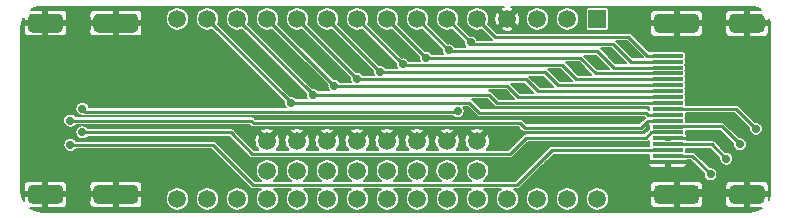
<source format=gbr>
G04 #@! TF.GenerationSoftware,KiCad,Pcbnew,(5.1.10-1-10_14)*
G04 #@! TF.CreationDate,2021-11-28T23:58:15-05:00*
G04 #@! TF.ProjectId,SNAC Sniffer LONG,534e4143-2053-46e6-9966-666572204c4f,1*
G04 #@! TF.SameCoordinates,Original*
G04 #@! TF.FileFunction,Copper,L1,Top*
G04 #@! TF.FilePolarity,Positive*
%FSLAX46Y46*%
G04 Gerber Fmt 4.6, Leading zero omitted, Abs format (unit mm)*
G04 Created by KiCad (PCBNEW (5.1.10-1-10_14)) date 2021-11-28 23:58:15*
%MOMM*%
%LPD*%
G01*
G04 APERTURE LIST*
G04 #@! TA.AperFunction,ComponentPad*
%ADD10C,1.500000*%
G04 #@! TD*
G04 #@! TA.AperFunction,SMDPad,CuDef*
%ADD11R,2.600000X0.300000*%
G04 #@! TD*
G04 #@! TA.AperFunction,ComponentPad*
%ADD12R,1.508000X1.508000*%
G04 #@! TD*
G04 #@! TA.AperFunction,ComponentPad*
%ADD13C,1.508000*%
G04 #@! TD*
G04 #@! TA.AperFunction,ViaPad*
%ADD14C,0.700000*%
G04 #@! TD*
G04 #@! TA.AperFunction,Conductor*
%ADD15C,0.250000*%
G04 #@! TD*
G04 #@! TA.AperFunction,Conductor*
%ADD16C,0.160000*%
G04 #@! TD*
G04 #@! TA.AperFunction,Conductor*
%ADD17C,0.152400*%
G04 #@! TD*
G04 APERTURE END LIST*
D10*
X122800000Y-112010000D03*
X122800000Y-114550000D03*
X125340000Y-112010000D03*
X125340000Y-114550000D03*
X127880000Y-112010000D03*
X127880000Y-114550000D03*
X130420000Y-112010000D03*
X130420000Y-114550000D03*
X132960000Y-112010000D03*
X132960000Y-114550000D03*
G04 #@! TA.AperFunction,ComponentPad*
G36*
G01*
X105120000Y-102840000D02*
X102920000Y-102840000D01*
G75*
G02*
X102520000Y-102440000I0J400000D01*
G01*
X102520000Y-101640000D01*
G75*
G02*
X102920000Y-101240000I400000J0D01*
G01*
X105120000Y-101240000D01*
G75*
G02*
X105520000Y-101640000I0J-400000D01*
G01*
X105520000Y-102440000D01*
G75*
G02*
X105120000Y-102840000I-400000J0D01*
G01*
G37*
G04 #@! TD.AperFunction*
G04 #@! TA.AperFunction,ComponentPad*
G36*
G01*
X105120000Y-117340000D02*
X102920000Y-117340000D01*
G75*
G02*
X102520000Y-116940000I0J400000D01*
G01*
X102520000Y-116140000D01*
G75*
G02*
X102920000Y-115740000I400000J0D01*
G01*
X105120000Y-115740000D01*
G75*
G02*
X105520000Y-116140000I0J-400000D01*
G01*
X105520000Y-116940000D01*
G75*
G02*
X105120000Y-117340000I-400000J0D01*
G01*
G37*
G04 #@! TD.AperFunction*
G04 #@! TA.AperFunction,ComponentPad*
G36*
G01*
X111480000Y-117340000D02*
X108480000Y-117340000D01*
G75*
G02*
X108080000Y-116940000I0J400000D01*
G01*
X108080000Y-116140000D01*
G75*
G02*
X108480000Y-115740000I400000J0D01*
G01*
X111480000Y-115740000D01*
G75*
G02*
X111880000Y-116140000I0J-400000D01*
G01*
X111880000Y-116940000D01*
G75*
G02*
X111480000Y-117340000I-400000J0D01*
G01*
G37*
G04 #@! TD.AperFunction*
G04 #@! TA.AperFunction,ComponentPad*
G36*
G01*
X111480000Y-102840000D02*
X108480000Y-102840000D01*
G75*
G02*
X108080000Y-102440000I0J400000D01*
G01*
X108080000Y-101640000D01*
G75*
G02*
X108480000Y-101240000I400000J0D01*
G01*
X111480000Y-101240000D01*
G75*
G02*
X111880000Y-101640000I0J-400000D01*
G01*
X111880000Y-102440000D01*
G75*
G02*
X111480000Y-102840000I-400000J0D01*
G01*
G37*
G04 #@! TD.AperFunction*
G04 #@! TA.AperFunction,ComponentPad*
G36*
G01*
X164510000Y-102850000D02*
X162310000Y-102850000D01*
G75*
G02*
X161910000Y-102450000I0J400000D01*
G01*
X161910000Y-101650000D01*
G75*
G02*
X162310000Y-101250000I400000J0D01*
G01*
X164510000Y-101250000D01*
G75*
G02*
X164910000Y-101650000I0J-400000D01*
G01*
X164910000Y-102450000D01*
G75*
G02*
X164510000Y-102850000I-400000J0D01*
G01*
G37*
G04 #@! TD.AperFunction*
G04 #@! TA.AperFunction,ComponentPad*
G36*
G01*
X164510000Y-117350000D02*
X162310000Y-117350000D01*
G75*
G02*
X161910000Y-116950000I0J400000D01*
G01*
X161910000Y-116150000D01*
G75*
G02*
X162310000Y-115750000I400000J0D01*
G01*
X164510000Y-115750000D01*
G75*
G02*
X164910000Y-116150000I0J-400000D01*
G01*
X164910000Y-116950000D01*
G75*
G02*
X164510000Y-117350000I-400000J0D01*
G01*
G37*
G04 #@! TD.AperFunction*
G04 #@! TA.AperFunction,ComponentPad*
G36*
G01*
X158950000Y-117350000D02*
X155950000Y-117350000D01*
G75*
G02*
X155550000Y-116950000I0J400000D01*
G01*
X155550000Y-116150000D01*
G75*
G02*
X155950000Y-115750000I400000J0D01*
G01*
X158950000Y-115750000D01*
G75*
G02*
X159350000Y-116150000I0J-400000D01*
G01*
X159350000Y-116950000D01*
G75*
G02*
X158950000Y-117350000I-400000J0D01*
G01*
G37*
G04 #@! TD.AperFunction*
G04 #@! TA.AperFunction,ComponentPad*
G36*
G01*
X158950000Y-102850000D02*
X155950000Y-102850000D01*
G75*
G02*
X155550000Y-102450000I0J400000D01*
G01*
X155550000Y-101650000D01*
G75*
G02*
X155950000Y-101250000I400000J0D01*
G01*
X158950000Y-101250000D01*
G75*
G02*
X159350000Y-101650000I0J-400000D01*
G01*
X159350000Y-102450000D01*
G75*
G02*
X158950000Y-102850000I-400000J0D01*
G01*
G37*
G04 #@! TD.AperFunction*
D11*
X156690000Y-113800000D03*
X156690000Y-113300000D03*
X156690000Y-112800000D03*
X156690000Y-112300000D03*
X156690000Y-111800000D03*
X156690000Y-111300000D03*
X156690000Y-110800000D03*
X156690000Y-110300000D03*
X156690000Y-109800000D03*
X156690000Y-109300000D03*
X156690000Y-108800000D03*
X156690000Y-108300000D03*
X156690000Y-107800000D03*
X156690000Y-107300000D03*
X156690000Y-106800000D03*
X156690000Y-106300000D03*
X156690000Y-105800000D03*
X156690000Y-105300000D03*
X156690000Y-104800000D03*
D12*
X150740000Y-101690000D03*
D13*
X148200000Y-101690000D03*
X145660000Y-101690000D03*
X143120000Y-101690000D03*
X140580000Y-101690000D03*
X138040000Y-101690000D03*
X135500000Y-101690000D03*
X132960000Y-101690000D03*
X130420000Y-101690000D03*
X127880000Y-101690000D03*
X125340000Y-101690000D03*
X122800000Y-101690000D03*
X120260000Y-101690000D03*
X117720000Y-101690000D03*
X115180000Y-101690000D03*
X115180000Y-116930000D03*
X117720000Y-116930000D03*
X120260000Y-116930000D03*
X122800000Y-116930000D03*
X125340000Y-116930000D03*
X127880000Y-116930000D03*
X130420000Y-116930000D03*
X132960000Y-116930000D03*
X135500000Y-116930000D03*
X138040000Y-116930000D03*
X140580000Y-116930000D03*
X143120000Y-116930000D03*
X145660000Y-116930000D03*
X148200000Y-116930000D03*
X150740000Y-116930000D03*
D10*
X135500000Y-112010000D03*
X135500000Y-114550000D03*
X138030000Y-112010000D03*
X138030000Y-114550000D03*
X140580000Y-112010000D03*
X140580000Y-114550000D03*
D14*
X144810000Y-113350000D03*
X144390000Y-107540000D03*
X146010000Y-107020000D03*
X147600000Y-106460000D03*
X149150000Y-105890000D03*
X150680000Y-105360000D03*
X152110000Y-104840000D03*
X153470000Y-104270000D03*
X141210000Y-108870000D03*
X142710000Y-108080000D03*
X160710000Y-103810000D03*
X142290000Y-111760000D03*
X140030000Y-103680000D03*
X138165000Y-104355000D03*
X136230000Y-104960000D03*
X134270000Y-105540000D03*
X132345000Y-106155000D03*
X130385000Y-106735000D03*
X128489998Y-107379998D03*
X126640000Y-108110000D03*
X107150000Y-109290000D03*
X164180000Y-111000000D03*
X138910000Y-109490000D03*
X124790000Y-108780000D03*
X106110000Y-110290000D03*
X162820007Y-112310007D03*
X107150000Y-111290000D03*
X161660002Y-113520000D03*
X106120000Y-112350000D03*
X160329999Y-114850001D03*
D15*
X160870000Y-116170000D02*
X162160000Y-116170000D01*
X159070000Y-116170000D02*
X159055065Y-116184934D01*
X160870000Y-116170000D02*
X159070000Y-116170000D01*
X159055065Y-116184934D02*
X159060086Y-116199916D01*
X142100000Y-103210000D02*
X140580000Y-101690000D01*
X153380000Y-103210000D02*
X142100000Y-103210000D01*
X154970000Y-104800000D02*
X153380000Y-103210000D01*
X156690000Y-104800000D02*
X154970000Y-104800000D01*
X140030000Y-103680000D02*
X138040000Y-101690000D01*
X152090000Y-103820000D02*
X140170000Y-103820000D01*
X140170000Y-103820000D02*
X140030000Y-103680000D01*
X153570000Y-105300000D02*
X152090000Y-103820000D01*
X156690000Y-105300000D02*
X153570000Y-105300000D01*
X138165000Y-104355000D02*
X135500000Y-101690000D01*
X138230000Y-104420000D02*
X138165000Y-104355000D01*
X150750000Y-104420000D02*
X138230000Y-104420000D01*
X152130000Y-105800000D02*
X150750000Y-104420000D01*
X156690000Y-105800000D02*
X152130000Y-105800000D01*
X136230000Y-104960000D02*
X132960000Y-101690000D01*
X136280000Y-105010000D02*
X136230000Y-104960000D01*
X149310000Y-105010000D02*
X136280000Y-105010000D01*
X150600000Y-106300000D02*
X149310000Y-105010000D01*
X156690000Y-106300000D02*
X150600000Y-106300000D01*
X134270000Y-105540000D02*
X130420000Y-101690000D01*
X147770000Y-105600000D02*
X134330000Y-105600000D01*
X148970000Y-106800000D02*
X147770000Y-105600000D01*
X134330000Y-105600000D02*
X134270000Y-105540000D01*
X156690000Y-106800000D02*
X148970000Y-106800000D01*
X132345000Y-106155000D02*
X127880000Y-101690000D01*
X132390000Y-106200000D02*
X132345000Y-106155000D01*
X146310000Y-106200000D02*
X132390000Y-106200000D01*
X147410000Y-107300000D02*
X146310000Y-106200000D01*
X156690000Y-107300000D02*
X147410000Y-107300000D01*
X130385000Y-106735000D02*
X125340000Y-101690000D01*
X130450000Y-106800000D02*
X130385000Y-106735000D01*
X144710000Y-106800000D02*
X130450000Y-106800000D01*
X145710000Y-107800000D02*
X144710000Y-106800000D01*
X156690000Y-107800000D02*
X145710000Y-107800000D01*
X122800000Y-101690000D02*
X128489998Y-107379998D01*
X143129998Y-107379998D02*
X128489998Y-107379998D01*
X156690000Y-108300000D02*
X144050000Y-108300000D01*
X144050000Y-108300000D02*
X143129998Y-107379998D01*
X120260000Y-101690000D02*
X126640000Y-108070000D01*
X156690000Y-108800000D02*
X142270000Y-108800000D01*
X126640000Y-108070000D02*
X126640000Y-108110000D01*
X141580000Y-108110000D02*
X126640000Y-108110000D01*
X142270000Y-108800000D02*
X141580000Y-108110000D01*
X156690000Y-109300000D02*
X162480000Y-109300000D01*
X162480000Y-109300000D02*
X164180000Y-111000000D01*
X138860000Y-109540000D02*
X138910000Y-109490000D01*
X107400000Y-109540000D02*
X138860000Y-109540000D01*
X107150000Y-109290000D02*
X107400000Y-109540000D01*
X117720000Y-101690000D02*
X124790000Y-108760000D01*
X124790000Y-108760000D02*
X124790000Y-108780000D01*
X140750000Y-109610000D02*
X139920000Y-108780000D01*
X139920000Y-108780000D02*
X124790000Y-108780000D01*
X154880000Y-109610000D02*
X140750000Y-109610000D01*
X155070000Y-109800000D02*
X154880000Y-109610000D01*
X156690000Y-109800000D02*
X155070000Y-109800000D01*
X155030000Y-110300000D02*
X156690000Y-110300000D01*
X154430000Y-110900000D02*
X155030000Y-110300000D01*
X144590000Y-110900000D02*
X154430000Y-110900000D01*
X144180000Y-110490000D02*
X144590000Y-110900000D01*
X121650000Y-110490000D02*
X144180000Y-110490000D01*
X121450000Y-110290000D02*
X121650000Y-110490000D01*
X106110000Y-110290000D02*
X121450000Y-110290000D01*
X161300000Y-110790000D02*
X162820007Y-112310007D01*
X156700000Y-110790000D02*
X161300000Y-110790000D01*
X144700000Y-111750000D02*
X154834842Y-111750000D01*
X155284842Y-111300000D02*
X156690000Y-111300000D01*
X107150000Y-111290000D02*
X119690000Y-111290000D01*
X119690000Y-111290000D02*
X121510000Y-113110000D01*
X154834842Y-111750000D02*
X155284842Y-111300000D01*
X121510000Y-113110000D02*
X143340000Y-113110000D01*
X143340000Y-113110000D02*
X144700000Y-111750000D01*
X160440002Y-112300000D02*
X161660002Y-113520000D01*
X156690000Y-112300000D02*
X160440002Y-112300000D01*
X121600000Y-115750000D02*
X118200000Y-112350000D01*
X143940000Y-115750000D02*
X121600000Y-115750000D01*
X118200000Y-112350000D02*
X106120000Y-112350000D01*
X146890000Y-112800000D02*
X143940000Y-115750000D01*
X156690000Y-112800000D02*
X146890000Y-112800000D01*
X158769998Y-113290000D02*
X160329999Y-114850001D01*
X156700000Y-113290000D02*
X158769998Y-113290000D01*
D16*
X142783786Y-100653944D02*
X142625136Y-100719658D01*
X142538555Y-100868138D01*
X143120000Y-101449584D01*
X143701445Y-100868138D01*
X143614864Y-100719658D01*
X143416051Y-100641760D01*
X143405663Y-100639901D01*
X163665717Y-100639901D01*
X164011790Y-100673834D01*
X164331039Y-100770220D01*
X164610452Y-100918786D01*
X163662500Y-100920000D01*
X163580000Y-101002500D01*
X163580000Y-101880000D01*
X165157500Y-101880000D01*
X165240000Y-101797500D01*
X165240399Y-101660667D01*
X165255097Y-101687850D01*
X165353710Y-102006419D01*
X165390000Y-102351698D01*
X165390001Y-116285806D01*
X165356067Y-116631889D01*
X165259681Y-116951138D01*
X165240539Y-116987138D01*
X165240000Y-116802500D01*
X165157500Y-116720000D01*
X163580000Y-116720000D01*
X163580000Y-117597500D01*
X163662500Y-117680000D01*
X164678048Y-117681300D01*
X164635397Y-117716584D01*
X164342052Y-117875196D01*
X164023483Y-117973808D01*
X163678194Y-118010100D01*
X103714185Y-118010000D01*
X103368111Y-117976067D01*
X103048862Y-117879681D01*
X102754416Y-117723121D01*
X102690973Y-117671378D01*
X103767500Y-117670000D01*
X103850000Y-117587500D01*
X103850000Y-116710000D01*
X104190000Y-116710000D01*
X104190000Y-117587500D01*
X104272500Y-117670000D01*
X105520000Y-117671597D01*
X105584691Y-117665225D01*
X105646897Y-117646356D01*
X105704225Y-117615713D01*
X105754474Y-117574474D01*
X105795713Y-117524225D01*
X105826356Y-117466897D01*
X105845225Y-117404691D01*
X105851597Y-117340000D01*
X107748403Y-117340000D01*
X107754775Y-117404691D01*
X107773644Y-117466897D01*
X107804287Y-117524225D01*
X107845526Y-117574474D01*
X107895775Y-117615713D01*
X107953103Y-117646356D01*
X108015309Y-117665225D01*
X108080000Y-117671597D01*
X109727500Y-117670000D01*
X109810000Y-117587500D01*
X109810000Y-116710000D01*
X110150000Y-116710000D01*
X110150000Y-117587500D01*
X110232500Y-117670000D01*
X111880000Y-117671597D01*
X111944691Y-117665225D01*
X112006897Y-117646356D01*
X112064225Y-117615713D01*
X112114474Y-117574474D01*
X112155713Y-117524225D01*
X112186356Y-117466897D01*
X112205225Y-117404691D01*
X112211597Y-117340000D01*
X112210116Y-116832100D01*
X114186000Y-116832100D01*
X114186000Y-117027900D01*
X114224198Y-117219939D01*
X114299128Y-117400836D01*
X114407909Y-117563638D01*
X114546362Y-117702091D01*
X114709164Y-117810872D01*
X114890061Y-117885802D01*
X115082100Y-117924000D01*
X115277900Y-117924000D01*
X115469939Y-117885802D01*
X115650836Y-117810872D01*
X115813638Y-117702091D01*
X115952091Y-117563638D01*
X116060872Y-117400836D01*
X116135802Y-117219939D01*
X116174000Y-117027900D01*
X116174000Y-116832100D01*
X116726000Y-116832100D01*
X116726000Y-117027900D01*
X116764198Y-117219939D01*
X116839128Y-117400836D01*
X116947909Y-117563638D01*
X117086362Y-117702091D01*
X117249164Y-117810872D01*
X117430061Y-117885802D01*
X117622100Y-117924000D01*
X117817900Y-117924000D01*
X118009939Y-117885802D01*
X118190836Y-117810872D01*
X118353638Y-117702091D01*
X118492091Y-117563638D01*
X118600872Y-117400836D01*
X118675802Y-117219939D01*
X118714000Y-117027900D01*
X118714000Y-116832100D01*
X119266000Y-116832100D01*
X119266000Y-117027900D01*
X119304198Y-117219939D01*
X119379128Y-117400836D01*
X119487909Y-117563638D01*
X119626362Y-117702091D01*
X119789164Y-117810872D01*
X119970061Y-117885802D01*
X120162100Y-117924000D01*
X120357900Y-117924000D01*
X120549939Y-117885802D01*
X120730836Y-117810872D01*
X120893638Y-117702091D01*
X121032091Y-117563638D01*
X121140872Y-117400836D01*
X121215802Y-117219939D01*
X121254000Y-117027900D01*
X121254000Y-116832100D01*
X121215802Y-116640061D01*
X121140872Y-116459164D01*
X121032091Y-116296362D01*
X120893638Y-116157909D01*
X120730836Y-116049128D01*
X120549939Y-115974198D01*
X120357900Y-115936000D01*
X120162100Y-115936000D01*
X119970061Y-115974198D01*
X119789164Y-116049128D01*
X119626362Y-116157909D01*
X119487909Y-116296362D01*
X119379128Y-116459164D01*
X119304198Y-116640061D01*
X119266000Y-116832100D01*
X118714000Y-116832100D01*
X118675802Y-116640061D01*
X118600872Y-116459164D01*
X118492091Y-116296362D01*
X118353638Y-116157909D01*
X118190836Y-116049128D01*
X118009939Y-115974198D01*
X117817900Y-115936000D01*
X117622100Y-115936000D01*
X117430061Y-115974198D01*
X117249164Y-116049128D01*
X117086362Y-116157909D01*
X116947909Y-116296362D01*
X116839128Y-116459164D01*
X116764198Y-116640061D01*
X116726000Y-116832100D01*
X116174000Y-116832100D01*
X116135802Y-116640061D01*
X116060872Y-116459164D01*
X115952091Y-116296362D01*
X115813638Y-116157909D01*
X115650836Y-116049128D01*
X115469939Y-115974198D01*
X115277900Y-115936000D01*
X115082100Y-115936000D01*
X114890061Y-115974198D01*
X114709164Y-116049128D01*
X114546362Y-116157909D01*
X114407909Y-116296362D01*
X114299128Y-116459164D01*
X114224198Y-116640061D01*
X114186000Y-116832100D01*
X112210116Y-116832100D01*
X112210000Y-116792500D01*
X112127500Y-116710000D01*
X110150000Y-116710000D01*
X109810000Y-116710000D01*
X107832500Y-116710000D01*
X107750000Y-116792500D01*
X107748403Y-117340000D01*
X105851597Y-117340000D01*
X105850000Y-116792500D01*
X105767500Y-116710000D01*
X104190000Y-116710000D01*
X103850000Y-116710000D01*
X102272500Y-116710000D01*
X102190000Y-116792500D01*
X102189158Y-117081071D01*
X102124804Y-116962052D01*
X102026192Y-116643483D01*
X101989900Y-116298195D01*
X101989904Y-115740000D01*
X102188403Y-115740000D01*
X102190000Y-116287500D01*
X102272500Y-116370000D01*
X103850000Y-116370000D01*
X103850000Y-115492500D01*
X104190000Y-115492500D01*
X104190000Y-116370000D01*
X105767500Y-116370000D01*
X105850000Y-116287500D01*
X105851597Y-115740000D01*
X107748403Y-115740000D01*
X107750000Y-116287500D01*
X107832500Y-116370000D01*
X109810000Y-116370000D01*
X109810000Y-115492500D01*
X110150000Y-115492500D01*
X110150000Y-116370000D01*
X112127500Y-116370000D01*
X112210000Y-116287500D01*
X112211597Y-115740000D01*
X112205225Y-115675309D01*
X112186356Y-115613103D01*
X112155713Y-115555775D01*
X112114474Y-115505526D01*
X112064225Y-115464287D01*
X112006897Y-115433644D01*
X111944691Y-115414775D01*
X111880000Y-115408403D01*
X110232500Y-115410000D01*
X110150000Y-115492500D01*
X109810000Y-115492500D01*
X109727500Y-115410000D01*
X108080000Y-115408403D01*
X108015309Y-115414775D01*
X107953103Y-115433644D01*
X107895775Y-115464287D01*
X107845526Y-115505526D01*
X107804287Y-115555775D01*
X107773644Y-115613103D01*
X107754775Y-115675309D01*
X107748403Y-115740000D01*
X105851597Y-115740000D01*
X105845225Y-115675309D01*
X105826356Y-115613103D01*
X105795713Y-115555775D01*
X105754474Y-115505526D01*
X105704225Y-115464287D01*
X105646897Y-115433644D01*
X105584691Y-115414775D01*
X105520000Y-115408403D01*
X104272500Y-115410000D01*
X104190000Y-115492500D01*
X103850000Y-115492500D01*
X103767500Y-115410000D01*
X102520000Y-115408403D01*
X102455309Y-115414775D01*
X102393103Y-115433644D01*
X102335775Y-115464287D01*
X102285526Y-115505526D01*
X102244287Y-115555775D01*
X102213644Y-115613103D01*
X102194775Y-115675309D01*
X102188403Y-115740000D01*
X101989904Y-115740000D01*
X101989943Y-110231890D01*
X105520000Y-110231890D01*
X105520000Y-110348110D01*
X105542673Y-110462097D01*
X105587149Y-110569470D01*
X105651717Y-110666103D01*
X105733897Y-110748283D01*
X105830530Y-110812851D01*
X105937903Y-110857327D01*
X106051890Y-110880000D01*
X106168110Y-110880000D01*
X106282097Y-110857327D01*
X106389470Y-110812851D01*
X106486103Y-110748283D01*
X106568283Y-110666103D01*
X106575702Y-110655000D01*
X121298813Y-110655000D01*
X121379221Y-110735408D01*
X121390657Y-110749343D01*
X121446236Y-110794955D01*
X121509645Y-110828848D01*
X121578448Y-110849719D01*
X121632069Y-110855000D01*
X121632071Y-110855000D01*
X121650000Y-110856766D01*
X121667929Y-110855000D01*
X144028813Y-110855000D01*
X144319225Y-111145413D01*
X144330657Y-111159343D01*
X144386236Y-111204955D01*
X144415751Y-111220731D01*
X144449644Y-111238848D01*
X144470515Y-111245179D01*
X144518448Y-111259719D01*
X144572069Y-111265000D01*
X144572071Y-111265000D01*
X144590000Y-111266766D01*
X144607929Y-111265000D01*
X154412071Y-111265000D01*
X154430000Y-111266766D01*
X154447929Y-111265000D01*
X154447931Y-111265000D01*
X154501552Y-111259719D01*
X154570355Y-111238848D01*
X154633764Y-111204955D01*
X154689343Y-111159343D01*
X154700779Y-111145408D01*
X155148839Y-110697349D01*
X155148839Y-110950000D01*
X155149779Y-110959547D01*
X155144487Y-110961152D01*
X155081078Y-110995045D01*
X155025499Y-111040657D01*
X155014067Y-111054587D01*
X154683655Y-111385000D01*
X144717928Y-111385000D01*
X144699999Y-111383234D01*
X144682070Y-111385000D01*
X144682069Y-111385000D01*
X144628448Y-111390281D01*
X144559645Y-111411152D01*
X144559643Y-111411153D01*
X144496234Y-111445046D01*
X144490198Y-111450000D01*
X144440657Y-111490657D01*
X144429226Y-111504586D01*
X143188813Y-112745000D01*
X141379194Y-112745000D01*
X141467307Y-112656887D01*
X141398980Y-112588561D01*
X141547051Y-112502472D01*
X141624546Y-112304347D01*
X141661900Y-112094910D01*
X141657676Y-111882210D01*
X141612038Y-111674421D01*
X141547051Y-111517528D01*
X141398978Y-111431438D01*
X140820416Y-112010000D01*
X140834559Y-112024143D01*
X140594143Y-112264559D01*
X140580000Y-112250416D01*
X140565858Y-112264559D01*
X140325442Y-112024143D01*
X140339584Y-112010000D01*
X139761022Y-111431438D01*
X139612949Y-111517528D01*
X139535454Y-111715653D01*
X139498100Y-111925090D01*
X139502324Y-112137790D01*
X139547962Y-112345579D01*
X139612949Y-112502472D01*
X139761020Y-112588561D01*
X139692693Y-112656887D01*
X139780806Y-112745000D01*
X138829194Y-112745000D01*
X138917307Y-112656887D01*
X138848980Y-112588561D01*
X138997051Y-112502472D01*
X139074546Y-112304347D01*
X139111900Y-112094910D01*
X139107676Y-111882210D01*
X139062038Y-111674421D01*
X138997051Y-111517528D01*
X138848978Y-111431438D01*
X138270416Y-112010000D01*
X138284559Y-112024143D01*
X138044143Y-112264559D01*
X138030000Y-112250416D01*
X138015858Y-112264559D01*
X137775442Y-112024143D01*
X137789584Y-112010000D01*
X137211022Y-111431438D01*
X137062949Y-111517528D01*
X136985454Y-111715653D01*
X136948100Y-111925090D01*
X136952324Y-112137790D01*
X136997962Y-112345579D01*
X137062949Y-112502472D01*
X137211020Y-112588561D01*
X137142693Y-112656887D01*
X137230806Y-112745000D01*
X136299194Y-112745000D01*
X136387307Y-112656887D01*
X136318980Y-112588561D01*
X136467051Y-112502472D01*
X136544546Y-112304347D01*
X136581900Y-112094910D01*
X136577676Y-111882210D01*
X136532038Y-111674421D01*
X136467051Y-111517528D01*
X136318978Y-111431438D01*
X135740416Y-112010000D01*
X135754559Y-112024143D01*
X135514143Y-112264559D01*
X135500000Y-112250416D01*
X135485858Y-112264559D01*
X135245442Y-112024143D01*
X135259584Y-112010000D01*
X134681022Y-111431438D01*
X134532949Y-111517528D01*
X134455454Y-111715653D01*
X134418100Y-111925090D01*
X134422324Y-112137790D01*
X134467962Y-112345579D01*
X134532949Y-112502472D01*
X134681020Y-112588561D01*
X134612693Y-112656887D01*
X134700806Y-112745000D01*
X133759194Y-112745000D01*
X133847307Y-112656887D01*
X133778980Y-112588561D01*
X133927051Y-112502472D01*
X134004546Y-112304347D01*
X134041900Y-112094910D01*
X134037676Y-111882210D01*
X133992038Y-111674421D01*
X133927051Y-111517528D01*
X133778978Y-111431438D01*
X133200416Y-112010000D01*
X133214559Y-112024143D01*
X132974143Y-112264559D01*
X132960000Y-112250416D01*
X132945858Y-112264559D01*
X132705442Y-112024143D01*
X132719584Y-112010000D01*
X132141022Y-111431438D01*
X131992949Y-111517528D01*
X131915454Y-111715653D01*
X131878100Y-111925090D01*
X131882324Y-112137790D01*
X131927962Y-112345579D01*
X131992949Y-112502472D01*
X132141020Y-112588561D01*
X132072693Y-112656887D01*
X132160806Y-112745000D01*
X131219194Y-112745000D01*
X131307307Y-112656887D01*
X131238980Y-112588561D01*
X131387051Y-112502472D01*
X131464546Y-112304347D01*
X131501900Y-112094910D01*
X131497676Y-111882210D01*
X131452038Y-111674421D01*
X131387051Y-111517528D01*
X131238978Y-111431438D01*
X130660416Y-112010000D01*
X130674559Y-112024143D01*
X130434143Y-112264559D01*
X130420000Y-112250416D01*
X130405858Y-112264559D01*
X130165442Y-112024143D01*
X130179584Y-112010000D01*
X129601022Y-111431438D01*
X129452949Y-111517528D01*
X129375454Y-111715653D01*
X129338100Y-111925090D01*
X129342324Y-112137790D01*
X129387962Y-112345579D01*
X129452949Y-112502472D01*
X129601020Y-112588561D01*
X129532693Y-112656887D01*
X129620806Y-112745000D01*
X128679194Y-112745000D01*
X128767307Y-112656887D01*
X128698980Y-112588561D01*
X128847051Y-112502472D01*
X128924546Y-112304347D01*
X128961900Y-112094910D01*
X128957676Y-111882210D01*
X128912038Y-111674421D01*
X128847051Y-111517528D01*
X128698978Y-111431438D01*
X128120416Y-112010000D01*
X128134559Y-112024143D01*
X127894143Y-112264559D01*
X127880000Y-112250416D01*
X127865858Y-112264559D01*
X127625442Y-112024143D01*
X127639584Y-112010000D01*
X127061022Y-111431438D01*
X126912949Y-111517528D01*
X126835454Y-111715653D01*
X126798100Y-111925090D01*
X126802324Y-112137790D01*
X126847962Y-112345579D01*
X126912949Y-112502472D01*
X127061020Y-112588561D01*
X126992693Y-112656887D01*
X127080806Y-112745000D01*
X126139194Y-112745000D01*
X126227307Y-112656887D01*
X126158980Y-112588561D01*
X126307051Y-112502472D01*
X126384546Y-112304347D01*
X126421900Y-112094910D01*
X126417676Y-111882210D01*
X126372038Y-111674421D01*
X126307051Y-111517528D01*
X126158978Y-111431438D01*
X125580416Y-112010000D01*
X125594559Y-112024143D01*
X125354143Y-112264559D01*
X125340000Y-112250416D01*
X125325858Y-112264559D01*
X125085442Y-112024143D01*
X125099584Y-112010000D01*
X124521022Y-111431438D01*
X124372949Y-111517528D01*
X124295454Y-111715653D01*
X124258100Y-111925090D01*
X124262324Y-112137790D01*
X124307962Y-112345579D01*
X124372949Y-112502472D01*
X124521020Y-112588561D01*
X124452693Y-112656887D01*
X124540806Y-112745000D01*
X123599194Y-112745000D01*
X123687307Y-112656887D01*
X123618980Y-112588561D01*
X123767051Y-112502472D01*
X123844546Y-112304347D01*
X123881900Y-112094910D01*
X123877676Y-111882210D01*
X123832038Y-111674421D01*
X123767051Y-111517528D01*
X123618978Y-111431438D01*
X123040416Y-112010000D01*
X123054559Y-112024143D01*
X122814143Y-112264559D01*
X122800000Y-112250416D01*
X122785858Y-112264559D01*
X122545442Y-112024143D01*
X122559584Y-112010000D01*
X121981022Y-111431438D01*
X121832949Y-111517528D01*
X121755454Y-111715653D01*
X121718100Y-111925090D01*
X121722324Y-112137790D01*
X121767962Y-112345579D01*
X121832949Y-112502472D01*
X121981020Y-112588561D01*
X121912693Y-112656887D01*
X122000806Y-112745000D01*
X121661188Y-112745000D01*
X120107210Y-111191022D01*
X122221438Y-111191022D01*
X122800000Y-111769584D01*
X123378562Y-111191022D01*
X124761438Y-111191022D01*
X125340000Y-111769584D01*
X125918562Y-111191022D01*
X127301438Y-111191022D01*
X127880000Y-111769584D01*
X128458562Y-111191022D01*
X129841438Y-111191022D01*
X130420000Y-111769584D01*
X130998562Y-111191022D01*
X132381438Y-111191022D01*
X132960000Y-111769584D01*
X133538562Y-111191022D01*
X134921438Y-111191022D01*
X135500000Y-111769584D01*
X136078562Y-111191022D01*
X137451438Y-111191022D01*
X138030000Y-111769584D01*
X138608562Y-111191022D01*
X140001438Y-111191022D01*
X140580000Y-111769584D01*
X141158562Y-111191022D01*
X141072472Y-111042949D01*
X140874347Y-110965454D01*
X140664910Y-110928100D01*
X140452210Y-110932324D01*
X140244421Y-110977962D01*
X140087528Y-111042949D01*
X140001438Y-111191022D01*
X138608562Y-111191022D01*
X138522472Y-111042949D01*
X138324347Y-110965454D01*
X138114910Y-110928100D01*
X137902210Y-110932324D01*
X137694421Y-110977962D01*
X137537528Y-111042949D01*
X137451438Y-111191022D01*
X136078562Y-111191022D01*
X135992472Y-111042949D01*
X135794347Y-110965454D01*
X135584910Y-110928100D01*
X135372210Y-110932324D01*
X135164421Y-110977962D01*
X135007528Y-111042949D01*
X134921438Y-111191022D01*
X133538562Y-111191022D01*
X133452472Y-111042949D01*
X133254347Y-110965454D01*
X133044910Y-110928100D01*
X132832210Y-110932324D01*
X132624421Y-110977962D01*
X132467528Y-111042949D01*
X132381438Y-111191022D01*
X130998562Y-111191022D01*
X130912472Y-111042949D01*
X130714347Y-110965454D01*
X130504910Y-110928100D01*
X130292210Y-110932324D01*
X130084421Y-110977962D01*
X129927528Y-111042949D01*
X129841438Y-111191022D01*
X128458562Y-111191022D01*
X128372472Y-111042949D01*
X128174347Y-110965454D01*
X127964910Y-110928100D01*
X127752210Y-110932324D01*
X127544421Y-110977962D01*
X127387528Y-111042949D01*
X127301438Y-111191022D01*
X125918562Y-111191022D01*
X125832472Y-111042949D01*
X125634347Y-110965454D01*
X125424910Y-110928100D01*
X125212210Y-110932324D01*
X125004421Y-110977962D01*
X124847528Y-111042949D01*
X124761438Y-111191022D01*
X123378562Y-111191022D01*
X123292472Y-111042949D01*
X123094347Y-110965454D01*
X122884910Y-110928100D01*
X122672210Y-110932324D01*
X122464421Y-110977962D01*
X122307528Y-111042949D01*
X122221438Y-111191022D01*
X120107210Y-111191022D01*
X119960779Y-111044592D01*
X119949343Y-111030657D01*
X119893764Y-110985045D01*
X119830355Y-110951152D01*
X119761552Y-110930281D01*
X119707931Y-110925000D01*
X119707929Y-110925000D01*
X119690000Y-110923234D01*
X119672071Y-110925000D01*
X107615702Y-110925000D01*
X107608283Y-110913897D01*
X107526103Y-110831717D01*
X107429470Y-110767149D01*
X107322097Y-110722673D01*
X107208110Y-110700000D01*
X107091890Y-110700000D01*
X106977903Y-110722673D01*
X106870530Y-110767149D01*
X106773897Y-110831717D01*
X106691717Y-110913897D01*
X106627149Y-111010530D01*
X106582673Y-111117903D01*
X106560000Y-111231890D01*
X106560000Y-111348110D01*
X106582673Y-111462097D01*
X106627149Y-111569470D01*
X106691717Y-111666103D01*
X106773897Y-111748283D01*
X106870530Y-111812851D01*
X106977903Y-111857327D01*
X107091890Y-111880000D01*
X107208110Y-111880000D01*
X107322097Y-111857327D01*
X107429470Y-111812851D01*
X107526103Y-111748283D01*
X107608283Y-111666103D01*
X107615702Y-111655000D01*
X119538813Y-111655000D01*
X121239225Y-113355413D01*
X121250657Y-113369343D01*
X121306236Y-113414955D01*
X121369645Y-113448848D01*
X121438448Y-113469719D01*
X121492069Y-113475000D01*
X121492071Y-113475000D01*
X121510000Y-113476766D01*
X121527929Y-113475000D01*
X143322071Y-113475000D01*
X143340000Y-113476766D01*
X143357929Y-113475000D01*
X143357931Y-113475000D01*
X143411552Y-113469719D01*
X143480355Y-113448848D01*
X143543764Y-113414955D01*
X143599343Y-113369343D01*
X143610779Y-113355408D01*
X144851188Y-112115000D01*
X154816913Y-112115000D01*
X154834842Y-112116766D01*
X154852771Y-112115000D01*
X154852773Y-112115000D01*
X154906394Y-112109719D01*
X154975197Y-112088848D01*
X155038606Y-112054955D01*
X155069326Y-112029744D01*
X155083753Y-112077158D01*
X155114444Y-112134461D01*
X155148839Y-112176297D01*
X155148839Y-112435000D01*
X146907928Y-112435000D01*
X146889999Y-112433234D01*
X146872070Y-112435000D01*
X146872069Y-112435000D01*
X146818448Y-112440281D01*
X146749645Y-112461152D01*
X146686236Y-112495045D01*
X146630657Y-112540657D01*
X146619225Y-112554587D01*
X143788813Y-115385000D01*
X141112286Y-115385000D01*
X141211088Y-115318983D01*
X141348983Y-115181088D01*
X141457326Y-115018941D01*
X141531955Y-114838772D01*
X141570000Y-114647506D01*
X141570000Y-114452494D01*
X141531955Y-114261228D01*
X141457326Y-114081059D01*
X141348983Y-113918912D01*
X141211088Y-113781017D01*
X141048941Y-113672674D01*
X140868772Y-113598045D01*
X140677506Y-113560000D01*
X140482494Y-113560000D01*
X140291228Y-113598045D01*
X140111059Y-113672674D01*
X139948912Y-113781017D01*
X139811017Y-113918912D01*
X139702674Y-114081059D01*
X139628045Y-114261228D01*
X139590000Y-114452494D01*
X139590000Y-114647506D01*
X139628045Y-114838772D01*
X139702674Y-115018941D01*
X139811017Y-115181088D01*
X139948912Y-115318983D01*
X140047714Y-115385000D01*
X138562286Y-115385000D01*
X138661088Y-115318983D01*
X138798983Y-115181088D01*
X138907326Y-115018941D01*
X138981955Y-114838772D01*
X139020000Y-114647506D01*
X139020000Y-114452494D01*
X138981955Y-114261228D01*
X138907326Y-114081059D01*
X138798983Y-113918912D01*
X138661088Y-113781017D01*
X138498941Y-113672674D01*
X138318772Y-113598045D01*
X138127506Y-113560000D01*
X137932494Y-113560000D01*
X137741228Y-113598045D01*
X137561059Y-113672674D01*
X137398912Y-113781017D01*
X137261017Y-113918912D01*
X137152674Y-114081059D01*
X137078045Y-114261228D01*
X137040000Y-114452494D01*
X137040000Y-114647506D01*
X137078045Y-114838772D01*
X137152674Y-115018941D01*
X137261017Y-115181088D01*
X137398912Y-115318983D01*
X137497714Y-115385000D01*
X136032286Y-115385000D01*
X136131088Y-115318983D01*
X136268983Y-115181088D01*
X136377326Y-115018941D01*
X136451955Y-114838772D01*
X136490000Y-114647506D01*
X136490000Y-114452494D01*
X136451955Y-114261228D01*
X136377326Y-114081059D01*
X136268983Y-113918912D01*
X136131088Y-113781017D01*
X135968941Y-113672674D01*
X135788772Y-113598045D01*
X135597506Y-113560000D01*
X135402494Y-113560000D01*
X135211228Y-113598045D01*
X135031059Y-113672674D01*
X134868912Y-113781017D01*
X134731017Y-113918912D01*
X134622674Y-114081059D01*
X134548045Y-114261228D01*
X134510000Y-114452494D01*
X134510000Y-114647506D01*
X134548045Y-114838772D01*
X134622674Y-115018941D01*
X134731017Y-115181088D01*
X134868912Y-115318983D01*
X134967714Y-115385000D01*
X133492286Y-115385000D01*
X133591088Y-115318983D01*
X133728983Y-115181088D01*
X133837326Y-115018941D01*
X133911955Y-114838772D01*
X133950000Y-114647506D01*
X133950000Y-114452494D01*
X133911955Y-114261228D01*
X133837326Y-114081059D01*
X133728983Y-113918912D01*
X133591088Y-113781017D01*
X133428941Y-113672674D01*
X133248772Y-113598045D01*
X133057506Y-113560000D01*
X132862494Y-113560000D01*
X132671228Y-113598045D01*
X132491059Y-113672674D01*
X132328912Y-113781017D01*
X132191017Y-113918912D01*
X132082674Y-114081059D01*
X132008045Y-114261228D01*
X131970000Y-114452494D01*
X131970000Y-114647506D01*
X132008045Y-114838772D01*
X132082674Y-115018941D01*
X132191017Y-115181088D01*
X132328912Y-115318983D01*
X132427714Y-115385000D01*
X130952286Y-115385000D01*
X131051088Y-115318983D01*
X131188983Y-115181088D01*
X131297326Y-115018941D01*
X131371955Y-114838772D01*
X131410000Y-114647506D01*
X131410000Y-114452494D01*
X131371955Y-114261228D01*
X131297326Y-114081059D01*
X131188983Y-113918912D01*
X131051088Y-113781017D01*
X130888941Y-113672674D01*
X130708772Y-113598045D01*
X130517506Y-113560000D01*
X130322494Y-113560000D01*
X130131228Y-113598045D01*
X129951059Y-113672674D01*
X129788912Y-113781017D01*
X129651017Y-113918912D01*
X129542674Y-114081059D01*
X129468045Y-114261228D01*
X129430000Y-114452494D01*
X129430000Y-114647506D01*
X129468045Y-114838772D01*
X129542674Y-115018941D01*
X129651017Y-115181088D01*
X129788912Y-115318983D01*
X129887714Y-115385000D01*
X128412286Y-115385000D01*
X128511088Y-115318983D01*
X128648983Y-115181088D01*
X128757326Y-115018941D01*
X128831955Y-114838772D01*
X128870000Y-114647506D01*
X128870000Y-114452494D01*
X128831955Y-114261228D01*
X128757326Y-114081059D01*
X128648983Y-113918912D01*
X128511088Y-113781017D01*
X128348941Y-113672674D01*
X128168772Y-113598045D01*
X127977506Y-113560000D01*
X127782494Y-113560000D01*
X127591228Y-113598045D01*
X127411059Y-113672674D01*
X127248912Y-113781017D01*
X127111017Y-113918912D01*
X127002674Y-114081059D01*
X126928045Y-114261228D01*
X126890000Y-114452494D01*
X126890000Y-114647506D01*
X126928045Y-114838772D01*
X127002674Y-115018941D01*
X127111017Y-115181088D01*
X127248912Y-115318983D01*
X127347714Y-115385000D01*
X125872286Y-115385000D01*
X125971088Y-115318983D01*
X126108983Y-115181088D01*
X126217326Y-115018941D01*
X126291955Y-114838772D01*
X126330000Y-114647506D01*
X126330000Y-114452494D01*
X126291955Y-114261228D01*
X126217326Y-114081059D01*
X126108983Y-113918912D01*
X125971088Y-113781017D01*
X125808941Y-113672674D01*
X125628772Y-113598045D01*
X125437506Y-113560000D01*
X125242494Y-113560000D01*
X125051228Y-113598045D01*
X124871059Y-113672674D01*
X124708912Y-113781017D01*
X124571017Y-113918912D01*
X124462674Y-114081059D01*
X124388045Y-114261228D01*
X124350000Y-114452494D01*
X124350000Y-114647506D01*
X124388045Y-114838772D01*
X124462674Y-115018941D01*
X124571017Y-115181088D01*
X124708912Y-115318983D01*
X124807714Y-115385000D01*
X123332286Y-115385000D01*
X123431088Y-115318983D01*
X123568983Y-115181088D01*
X123677326Y-115018941D01*
X123751955Y-114838772D01*
X123790000Y-114647506D01*
X123790000Y-114452494D01*
X123751955Y-114261228D01*
X123677326Y-114081059D01*
X123568983Y-113918912D01*
X123431088Y-113781017D01*
X123268941Y-113672674D01*
X123088772Y-113598045D01*
X122897506Y-113560000D01*
X122702494Y-113560000D01*
X122511228Y-113598045D01*
X122331059Y-113672674D01*
X122168912Y-113781017D01*
X122031017Y-113918912D01*
X121922674Y-114081059D01*
X121848045Y-114261228D01*
X121810000Y-114452494D01*
X121810000Y-114647506D01*
X121848045Y-114838772D01*
X121922674Y-115018941D01*
X122031017Y-115181088D01*
X122168912Y-115318983D01*
X122267714Y-115385000D01*
X121751188Y-115385000D01*
X118470779Y-112104592D01*
X118459343Y-112090657D01*
X118403764Y-112045045D01*
X118340355Y-112011152D01*
X118271552Y-111990281D01*
X118217931Y-111985000D01*
X118217929Y-111985000D01*
X118200000Y-111983234D01*
X118182071Y-111985000D01*
X106585702Y-111985000D01*
X106578283Y-111973897D01*
X106496103Y-111891717D01*
X106399470Y-111827149D01*
X106292097Y-111782673D01*
X106178110Y-111760000D01*
X106061890Y-111760000D01*
X105947903Y-111782673D01*
X105840530Y-111827149D01*
X105743897Y-111891717D01*
X105661717Y-111973897D01*
X105597149Y-112070530D01*
X105552673Y-112177903D01*
X105530000Y-112291890D01*
X105530000Y-112408110D01*
X105552673Y-112522097D01*
X105597149Y-112629470D01*
X105661717Y-112726103D01*
X105743897Y-112808283D01*
X105840530Y-112872851D01*
X105947903Y-112917327D01*
X106061890Y-112940000D01*
X106178110Y-112940000D01*
X106292097Y-112917327D01*
X106399470Y-112872851D01*
X106496103Y-112808283D01*
X106578283Y-112726103D01*
X106585702Y-112715000D01*
X118048813Y-112715000D01*
X121329225Y-115995413D01*
X121340657Y-116009343D01*
X121396236Y-116054955D01*
X121459645Y-116088848D01*
X121528448Y-116109719D01*
X121582069Y-116115000D01*
X121582070Y-116115000D01*
X121599999Y-116116766D01*
X121617928Y-116115000D01*
X122230580Y-116115000D01*
X122166362Y-116157909D01*
X122027909Y-116296362D01*
X121919128Y-116459164D01*
X121844198Y-116640061D01*
X121806000Y-116832100D01*
X121806000Y-117027900D01*
X121844198Y-117219939D01*
X121919128Y-117400836D01*
X122027909Y-117563638D01*
X122166362Y-117702091D01*
X122329164Y-117810872D01*
X122510061Y-117885802D01*
X122702100Y-117924000D01*
X122897900Y-117924000D01*
X123089939Y-117885802D01*
X123270836Y-117810872D01*
X123433638Y-117702091D01*
X123572091Y-117563638D01*
X123680872Y-117400836D01*
X123755802Y-117219939D01*
X123794000Y-117027900D01*
X123794000Y-116832100D01*
X123755802Y-116640061D01*
X123680872Y-116459164D01*
X123572091Y-116296362D01*
X123433638Y-116157909D01*
X123369420Y-116115000D01*
X124770580Y-116115000D01*
X124706362Y-116157909D01*
X124567909Y-116296362D01*
X124459128Y-116459164D01*
X124384198Y-116640061D01*
X124346000Y-116832100D01*
X124346000Y-117027900D01*
X124384198Y-117219939D01*
X124459128Y-117400836D01*
X124567909Y-117563638D01*
X124706362Y-117702091D01*
X124869164Y-117810872D01*
X125050061Y-117885802D01*
X125242100Y-117924000D01*
X125437900Y-117924000D01*
X125629939Y-117885802D01*
X125810836Y-117810872D01*
X125973638Y-117702091D01*
X126112091Y-117563638D01*
X126220872Y-117400836D01*
X126295802Y-117219939D01*
X126334000Y-117027900D01*
X126334000Y-116832100D01*
X126295802Y-116640061D01*
X126220872Y-116459164D01*
X126112091Y-116296362D01*
X125973638Y-116157909D01*
X125909420Y-116115000D01*
X127310580Y-116115000D01*
X127246362Y-116157909D01*
X127107909Y-116296362D01*
X126999128Y-116459164D01*
X126924198Y-116640061D01*
X126886000Y-116832100D01*
X126886000Y-117027900D01*
X126924198Y-117219939D01*
X126999128Y-117400836D01*
X127107909Y-117563638D01*
X127246362Y-117702091D01*
X127409164Y-117810872D01*
X127590061Y-117885802D01*
X127782100Y-117924000D01*
X127977900Y-117924000D01*
X128169939Y-117885802D01*
X128350836Y-117810872D01*
X128513638Y-117702091D01*
X128652091Y-117563638D01*
X128760872Y-117400836D01*
X128835802Y-117219939D01*
X128874000Y-117027900D01*
X128874000Y-116832100D01*
X128835802Y-116640061D01*
X128760872Y-116459164D01*
X128652091Y-116296362D01*
X128513638Y-116157909D01*
X128449420Y-116115000D01*
X129850580Y-116115000D01*
X129786362Y-116157909D01*
X129647909Y-116296362D01*
X129539128Y-116459164D01*
X129464198Y-116640061D01*
X129426000Y-116832100D01*
X129426000Y-117027900D01*
X129464198Y-117219939D01*
X129539128Y-117400836D01*
X129647909Y-117563638D01*
X129786362Y-117702091D01*
X129949164Y-117810872D01*
X130130061Y-117885802D01*
X130322100Y-117924000D01*
X130517900Y-117924000D01*
X130709939Y-117885802D01*
X130890836Y-117810872D01*
X131053638Y-117702091D01*
X131192091Y-117563638D01*
X131300872Y-117400836D01*
X131375802Y-117219939D01*
X131414000Y-117027900D01*
X131414000Y-116832100D01*
X131375802Y-116640061D01*
X131300872Y-116459164D01*
X131192091Y-116296362D01*
X131053638Y-116157909D01*
X130989420Y-116115000D01*
X132390580Y-116115000D01*
X132326362Y-116157909D01*
X132187909Y-116296362D01*
X132079128Y-116459164D01*
X132004198Y-116640061D01*
X131966000Y-116832100D01*
X131966000Y-117027900D01*
X132004198Y-117219939D01*
X132079128Y-117400836D01*
X132187909Y-117563638D01*
X132326362Y-117702091D01*
X132489164Y-117810872D01*
X132670061Y-117885802D01*
X132862100Y-117924000D01*
X133057900Y-117924000D01*
X133249939Y-117885802D01*
X133430836Y-117810872D01*
X133593638Y-117702091D01*
X133732091Y-117563638D01*
X133840872Y-117400836D01*
X133915802Y-117219939D01*
X133954000Y-117027900D01*
X133954000Y-116832100D01*
X133915802Y-116640061D01*
X133840872Y-116459164D01*
X133732091Y-116296362D01*
X133593638Y-116157909D01*
X133529420Y-116115000D01*
X134930580Y-116115000D01*
X134866362Y-116157909D01*
X134727909Y-116296362D01*
X134619128Y-116459164D01*
X134544198Y-116640061D01*
X134506000Y-116832100D01*
X134506000Y-117027900D01*
X134544198Y-117219939D01*
X134619128Y-117400836D01*
X134727909Y-117563638D01*
X134866362Y-117702091D01*
X135029164Y-117810872D01*
X135210061Y-117885802D01*
X135402100Y-117924000D01*
X135597900Y-117924000D01*
X135789939Y-117885802D01*
X135970836Y-117810872D01*
X136133638Y-117702091D01*
X136272091Y-117563638D01*
X136380872Y-117400836D01*
X136455802Y-117219939D01*
X136494000Y-117027900D01*
X136494000Y-116832100D01*
X136455802Y-116640061D01*
X136380872Y-116459164D01*
X136272091Y-116296362D01*
X136133638Y-116157909D01*
X136069420Y-116115000D01*
X137470580Y-116115000D01*
X137406362Y-116157909D01*
X137267909Y-116296362D01*
X137159128Y-116459164D01*
X137084198Y-116640061D01*
X137046000Y-116832100D01*
X137046000Y-117027900D01*
X137084198Y-117219939D01*
X137159128Y-117400836D01*
X137267909Y-117563638D01*
X137406362Y-117702091D01*
X137569164Y-117810872D01*
X137750061Y-117885802D01*
X137942100Y-117924000D01*
X138137900Y-117924000D01*
X138329939Y-117885802D01*
X138510836Y-117810872D01*
X138673638Y-117702091D01*
X138812091Y-117563638D01*
X138920872Y-117400836D01*
X138995802Y-117219939D01*
X139034000Y-117027900D01*
X139034000Y-116832100D01*
X138995802Y-116640061D01*
X138920872Y-116459164D01*
X138812091Y-116296362D01*
X138673638Y-116157909D01*
X138609420Y-116115000D01*
X140010580Y-116115000D01*
X139946362Y-116157909D01*
X139807909Y-116296362D01*
X139699128Y-116459164D01*
X139624198Y-116640061D01*
X139586000Y-116832100D01*
X139586000Y-117027900D01*
X139624198Y-117219939D01*
X139699128Y-117400836D01*
X139807909Y-117563638D01*
X139946362Y-117702091D01*
X140109164Y-117810872D01*
X140290061Y-117885802D01*
X140482100Y-117924000D01*
X140677900Y-117924000D01*
X140869939Y-117885802D01*
X141050836Y-117810872D01*
X141213638Y-117702091D01*
X141352091Y-117563638D01*
X141460872Y-117400836D01*
X141535802Y-117219939D01*
X141574000Y-117027900D01*
X141574000Y-116832100D01*
X141535802Y-116640061D01*
X141460872Y-116459164D01*
X141352091Y-116296362D01*
X141213638Y-116157909D01*
X141149420Y-116115000D01*
X142550580Y-116115000D01*
X142486362Y-116157909D01*
X142347909Y-116296362D01*
X142239128Y-116459164D01*
X142164198Y-116640061D01*
X142126000Y-116832100D01*
X142126000Y-117027900D01*
X142164198Y-117219939D01*
X142239128Y-117400836D01*
X142347909Y-117563638D01*
X142486362Y-117702091D01*
X142649164Y-117810872D01*
X142830061Y-117885802D01*
X143022100Y-117924000D01*
X143217900Y-117924000D01*
X143409939Y-117885802D01*
X143590836Y-117810872D01*
X143753638Y-117702091D01*
X143892091Y-117563638D01*
X144000872Y-117400836D01*
X144075802Y-117219939D01*
X144114000Y-117027900D01*
X144114000Y-116832100D01*
X144666000Y-116832100D01*
X144666000Y-117027900D01*
X144704198Y-117219939D01*
X144779128Y-117400836D01*
X144887909Y-117563638D01*
X145026362Y-117702091D01*
X145189164Y-117810872D01*
X145370061Y-117885802D01*
X145562100Y-117924000D01*
X145757900Y-117924000D01*
X145949939Y-117885802D01*
X146130836Y-117810872D01*
X146293638Y-117702091D01*
X146432091Y-117563638D01*
X146540872Y-117400836D01*
X146615802Y-117219939D01*
X146654000Y-117027900D01*
X146654000Y-116832100D01*
X147206000Y-116832100D01*
X147206000Y-117027900D01*
X147244198Y-117219939D01*
X147319128Y-117400836D01*
X147427909Y-117563638D01*
X147566362Y-117702091D01*
X147729164Y-117810872D01*
X147910061Y-117885802D01*
X148102100Y-117924000D01*
X148297900Y-117924000D01*
X148489939Y-117885802D01*
X148670836Y-117810872D01*
X148833638Y-117702091D01*
X148972091Y-117563638D01*
X149080872Y-117400836D01*
X149155802Y-117219939D01*
X149194000Y-117027900D01*
X149194000Y-116832100D01*
X149746000Y-116832100D01*
X149746000Y-117027900D01*
X149784198Y-117219939D01*
X149859128Y-117400836D01*
X149967909Y-117563638D01*
X150106362Y-117702091D01*
X150269164Y-117810872D01*
X150450061Y-117885802D01*
X150642100Y-117924000D01*
X150837900Y-117924000D01*
X151029939Y-117885802D01*
X151210836Y-117810872D01*
X151373638Y-117702091D01*
X151512091Y-117563638D01*
X151620872Y-117400836D01*
X151641928Y-117350000D01*
X155218403Y-117350000D01*
X155224775Y-117414691D01*
X155243644Y-117476897D01*
X155274287Y-117534225D01*
X155315526Y-117584474D01*
X155365775Y-117625713D01*
X155423103Y-117656356D01*
X155485309Y-117675225D01*
X155550000Y-117681597D01*
X157197500Y-117680000D01*
X157280000Y-117597500D01*
X157280000Y-116720000D01*
X157620000Y-116720000D01*
X157620000Y-117597500D01*
X157702500Y-117680000D01*
X159350000Y-117681597D01*
X159414691Y-117675225D01*
X159476897Y-117656356D01*
X159534225Y-117625713D01*
X159584474Y-117584474D01*
X159625713Y-117534225D01*
X159656356Y-117476897D01*
X159675225Y-117414691D01*
X159681597Y-117350000D01*
X161578403Y-117350000D01*
X161584775Y-117414691D01*
X161603644Y-117476897D01*
X161634287Y-117534225D01*
X161675526Y-117584474D01*
X161725775Y-117625713D01*
X161783103Y-117656356D01*
X161845309Y-117675225D01*
X161910000Y-117681597D01*
X163157500Y-117680000D01*
X163240000Y-117597500D01*
X163240000Y-116720000D01*
X161662500Y-116720000D01*
X161580000Y-116802500D01*
X161578403Y-117350000D01*
X159681597Y-117350000D01*
X159680000Y-116802500D01*
X159597500Y-116720000D01*
X157620000Y-116720000D01*
X157280000Y-116720000D01*
X155302500Y-116720000D01*
X155220000Y-116802500D01*
X155218403Y-117350000D01*
X151641928Y-117350000D01*
X151695802Y-117219939D01*
X151734000Y-117027900D01*
X151734000Y-116832100D01*
X151695802Y-116640061D01*
X151620872Y-116459164D01*
X151512091Y-116296362D01*
X151373638Y-116157909D01*
X151210836Y-116049128D01*
X151029939Y-115974198D01*
X150837900Y-115936000D01*
X150642100Y-115936000D01*
X150450061Y-115974198D01*
X150269164Y-116049128D01*
X150106362Y-116157909D01*
X149967909Y-116296362D01*
X149859128Y-116459164D01*
X149784198Y-116640061D01*
X149746000Y-116832100D01*
X149194000Y-116832100D01*
X149155802Y-116640061D01*
X149080872Y-116459164D01*
X148972091Y-116296362D01*
X148833638Y-116157909D01*
X148670836Y-116049128D01*
X148489939Y-115974198D01*
X148297900Y-115936000D01*
X148102100Y-115936000D01*
X147910061Y-115974198D01*
X147729164Y-116049128D01*
X147566362Y-116157909D01*
X147427909Y-116296362D01*
X147319128Y-116459164D01*
X147244198Y-116640061D01*
X147206000Y-116832100D01*
X146654000Y-116832100D01*
X146615802Y-116640061D01*
X146540872Y-116459164D01*
X146432091Y-116296362D01*
X146293638Y-116157909D01*
X146130836Y-116049128D01*
X145949939Y-115974198D01*
X145757900Y-115936000D01*
X145562100Y-115936000D01*
X145370061Y-115974198D01*
X145189164Y-116049128D01*
X145026362Y-116157909D01*
X144887909Y-116296362D01*
X144779128Y-116459164D01*
X144704198Y-116640061D01*
X144666000Y-116832100D01*
X144114000Y-116832100D01*
X144075802Y-116640061D01*
X144000872Y-116459164D01*
X143892091Y-116296362D01*
X143753638Y-116157909D01*
X143689420Y-116115000D01*
X143922071Y-116115000D01*
X143940000Y-116116766D01*
X143957929Y-116115000D01*
X143957931Y-116115000D01*
X144011552Y-116109719D01*
X144080355Y-116088848D01*
X144143764Y-116054955D01*
X144199343Y-116009343D01*
X144210779Y-115995408D01*
X144456187Y-115750000D01*
X155218403Y-115750000D01*
X155220000Y-116297500D01*
X155302500Y-116380000D01*
X157280000Y-116380000D01*
X157280000Y-115502500D01*
X157620000Y-115502500D01*
X157620000Y-116380000D01*
X159597500Y-116380000D01*
X159680000Y-116297500D01*
X159681597Y-115750000D01*
X161578403Y-115750000D01*
X161580000Y-116297500D01*
X161662500Y-116380000D01*
X163240000Y-116380000D01*
X163240000Y-115502500D01*
X163580000Y-115502500D01*
X163580000Y-116380000D01*
X165157500Y-116380000D01*
X165240000Y-116297500D01*
X165241597Y-115750000D01*
X165235225Y-115685309D01*
X165216356Y-115623103D01*
X165185713Y-115565775D01*
X165144474Y-115515526D01*
X165094225Y-115474287D01*
X165036897Y-115443644D01*
X164974691Y-115424775D01*
X164910000Y-115418403D01*
X163662500Y-115420000D01*
X163580000Y-115502500D01*
X163240000Y-115502500D01*
X163157500Y-115420000D01*
X161910000Y-115418403D01*
X161845309Y-115424775D01*
X161783103Y-115443644D01*
X161725775Y-115474287D01*
X161675526Y-115515526D01*
X161634287Y-115565775D01*
X161603644Y-115623103D01*
X161584775Y-115685309D01*
X161578403Y-115750000D01*
X159681597Y-115750000D01*
X159675225Y-115685309D01*
X159656356Y-115623103D01*
X159625713Y-115565775D01*
X159584474Y-115515526D01*
X159534225Y-115474287D01*
X159476897Y-115443644D01*
X159414691Y-115424775D01*
X159350000Y-115418403D01*
X157702500Y-115420000D01*
X157620000Y-115502500D01*
X157280000Y-115502500D01*
X157197500Y-115420000D01*
X155550000Y-115418403D01*
X155485309Y-115424775D01*
X155423103Y-115443644D01*
X155365775Y-115474287D01*
X155315526Y-115515526D01*
X155274287Y-115565775D01*
X155243644Y-115623103D01*
X155224775Y-115685309D01*
X155218403Y-115750000D01*
X144456187Y-115750000D01*
X146253687Y-113952500D01*
X155060000Y-113952500D01*
X155064830Y-114014969D01*
X155083753Y-114077158D01*
X155114444Y-114134461D01*
X155155726Y-114184674D01*
X155206010Y-114225870D01*
X155263365Y-114256464D01*
X155325586Y-114275281D01*
X155390283Y-114281597D01*
X156437500Y-114280000D01*
X156520000Y-114197500D01*
X156520000Y-113870000D01*
X156860000Y-113870000D01*
X156860000Y-114197500D01*
X156942500Y-114280000D01*
X157989717Y-114281597D01*
X158054414Y-114275281D01*
X158116635Y-114256464D01*
X158173990Y-114225870D01*
X158224274Y-114184674D01*
X158265556Y-114134461D01*
X158296247Y-114077158D01*
X158315170Y-114014969D01*
X158320000Y-113952500D01*
X158237500Y-113870000D01*
X156860000Y-113870000D01*
X156520000Y-113870000D01*
X155142500Y-113870000D01*
X155060000Y-113952500D01*
X146253687Y-113952500D01*
X147041188Y-113165000D01*
X155148839Y-113165000D01*
X155148839Y-113423703D01*
X155114444Y-113465539D01*
X155083753Y-113522842D01*
X155064830Y-113585031D01*
X155060000Y-113647500D01*
X155142500Y-113730000D01*
X156520000Y-113730000D01*
X156520000Y-113691161D01*
X156860000Y-113691161D01*
X156860000Y-113730000D01*
X158237500Y-113730000D01*
X158312500Y-113655000D01*
X158618811Y-113655000D01*
X159742604Y-114778794D01*
X159739999Y-114791891D01*
X159739999Y-114908111D01*
X159762672Y-115022098D01*
X159807148Y-115129471D01*
X159871716Y-115226104D01*
X159953896Y-115308284D01*
X160050529Y-115372852D01*
X160157902Y-115417328D01*
X160271889Y-115440001D01*
X160388109Y-115440001D01*
X160502096Y-115417328D01*
X160609469Y-115372852D01*
X160706102Y-115308284D01*
X160788282Y-115226104D01*
X160852850Y-115129471D01*
X160897326Y-115022098D01*
X160919999Y-114908111D01*
X160919999Y-114791891D01*
X160897326Y-114677904D01*
X160852850Y-114570531D01*
X160788282Y-114473898D01*
X160706102Y-114391718D01*
X160609469Y-114327150D01*
X160502096Y-114282674D01*
X160388109Y-114260001D01*
X160271889Y-114260001D01*
X160258792Y-114262606D01*
X159040777Y-113044592D01*
X159029341Y-113030657D01*
X158973762Y-112985045D01*
X158910353Y-112951152D01*
X158841550Y-112930281D01*
X158787929Y-112925000D01*
X158787927Y-112925000D01*
X158769998Y-112923234D01*
X158752069Y-112925000D01*
X158231161Y-112925000D01*
X158231161Y-112665000D01*
X160288815Y-112665000D01*
X161072607Y-113448793D01*
X161070002Y-113461890D01*
X161070002Y-113578110D01*
X161092675Y-113692097D01*
X161137151Y-113799470D01*
X161201719Y-113896103D01*
X161283899Y-113978283D01*
X161380532Y-114042851D01*
X161487905Y-114087327D01*
X161601892Y-114110000D01*
X161718112Y-114110000D01*
X161832099Y-114087327D01*
X161939472Y-114042851D01*
X162036105Y-113978283D01*
X162118285Y-113896103D01*
X162182853Y-113799470D01*
X162227329Y-113692097D01*
X162250002Y-113578110D01*
X162250002Y-113461890D01*
X162227329Y-113347903D01*
X162182853Y-113240530D01*
X162118285Y-113143897D01*
X162036105Y-113061717D01*
X161939472Y-112997149D01*
X161832099Y-112952673D01*
X161718112Y-112930000D01*
X161601892Y-112930000D01*
X161588795Y-112932605D01*
X160710781Y-112054592D01*
X160699345Y-112040657D01*
X160643766Y-111995045D01*
X160580357Y-111961152D01*
X160511554Y-111940281D01*
X160457933Y-111935000D01*
X160457931Y-111935000D01*
X160440002Y-111933234D01*
X160422073Y-111935000D01*
X158302500Y-111935000D01*
X158237500Y-111870000D01*
X156860000Y-111870000D01*
X156860000Y-111908839D01*
X156520000Y-111908839D01*
X156520000Y-111870000D01*
X156500000Y-111870000D01*
X156500000Y-111730000D01*
X156520000Y-111730000D01*
X156520000Y-111691161D01*
X156860000Y-111691161D01*
X156860000Y-111730000D01*
X158237500Y-111730000D01*
X158320000Y-111647500D01*
X158315170Y-111585031D01*
X158296247Y-111522842D01*
X158265556Y-111465539D01*
X158231161Y-111423703D01*
X158231161Y-111155000D01*
X161148813Y-111155000D01*
X162232612Y-112238800D01*
X162230007Y-112251897D01*
X162230007Y-112368117D01*
X162252680Y-112482104D01*
X162297156Y-112589477D01*
X162361724Y-112686110D01*
X162443904Y-112768290D01*
X162540537Y-112832858D01*
X162647910Y-112877334D01*
X162761897Y-112900007D01*
X162878117Y-112900007D01*
X162992104Y-112877334D01*
X163099477Y-112832858D01*
X163196110Y-112768290D01*
X163278290Y-112686110D01*
X163342858Y-112589477D01*
X163387334Y-112482104D01*
X163410007Y-112368117D01*
X163410007Y-112251897D01*
X163387334Y-112137910D01*
X163342858Y-112030537D01*
X163278290Y-111933904D01*
X163196110Y-111851724D01*
X163099477Y-111787156D01*
X162992104Y-111742680D01*
X162878117Y-111720007D01*
X162761897Y-111720007D01*
X162748800Y-111722612D01*
X161570779Y-110544592D01*
X161559343Y-110530657D01*
X161503764Y-110485045D01*
X161440355Y-110451152D01*
X161371552Y-110430281D01*
X161317931Y-110425000D01*
X161317929Y-110425000D01*
X161300000Y-110423234D01*
X161282071Y-110425000D01*
X158231161Y-110425000D01*
X158231161Y-110150000D01*
X158226527Y-110102952D01*
X158212804Y-110057712D01*
X158208682Y-110050000D01*
X158212804Y-110042288D01*
X158226527Y-109997048D01*
X158231161Y-109950000D01*
X158231161Y-109665000D01*
X162328813Y-109665000D01*
X163592605Y-110928793D01*
X163590000Y-110941890D01*
X163590000Y-111058110D01*
X163612673Y-111172097D01*
X163657149Y-111279470D01*
X163721717Y-111376103D01*
X163803897Y-111458283D01*
X163900530Y-111522851D01*
X164007903Y-111567327D01*
X164121890Y-111590000D01*
X164238110Y-111590000D01*
X164352097Y-111567327D01*
X164459470Y-111522851D01*
X164556103Y-111458283D01*
X164638283Y-111376103D01*
X164702851Y-111279470D01*
X164747327Y-111172097D01*
X164770000Y-111058110D01*
X164770000Y-110941890D01*
X164747327Y-110827903D01*
X164702851Y-110720530D01*
X164638283Y-110623897D01*
X164556103Y-110541717D01*
X164459470Y-110477149D01*
X164352097Y-110432673D01*
X164238110Y-110410000D01*
X164121890Y-110410000D01*
X164108793Y-110412605D01*
X162750779Y-109054592D01*
X162739343Y-109040657D01*
X162683764Y-108995045D01*
X162620355Y-108961152D01*
X162551552Y-108940281D01*
X162497931Y-108935000D01*
X162497929Y-108935000D01*
X162480000Y-108933234D01*
X162462071Y-108935000D01*
X158231161Y-108935000D01*
X158231161Y-108650000D01*
X158226527Y-108602952D01*
X158212804Y-108557712D01*
X158208682Y-108550000D01*
X158212804Y-108542288D01*
X158226527Y-108497048D01*
X158231161Y-108450000D01*
X158231161Y-108150000D01*
X158226527Y-108102952D01*
X158212804Y-108057712D01*
X158208682Y-108050000D01*
X158212804Y-108042288D01*
X158226527Y-107997048D01*
X158231161Y-107950000D01*
X158231161Y-107650000D01*
X158226527Y-107602952D01*
X158212804Y-107557712D01*
X158208682Y-107550000D01*
X158212804Y-107542288D01*
X158226527Y-107497048D01*
X158231161Y-107450000D01*
X158231161Y-107150000D01*
X158226527Y-107102952D01*
X158212804Y-107057712D01*
X158208682Y-107050000D01*
X158212804Y-107042288D01*
X158226527Y-106997048D01*
X158231161Y-106950000D01*
X158231161Y-106650000D01*
X158226527Y-106602952D01*
X158212804Y-106557712D01*
X158208682Y-106550000D01*
X158212804Y-106542288D01*
X158226527Y-106497048D01*
X158231161Y-106450000D01*
X158231161Y-106150000D01*
X158226527Y-106102952D01*
X158212804Y-106057712D01*
X158208682Y-106050000D01*
X158212804Y-106042288D01*
X158226527Y-105997048D01*
X158231161Y-105950000D01*
X158231161Y-105650000D01*
X158226527Y-105602952D01*
X158212804Y-105557712D01*
X158208682Y-105550000D01*
X158212804Y-105542288D01*
X158226527Y-105497048D01*
X158231161Y-105450000D01*
X158231161Y-105150000D01*
X158226527Y-105102952D01*
X158212804Y-105057712D01*
X158208682Y-105050000D01*
X158212804Y-105042288D01*
X158226527Y-104997048D01*
X158231161Y-104950000D01*
X158231161Y-104650000D01*
X158226527Y-104602952D01*
X158212804Y-104557712D01*
X158190518Y-104516018D01*
X158160527Y-104479473D01*
X158123982Y-104449482D01*
X158082288Y-104427196D01*
X158037048Y-104413473D01*
X157990000Y-104408839D01*
X155390000Y-104408839D01*
X155342952Y-104413473D01*
X155297712Y-104427196D01*
X155283112Y-104435000D01*
X155121188Y-104435000D01*
X153650779Y-102964592D01*
X153639343Y-102950657D01*
X153583764Y-102905045D01*
X153520355Y-102871152D01*
X153451552Y-102850281D01*
X153448699Y-102850000D01*
X155218403Y-102850000D01*
X155224775Y-102914691D01*
X155243644Y-102976897D01*
X155274287Y-103034225D01*
X155315526Y-103084474D01*
X155365775Y-103125713D01*
X155423103Y-103156356D01*
X155485309Y-103175225D01*
X155550000Y-103181597D01*
X157197500Y-103180000D01*
X157280000Y-103097500D01*
X157280000Y-102220000D01*
X157620000Y-102220000D01*
X157620000Y-103097500D01*
X157702500Y-103180000D01*
X159350000Y-103181597D01*
X159414691Y-103175225D01*
X159476897Y-103156356D01*
X159534225Y-103125713D01*
X159584474Y-103084474D01*
X159625713Y-103034225D01*
X159656356Y-102976897D01*
X159675225Y-102914691D01*
X159681597Y-102850000D01*
X161578403Y-102850000D01*
X161584775Y-102914691D01*
X161603644Y-102976897D01*
X161634287Y-103034225D01*
X161675526Y-103084474D01*
X161725775Y-103125713D01*
X161783103Y-103156356D01*
X161845309Y-103175225D01*
X161910000Y-103181597D01*
X163157500Y-103180000D01*
X163240000Y-103097500D01*
X163240000Y-102220000D01*
X163580000Y-102220000D01*
X163580000Y-103097500D01*
X163662500Y-103180000D01*
X164910000Y-103181597D01*
X164974691Y-103175225D01*
X165036897Y-103156356D01*
X165094225Y-103125713D01*
X165144474Y-103084474D01*
X165185713Y-103034225D01*
X165216356Y-102976897D01*
X165235225Y-102914691D01*
X165241597Y-102850000D01*
X165240000Y-102302500D01*
X165157500Y-102220000D01*
X163580000Y-102220000D01*
X163240000Y-102220000D01*
X161662500Y-102220000D01*
X161580000Y-102302500D01*
X161578403Y-102850000D01*
X159681597Y-102850000D01*
X159680000Y-102302500D01*
X159597500Y-102220000D01*
X157620000Y-102220000D01*
X157280000Y-102220000D01*
X155302500Y-102220000D01*
X155220000Y-102302500D01*
X155218403Y-102850000D01*
X153448699Y-102850000D01*
X153397931Y-102845000D01*
X153397929Y-102845000D01*
X153380000Y-102843234D01*
X153362071Y-102845000D01*
X142251188Y-102845000D01*
X141918050Y-102511862D01*
X142538555Y-102511862D01*
X142625136Y-102660342D01*
X142823949Y-102738240D01*
X143034140Y-102775855D01*
X143247629Y-102771741D01*
X143456214Y-102726056D01*
X143614864Y-102660342D01*
X143701445Y-102511862D01*
X143120000Y-101930416D01*
X142538555Y-102511862D01*
X141918050Y-102511862D01*
X141491963Y-102085776D01*
X141535802Y-101979939D01*
X141574000Y-101787900D01*
X141574000Y-101604140D01*
X142034145Y-101604140D01*
X142038259Y-101817629D01*
X142083944Y-102026214D01*
X142149658Y-102184864D01*
X142298138Y-102271445D01*
X142879584Y-101690000D01*
X143360416Y-101690000D01*
X143941862Y-102271445D01*
X144090342Y-102184864D01*
X144168240Y-101986051D01*
X144205855Y-101775860D01*
X144202314Y-101592100D01*
X144666000Y-101592100D01*
X144666000Y-101787900D01*
X144704198Y-101979939D01*
X144779128Y-102160836D01*
X144887909Y-102323638D01*
X145026362Y-102462091D01*
X145189164Y-102570872D01*
X145370061Y-102645802D01*
X145562100Y-102684000D01*
X145757900Y-102684000D01*
X145949939Y-102645802D01*
X146130836Y-102570872D01*
X146293638Y-102462091D01*
X146432091Y-102323638D01*
X146540872Y-102160836D01*
X146615802Y-101979939D01*
X146654000Y-101787900D01*
X146654000Y-101592100D01*
X147206000Y-101592100D01*
X147206000Y-101787900D01*
X147244198Y-101979939D01*
X147319128Y-102160836D01*
X147427909Y-102323638D01*
X147566362Y-102462091D01*
X147729164Y-102570872D01*
X147910061Y-102645802D01*
X148102100Y-102684000D01*
X148297900Y-102684000D01*
X148489939Y-102645802D01*
X148670836Y-102570872D01*
X148833638Y-102462091D01*
X148972091Y-102323638D01*
X149080872Y-102160836D01*
X149155802Y-101979939D01*
X149194000Y-101787900D01*
X149194000Y-101592100D01*
X149155802Y-101400061D01*
X149080872Y-101219164D01*
X148972091Y-101056362D01*
X148851729Y-100936000D01*
X149744839Y-100936000D01*
X149744839Y-102444000D01*
X149749473Y-102491048D01*
X149763196Y-102536288D01*
X149785482Y-102577982D01*
X149815473Y-102614527D01*
X149852018Y-102644518D01*
X149893712Y-102666804D01*
X149938952Y-102680527D01*
X149986000Y-102685161D01*
X151494000Y-102685161D01*
X151541048Y-102680527D01*
X151586288Y-102666804D01*
X151627982Y-102644518D01*
X151664527Y-102614527D01*
X151694518Y-102577982D01*
X151716804Y-102536288D01*
X151730527Y-102491048D01*
X151735161Y-102444000D01*
X151735161Y-101250000D01*
X155218403Y-101250000D01*
X155220000Y-101797500D01*
X155302500Y-101880000D01*
X157280000Y-101880000D01*
X157280000Y-101002500D01*
X157620000Y-101002500D01*
X157620000Y-101880000D01*
X159597500Y-101880000D01*
X159680000Y-101797500D01*
X159681597Y-101250000D01*
X161578403Y-101250000D01*
X161580000Y-101797500D01*
X161662500Y-101880000D01*
X163240000Y-101880000D01*
X163240000Y-101002500D01*
X163157500Y-100920000D01*
X161910000Y-100918403D01*
X161845309Y-100924775D01*
X161783103Y-100943644D01*
X161725775Y-100974287D01*
X161675526Y-101015526D01*
X161634287Y-101065775D01*
X161603644Y-101123103D01*
X161584775Y-101185309D01*
X161578403Y-101250000D01*
X159681597Y-101250000D01*
X159675225Y-101185309D01*
X159656356Y-101123103D01*
X159625713Y-101065775D01*
X159584474Y-101015526D01*
X159534225Y-100974287D01*
X159476897Y-100943644D01*
X159414691Y-100924775D01*
X159350000Y-100918403D01*
X157702500Y-100920000D01*
X157620000Y-101002500D01*
X157280000Y-101002500D01*
X157197500Y-100920000D01*
X155550000Y-100918403D01*
X155485309Y-100924775D01*
X155423103Y-100943644D01*
X155365775Y-100974287D01*
X155315526Y-101015526D01*
X155274287Y-101065775D01*
X155243644Y-101123103D01*
X155224775Y-101185309D01*
X155218403Y-101250000D01*
X151735161Y-101250000D01*
X151735161Y-100936000D01*
X151730527Y-100888952D01*
X151716804Y-100843712D01*
X151694518Y-100802018D01*
X151664527Y-100765473D01*
X151627982Y-100735482D01*
X151586288Y-100713196D01*
X151541048Y-100699473D01*
X151494000Y-100694839D01*
X149986000Y-100694839D01*
X149938952Y-100699473D01*
X149893712Y-100713196D01*
X149852018Y-100735482D01*
X149815473Y-100765473D01*
X149785482Y-100802018D01*
X149763196Y-100843712D01*
X149749473Y-100888952D01*
X149744839Y-100936000D01*
X148851729Y-100936000D01*
X148833638Y-100917909D01*
X148670836Y-100809128D01*
X148489939Y-100734198D01*
X148297900Y-100696000D01*
X148102100Y-100696000D01*
X147910061Y-100734198D01*
X147729164Y-100809128D01*
X147566362Y-100917909D01*
X147427909Y-101056362D01*
X147319128Y-101219164D01*
X147244198Y-101400061D01*
X147206000Y-101592100D01*
X146654000Y-101592100D01*
X146615802Y-101400061D01*
X146540872Y-101219164D01*
X146432091Y-101056362D01*
X146293638Y-100917909D01*
X146130836Y-100809128D01*
X145949939Y-100734198D01*
X145757900Y-100696000D01*
X145562100Y-100696000D01*
X145370061Y-100734198D01*
X145189164Y-100809128D01*
X145026362Y-100917909D01*
X144887909Y-101056362D01*
X144779128Y-101219164D01*
X144704198Y-101400061D01*
X144666000Y-101592100D01*
X144202314Y-101592100D01*
X144201741Y-101562371D01*
X144156056Y-101353786D01*
X144090342Y-101195136D01*
X143941862Y-101108555D01*
X143360416Y-101690000D01*
X142879584Y-101690000D01*
X142298138Y-101108555D01*
X142149658Y-101195136D01*
X142071760Y-101393949D01*
X142034145Y-101604140D01*
X141574000Y-101604140D01*
X141574000Y-101592100D01*
X141535802Y-101400061D01*
X141460872Y-101219164D01*
X141352091Y-101056362D01*
X141213638Y-100917909D01*
X141050836Y-100809128D01*
X140869939Y-100734198D01*
X140677900Y-100696000D01*
X140482100Y-100696000D01*
X140290061Y-100734198D01*
X140109164Y-100809128D01*
X139946362Y-100917909D01*
X139807909Y-101056362D01*
X139699128Y-101219164D01*
X139624198Y-101400061D01*
X139586000Y-101592100D01*
X139586000Y-101787900D01*
X139624198Y-101979939D01*
X139699128Y-102160836D01*
X139807909Y-102323638D01*
X139946362Y-102462091D01*
X140109164Y-102570872D01*
X140290061Y-102645802D01*
X140482100Y-102684000D01*
X140677900Y-102684000D01*
X140869939Y-102645802D01*
X140975776Y-102601963D01*
X141828812Y-103455000D01*
X140575414Y-103455000D01*
X140552851Y-103400530D01*
X140488283Y-103303897D01*
X140406103Y-103221717D01*
X140309470Y-103157149D01*
X140202097Y-103112673D01*
X140088110Y-103090000D01*
X139971890Y-103090000D01*
X139958793Y-103092605D01*
X138951963Y-102085776D01*
X138995802Y-101979939D01*
X139034000Y-101787900D01*
X139034000Y-101592100D01*
X138995802Y-101400061D01*
X138920872Y-101219164D01*
X138812091Y-101056362D01*
X138673638Y-100917909D01*
X138510836Y-100809128D01*
X138329939Y-100734198D01*
X138137900Y-100696000D01*
X137942100Y-100696000D01*
X137750061Y-100734198D01*
X137569164Y-100809128D01*
X137406362Y-100917909D01*
X137267909Y-101056362D01*
X137159128Y-101219164D01*
X137084198Y-101400061D01*
X137046000Y-101592100D01*
X137046000Y-101787900D01*
X137084198Y-101979939D01*
X137159128Y-102160836D01*
X137267909Y-102323638D01*
X137406362Y-102462091D01*
X137569164Y-102570872D01*
X137750061Y-102645802D01*
X137942100Y-102684000D01*
X138137900Y-102684000D01*
X138329939Y-102645802D01*
X138435776Y-102601963D01*
X139442605Y-103608793D01*
X139440000Y-103621890D01*
X139440000Y-103738110D01*
X139462673Y-103852097D01*
X139507149Y-103959470D01*
X139570980Y-104055000D01*
X138674133Y-104055000D01*
X138623283Y-103978897D01*
X138541103Y-103896717D01*
X138444470Y-103832149D01*
X138337097Y-103787673D01*
X138223110Y-103765000D01*
X138106890Y-103765000D01*
X138093793Y-103767605D01*
X136411963Y-102085776D01*
X136455802Y-101979939D01*
X136494000Y-101787900D01*
X136494000Y-101592100D01*
X136455802Y-101400061D01*
X136380872Y-101219164D01*
X136272091Y-101056362D01*
X136133638Y-100917909D01*
X135970836Y-100809128D01*
X135789939Y-100734198D01*
X135597900Y-100696000D01*
X135402100Y-100696000D01*
X135210061Y-100734198D01*
X135029164Y-100809128D01*
X134866362Y-100917909D01*
X134727909Y-101056362D01*
X134619128Y-101219164D01*
X134544198Y-101400061D01*
X134506000Y-101592100D01*
X134506000Y-101787900D01*
X134544198Y-101979939D01*
X134619128Y-102160836D01*
X134727909Y-102323638D01*
X134866362Y-102462091D01*
X135029164Y-102570872D01*
X135210061Y-102645802D01*
X135402100Y-102684000D01*
X135597900Y-102684000D01*
X135789939Y-102645802D01*
X135895776Y-102601963D01*
X137577605Y-104283793D01*
X137575000Y-104296890D01*
X137575000Y-104413110D01*
X137597673Y-104527097D01*
X137642149Y-104634470D01*
X137649185Y-104645000D01*
X136729111Y-104645000D01*
X136688283Y-104583897D01*
X136606103Y-104501717D01*
X136509470Y-104437149D01*
X136402097Y-104392673D01*
X136288110Y-104370000D01*
X136171890Y-104370000D01*
X136158793Y-104372605D01*
X133871963Y-102085776D01*
X133915802Y-101979939D01*
X133954000Y-101787900D01*
X133954000Y-101592100D01*
X133915802Y-101400061D01*
X133840872Y-101219164D01*
X133732091Y-101056362D01*
X133593638Y-100917909D01*
X133430836Y-100809128D01*
X133249939Y-100734198D01*
X133057900Y-100696000D01*
X132862100Y-100696000D01*
X132670061Y-100734198D01*
X132489164Y-100809128D01*
X132326362Y-100917909D01*
X132187909Y-101056362D01*
X132079128Y-101219164D01*
X132004198Y-101400061D01*
X131966000Y-101592100D01*
X131966000Y-101787900D01*
X132004198Y-101979939D01*
X132079128Y-102160836D01*
X132187909Y-102323638D01*
X132326362Y-102462091D01*
X132489164Y-102570872D01*
X132670061Y-102645802D01*
X132862100Y-102684000D01*
X133057900Y-102684000D01*
X133249939Y-102645802D01*
X133355776Y-102601963D01*
X135642605Y-104888793D01*
X135640000Y-104901890D01*
X135640000Y-105018110D01*
X135662673Y-105132097D01*
X135705297Y-105235000D01*
X134775792Y-105235000D01*
X134728283Y-105163897D01*
X134646103Y-105081717D01*
X134549470Y-105017149D01*
X134442097Y-104972673D01*
X134328110Y-104950000D01*
X134211890Y-104950000D01*
X134198792Y-104952605D01*
X131331963Y-102085776D01*
X131375802Y-101979939D01*
X131414000Y-101787900D01*
X131414000Y-101592100D01*
X131375802Y-101400061D01*
X131300872Y-101219164D01*
X131192091Y-101056362D01*
X131053638Y-100917909D01*
X130890836Y-100809128D01*
X130709939Y-100734198D01*
X130517900Y-100696000D01*
X130322100Y-100696000D01*
X130130061Y-100734198D01*
X129949164Y-100809128D01*
X129786362Y-100917909D01*
X129647909Y-101056362D01*
X129539128Y-101219164D01*
X129464198Y-101400061D01*
X129426000Y-101592100D01*
X129426000Y-101787900D01*
X129464198Y-101979939D01*
X129539128Y-102160836D01*
X129647909Y-102323638D01*
X129786362Y-102462091D01*
X129949164Y-102570872D01*
X130130061Y-102645802D01*
X130322100Y-102684000D01*
X130517900Y-102684000D01*
X130709939Y-102645802D01*
X130815776Y-102601963D01*
X133682605Y-105468792D01*
X133680000Y-105481890D01*
X133680000Y-105598110D01*
X133702673Y-105712097D01*
X133747149Y-105819470D01*
X133757526Y-105835000D01*
X132840770Y-105835000D01*
X132803283Y-105778897D01*
X132721103Y-105696717D01*
X132624470Y-105632149D01*
X132517097Y-105587673D01*
X132403110Y-105565000D01*
X132286890Y-105565000D01*
X132273793Y-105567605D01*
X128791963Y-102085776D01*
X128835802Y-101979939D01*
X128874000Y-101787900D01*
X128874000Y-101592100D01*
X128835802Y-101400061D01*
X128760872Y-101219164D01*
X128652091Y-101056362D01*
X128513638Y-100917909D01*
X128350836Y-100809128D01*
X128169939Y-100734198D01*
X127977900Y-100696000D01*
X127782100Y-100696000D01*
X127590061Y-100734198D01*
X127409164Y-100809128D01*
X127246362Y-100917909D01*
X127107909Y-101056362D01*
X126999128Y-101219164D01*
X126924198Y-101400061D01*
X126886000Y-101592100D01*
X126886000Y-101787900D01*
X126924198Y-101979939D01*
X126999128Y-102160836D01*
X127107909Y-102323638D01*
X127246362Y-102462091D01*
X127409164Y-102570872D01*
X127590061Y-102645802D01*
X127782100Y-102684000D01*
X127977900Y-102684000D01*
X128169939Y-102645802D01*
X128275776Y-102601963D01*
X131757605Y-106083793D01*
X131755000Y-106096890D01*
X131755000Y-106213110D01*
X131777673Y-106327097D01*
X131822149Y-106434470D01*
X131822503Y-106435000D01*
X130894133Y-106435000D01*
X130843283Y-106358897D01*
X130761103Y-106276717D01*
X130664470Y-106212149D01*
X130557097Y-106167673D01*
X130443110Y-106145000D01*
X130326890Y-106145000D01*
X130313793Y-106147605D01*
X126251963Y-102085776D01*
X126295802Y-101979939D01*
X126334000Y-101787900D01*
X126334000Y-101592100D01*
X126295802Y-101400061D01*
X126220872Y-101219164D01*
X126112091Y-101056362D01*
X125973638Y-100917909D01*
X125810836Y-100809128D01*
X125629939Y-100734198D01*
X125437900Y-100696000D01*
X125242100Y-100696000D01*
X125050061Y-100734198D01*
X124869164Y-100809128D01*
X124706362Y-100917909D01*
X124567909Y-101056362D01*
X124459128Y-101219164D01*
X124384198Y-101400061D01*
X124346000Y-101592100D01*
X124346000Y-101787900D01*
X124384198Y-101979939D01*
X124459128Y-102160836D01*
X124567909Y-102323638D01*
X124706362Y-102462091D01*
X124869164Y-102570872D01*
X125050061Y-102645802D01*
X125242100Y-102684000D01*
X125437900Y-102684000D01*
X125629939Y-102645802D01*
X125735776Y-102601963D01*
X129797605Y-106663793D01*
X129795000Y-106676890D01*
X129795000Y-106793110D01*
X129817673Y-106907097D01*
X129862149Y-107014470D01*
X129862502Y-107014998D01*
X128955700Y-107014998D01*
X128948281Y-107003895D01*
X128866101Y-106921715D01*
X128769468Y-106857147D01*
X128662095Y-106812671D01*
X128548108Y-106789998D01*
X128431888Y-106789998D01*
X128418791Y-106792603D01*
X123711963Y-102085776D01*
X123755802Y-101979939D01*
X123794000Y-101787900D01*
X123794000Y-101592100D01*
X123755802Y-101400061D01*
X123680872Y-101219164D01*
X123572091Y-101056362D01*
X123433638Y-100917909D01*
X123270836Y-100809128D01*
X123089939Y-100734198D01*
X122897900Y-100696000D01*
X122702100Y-100696000D01*
X122510061Y-100734198D01*
X122329164Y-100809128D01*
X122166362Y-100917909D01*
X122027909Y-101056362D01*
X121919128Y-101219164D01*
X121844198Y-101400061D01*
X121806000Y-101592100D01*
X121806000Y-101787900D01*
X121844198Y-101979939D01*
X121919128Y-102160836D01*
X122027909Y-102323638D01*
X122166362Y-102462091D01*
X122329164Y-102570872D01*
X122510061Y-102645802D01*
X122702100Y-102684000D01*
X122897900Y-102684000D01*
X123089939Y-102645802D01*
X123195776Y-102601963D01*
X127902603Y-107308791D01*
X127899998Y-107321888D01*
X127899998Y-107438108D01*
X127922671Y-107552095D01*
X127967147Y-107659468D01*
X128024298Y-107745000D01*
X127105702Y-107745000D01*
X127098283Y-107733897D01*
X127016103Y-107651717D01*
X126919470Y-107587149D01*
X126812097Y-107542673D01*
X126698110Y-107520000D01*
X126606188Y-107520000D01*
X121171963Y-102085776D01*
X121215802Y-101979939D01*
X121254000Y-101787900D01*
X121254000Y-101592100D01*
X121215802Y-101400061D01*
X121140872Y-101219164D01*
X121032091Y-101056362D01*
X120893638Y-100917909D01*
X120730836Y-100809128D01*
X120549939Y-100734198D01*
X120357900Y-100696000D01*
X120162100Y-100696000D01*
X119970061Y-100734198D01*
X119789164Y-100809128D01*
X119626362Y-100917909D01*
X119487909Y-101056362D01*
X119379128Y-101219164D01*
X119304198Y-101400061D01*
X119266000Y-101592100D01*
X119266000Y-101787900D01*
X119304198Y-101979939D01*
X119379128Y-102160836D01*
X119487909Y-102323638D01*
X119626362Y-102462091D01*
X119789164Y-102570872D01*
X119970061Y-102645802D01*
X120162100Y-102684000D01*
X120357900Y-102684000D01*
X120549939Y-102645802D01*
X120655776Y-102601963D01*
X126059241Y-108005429D01*
X126050000Y-108051890D01*
X126050000Y-108168110D01*
X126072673Y-108282097D01*
X126117149Y-108389470D01*
X126134208Y-108415000D01*
X125255702Y-108415000D01*
X125248283Y-108403897D01*
X125166103Y-108321717D01*
X125069470Y-108257149D01*
X124962097Y-108212673D01*
X124848110Y-108190000D01*
X124736188Y-108190000D01*
X118631963Y-102085776D01*
X118675802Y-101979939D01*
X118714000Y-101787900D01*
X118714000Y-101592100D01*
X118675802Y-101400061D01*
X118600872Y-101219164D01*
X118492091Y-101056362D01*
X118353638Y-100917909D01*
X118190836Y-100809128D01*
X118009939Y-100734198D01*
X117817900Y-100696000D01*
X117622100Y-100696000D01*
X117430061Y-100734198D01*
X117249164Y-100809128D01*
X117086362Y-100917909D01*
X116947909Y-101056362D01*
X116839128Y-101219164D01*
X116764198Y-101400061D01*
X116726000Y-101592100D01*
X116726000Y-101787900D01*
X116764198Y-101979939D01*
X116839128Y-102160836D01*
X116947909Y-102323638D01*
X117086362Y-102462091D01*
X117249164Y-102570872D01*
X117430061Y-102645802D01*
X117622100Y-102684000D01*
X117817900Y-102684000D01*
X118009939Y-102645802D01*
X118115776Y-102601963D01*
X124205923Y-108692111D01*
X124200000Y-108721890D01*
X124200000Y-108838110D01*
X124222673Y-108952097D01*
X124267149Y-109059470D01*
X124331717Y-109156103D01*
X124350614Y-109175000D01*
X107728684Y-109175000D01*
X107717327Y-109117903D01*
X107672851Y-109010530D01*
X107608283Y-108913897D01*
X107526103Y-108831717D01*
X107429470Y-108767149D01*
X107322097Y-108722673D01*
X107208110Y-108700000D01*
X107091890Y-108700000D01*
X106977903Y-108722673D01*
X106870530Y-108767149D01*
X106773897Y-108831717D01*
X106691717Y-108913897D01*
X106627149Y-109010530D01*
X106582673Y-109117903D01*
X106560000Y-109231890D01*
X106560000Y-109348110D01*
X106582673Y-109462097D01*
X106627149Y-109569470D01*
X106691717Y-109666103D01*
X106773897Y-109748283D01*
X106870530Y-109812851D01*
X106977903Y-109857327D01*
X107091890Y-109880000D01*
X107208110Y-109880000D01*
X107247239Y-109872217D01*
X107259645Y-109878848D01*
X107328448Y-109899719D01*
X107382069Y-109905000D01*
X107382070Y-109905000D01*
X107399999Y-109906766D01*
X107417928Y-109905000D01*
X138490614Y-109905000D01*
X138533897Y-109948283D01*
X138630530Y-110012851D01*
X138737903Y-110057327D01*
X138851890Y-110080000D01*
X138968110Y-110080000D01*
X139082097Y-110057327D01*
X139189470Y-110012851D01*
X139286103Y-109948283D01*
X139368283Y-109866103D01*
X139432851Y-109769470D01*
X139477327Y-109662097D01*
X139500000Y-109548110D01*
X139500000Y-109431890D01*
X139477327Y-109317903D01*
X139432851Y-109210530D01*
X139389065Y-109145000D01*
X139768813Y-109145000D01*
X140479225Y-109855413D01*
X140490657Y-109869343D01*
X140522125Y-109895167D01*
X140546234Y-109914954D01*
X140546236Y-109914955D01*
X140609645Y-109948848D01*
X140678448Y-109969719D01*
X140732069Y-109975000D01*
X140732070Y-109975000D01*
X140749999Y-109976766D01*
X140767928Y-109975000D01*
X154728813Y-109975000D01*
X154783736Y-110029923D01*
X154770657Y-110040657D01*
X154759225Y-110054587D01*
X154278813Y-110535000D01*
X144741188Y-110535000D01*
X144450779Y-110244592D01*
X144439343Y-110230657D01*
X144383764Y-110185045D01*
X144320355Y-110151152D01*
X144251552Y-110130281D01*
X144197931Y-110125000D01*
X144197929Y-110125000D01*
X144180000Y-110123234D01*
X144162071Y-110125000D01*
X121801187Y-110125000D01*
X121720779Y-110044592D01*
X121709343Y-110030657D01*
X121653764Y-109985045D01*
X121590355Y-109951152D01*
X121521552Y-109930281D01*
X121467931Y-109925000D01*
X121467929Y-109925000D01*
X121450000Y-109923234D01*
X121432071Y-109925000D01*
X106575702Y-109925000D01*
X106568283Y-109913897D01*
X106486103Y-109831717D01*
X106389470Y-109767149D01*
X106282097Y-109722673D01*
X106168110Y-109700000D01*
X106051890Y-109700000D01*
X105937903Y-109722673D01*
X105830530Y-109767149D01*
X105733897Y-109831717D01*
X105651717Y-109913897D01*
X105587149Y-110010530D01*
X105542673Y-110117903D01*
X105520000Y-110231890D01*
X101989943Y-110231890D01*
X101989996Y-102840000D01*
X102188403Y-102840000D01*
X102194775Y-102904691D01*
X102213644Y-102966897D01*
X102244287Y-103024225D01*
X102285526Y-103074474D01*
X102335775Y-103115713D01*
X102393103Y-103146356D01*
X102455309Y-103165225D01*
X102520000Y-103171597D01*
X103767500Y-103170000D01*
X103850000Y-103087500D01*
X103850000Y-102210000D01*
X104190000Y-102210000D01*
X104190000Y-103087500D01*
X104272500Y-103170000D01*
X105520000Y-103171597D01*
X105584691Y-103165225D01*
X105646897Y-103146356D01*
X105704225Y-103115713D01*
X105754474Y-103074474D01*
X105795713Y-103024225D01*
X105826356Y-102966897D01*
X105845225Y-102904691D01*
X105851597Y-102840000D01*
X107748403Y-102840000D01*
X107754775Y-102904691D01*
X107773644Y-102966897D01*
X107804287Y-103024225D01*
X107845526Y-103074474D01*
X107895775Y-103115713D01*
X107953103Y-103146356D01*
X108015309Y-103165225D01*
X108080000Y-103171597D01*
X109727500Y-103170000D01*
X109810000Y-103087500D01*
X109810000Y-102210000D01*
X110150000Y-102210000D01*
X110150000Y-103087500D01*
X110232500Y-103170000D01*
X111880000Y-103171597D01*
X111944691Y-103165225D01*
X112006897Y-103146356D01*
X112064225Y-103115713D01*
X112114474Y-103074474D01*
X112155713Y-103024225D01*
X112186356Y-102966897D01*
X112205225Y-102904691D01*
X112211597Y-102840000D01*
X112210000Y-102292500D01*
X112127500Y-102210000D01*
X110150000Y-102210000D01*
X109810000Y-102210000D01*
X107832500Y-102210000D01*
X107750000Y-102292500D01*
X107748403Y-102840000D01*
X105851597Y-102840000D01*
X105850000Y-102292500D01*
X105767500Y-102210000D01*
X104190000Y-102210000D01*
X103850000Y-102210000D01*
X102272500Y-102210000D01*
X102190000Y-102292500D01*
X102188403Y-102840000D01*
X101989996Y-102840000D01*
X101990000Y-102364186D01*
X102023933Y-102018111D01*
X102120319Y-101698862D01*
X102189363Y-101569010D01*
X102190000Y-101787500D01*
X102272500Y-101870000D01*
X103850000Y-101870000D01*
X103850000Y-100992500D01*
X104190000Y-100992500D01*
X104190000Y-101870000D01*
X105767500Y-101870000D01*
X105850000Y-101787500D01*
X105851597Y-101240000D01*
X107748403Y-101240000D01*
X107750000Y-101787500D01*
X107832500Y-101870000D01*
X109810000Y-101870000D01*
X109810000Y-100992500D01*
X110150000Y-100992500D01*
X110150000Y-101870000D01*
X112127500Y-101870000D01*
X112210000Y-101787500D01*
X112210569Y-101592100D01*
X114186000Y-101592100D01*
X114186000Y-101787900D01*
X114224198Y-101979939D01*
X114299128Y-102160836D01*
X114407909Y-102323638D01*
X114546362Y-102462091D01*
X114709164Y-102570872D01*
X114890061Y-102645802D01*
X115082100Y-102684000D01*
X115277900Y-102684000D01*
X115469939Y-102645802D01*
X115650836Y-102570872D01*
X115813638Y-102462091D01*
X115952091Y-102323638D01*
X116060872Y-102160836D01*
X116135802Y-101979939D01*
X116174000Y-101787900D01*
X116174000Y-101592100D01*
X116135802Y-101400061D01*
X116060872Y-101219164D01*
X115952091Y-101056362D01*
X115813638Y-100917909D01*
X115650836Y-100809128D01*
X115469939Y-100734198D01*
X115277900Y-100696000D01*
X115082100Y-100696000D01*
X114890061Y-100734198D01*
X114709164Y-100809128D01*
X114546362Y-100917909D01*
X114407909Y-101056362D01*
X114299128Y-101219164D01*
X114224198Y-101400061D01*
X114186000Y-101592100D01*
X112210569Y-101592100D01*
X112211597Y-101240000D01*
X112205225Y-101175309D01*
X112186356Y-101113103D01*
X112155713Y-101055775D01*
X112114474Y-101005526D01*
X112064225Y-100964287D01*
X112006897Y-100933644D01*
X111944691Y-100914775D01*
X111880000Y-100908403D01*
X110232500Y-100910000D01*
X110150000Y-100992500D01*
X109810000Y-100992500D01*
X109727500Y-100910000D01*
X108080000Y-100908403D01*
X108015309Y-100914775D01*
X107953103Y-100933644D01*
X107895775Y-100964287D01*
X107845526Y-101005526D01*
X107804287Y-101055775D01*
X107773644Y-101113103D01*
X107754775Y-101175309D01*
X107748403Y-101240000D01*
X105851597Y-101240000D01*
X105845225Y-101175309D01*
X105826356Y-101113103D01*
X105795713Y-101055775D01*
X105754474Y-101005526D01*
X105704225Y-100964287D01*
X105646897Y-100933644D01*
X105584691Y-100914775D01*
X105520000Y-100908403D01*
X104272500Y-100910000D01*
X104190000Y-100992500D01*
X103850000Y-100992500D01*
X103767500Y-100910000D01*
X102790224Y-100908749D01*
X103037949Y-100774804D01*
X103356518Y-100676191D01*
X103701797Y-100639901D01*
X142847902Y-100639901D01*
X142783786Y-100653944D01*
G04 #@! TA.AperFunction,Conductor*
D17*
G36*
X142783786Y-100653944D02*
G01*
X142625136Y-100719658D01*
X142538555Y-100868138D01*
X143120000Y-101449584D01*
X143701445Y-100868138D01*
X143614864Y-100719658D01*
X143416051Y-100641760D01*
X143405663Y-100639901D01*
X163665717Y-100639901D01*
X164011790Y-100673834D01*
X164331039Y-100770220D01*
X164610452Y-100918786D01*
X163662500Y-100920000D01*
X163580000Y-101002500D01*
X163580000Y-101880000D01*
X165157500Y-101880000D01*
X165240000Y-101797500D01*
X165240399Y-101660667D01*
X165255097Y-101687850D01*
X165353710Y-102006419D01*
X165390000Y-102351698D01*
X165390001Y-116285806D01*
X165356067Y-116631889D01*
X165259681Y-116951138D01*
X165240539Y-116987138D01*
X165240000Y-116802500D01*
X165157500Y-116720000D01*
X163580000Y-116720000D01*
X163580000Y-117597500D01*
X163662500Y-117680000D01*
X164678048Y-117681300D01*
X164635397Y-117716584D01*
X164342052Y-117875196D01*
X164023483Y-117973808D01*
X163678194Y-118010100D01*
X103714185Y-118010000D01*
X103368111Y-117976067D01*
X103048862Y-117879681D01*
X102754416Y-117723121D01*
X102690973Y-117671378D01*
X103767500Y-117670000D01*
X103850000Y-117587500D01*
X103850000Y-116710000D01*
X104190000Y-116710000D01*
X104190000Y-117587500D01*
X104272500Y-117670000D01*
X105520000Y-117671597D01*
X105584691Y-117665225D01*
X105646897Y-117646356D01*
X105704225Y-117615713D01*
X105754474Y-117574474D01*
X105795713Y-117524225D01*
X105826356Y-117466897D01*
X105845225Y-117404691D01*
X105851597Y-117340000D01*
X107748403Y-117340000D01*
X107754775Y-117404691D01*
X107773644Y-117466897D01*
X107804287Y-117524225D01*
X107845526Y-117574474D01*
X107895775Y-117615713D01*
X107953103Y-117646356D01*
X108015309Y-117665225D01*
X108080000Y-117671597D01*
X109727500Y-117670000D01*
X109810000Y-117587500D01*
X109810000Y-116710000D01*
X110150000Y-116710000D01*
X110150000Y-117587500D01*
X110232500Y-117670000D01*
X111880000Y-117671597D01*
X111944691Y-117665225D01*
X112006897Y-117646356D01*
X112064225Y-117615713D01*
X112114474Y-117574474D01*
X112155713Y-117524225D01*
X112186356Y-117466897D01*
X112205225Y-117404691D01*
X112211597Y-117340000D01*
X112210116Y-116832100D01*
X114186000Y-116832100D01*
X114186000Y-117027900D01*
X114224198Y-117219939D01*
X114299128Y-117400836D01*
X114407909Y-117563638D01*
X114546362Y-117702091D01*
X114709164Y-117810872D01*
X114890061Y-117885802D01*
X115082100Y-117924000D01*
X115277900Y-117924000D01*
X115469939Y-117885802D01*
X115650836Y-117810872D01*
X115813638Y-117702091D01*
X115952091Y-117563638D01*
X116060872Y-117400836D01*
X116135802Y-117219939D01*
X116174000Y-117027900D01*
X116174000Y-116832100D01*
X116726000Y-116832100D01*
X116726000Y-117027900D01*
X116764198Y-117219939D01*
X116839128Y-117400836D01*
X116947909Y-117563638D01*
X117086362Y-117702091D01*
X117249164Y-117810872D01*
X117430061Y-117885802D01*
X117622100Y-117924000D01*
X117817900Y-117924000D01*
X118009939Y-117885802D01*
X118190836Y-117810872D01*
X118353638Y-117702091D01*
X118492091Y-117563638D01*
X118600872Y-117400836D01*
X118675802Y-117219939D01*
X118714000Y-117027900D01*
X118714000Y-116832100D01*
X119266000Y-116832100D01*
X119266000Y-117027900D01*
X119304198Y-117219939D01*
X119379128Y-117400836D01*
X119487909Y-117563638D01*
X119626362Y-117702091D01*
X119789164Y-117810872D01*
X119970061Y-117885802D01*
X120162100Y-117924000D01*
X120357900Y-117924000D01*
X120549939Y-117885802D01*
X120730836Y-117810872D01*
X120893638Y-117702091D01*
X121032091Y-117563638D01*
X121140872Y-117400836D01*
X121215802Y-117219939D01*
X121254000Y-117027900D01*
X121254000Y-116832100D01*
X121215802Y-116640061D01*
X121140872Y-116459164D01*
X121032091Y-116296362D01*
X120893638Y-116157909D01*
X120730836Y-116049128D01*
X120549939Y-115974198D01*
X120357900Y-115936000D01*
X120162100Y-115936000D01*
X119970061Y-115974198D01*
X119789164Y-116049128D01*
X119626362Y-116157909D01*
X119487909Y-116296362D01*
X119379128Y-116459164D01*
X119304198Y-116640061D01*
X119266000Y-116832100D01*
X118714000Y-116832100D01*
X118675802Y-116640061D01*
X118600872Y-116459164D01*
X118492091Y-116296362D01*
X118353638Y-116157909D01*
X118190836Y-116049128D01*
X118009939Y-115974198D01*
X117817900Y-115936000D01*
X117622100Y-115936000D01*
X117430061Y-115974198D01*
X117249164Y-116049128D01*
X117086362Y-116157909D01*
X116947909Y-116296362D01*
X116839128Y-116459164D01*
X116764198Y-116640061D01*
X116726000Y-116832100D01*
X116174000Y-116832100D01*
X116135802Y-116640061D01*
X116060872Y-116459164D01*
X115952091Y-116296362D01*
X115813638Y-116157909D01*
X115650836Y-116049128D01*
X115469939Y-115974198D01*
X115277900Y-115936000D01*
X115082100Y-115936000D01*
X114890061Y-115974198D01*
X114709164Y-116049128D01*
X114546362Y-116157909D01*
X114407909Y-116296362D01*
X114299128Y-116459164D01*
X114224198Y-116640061D01*
X114186000Y-116832100D01*
X112210116Y-116832100D01*
X112210000Y-116792500D01*
X112127500Y-116710000D01*
X110150000Y-116710000D01*
X109810000Y-116710000D01*
X107832500Y-116710000D01*
X107750000Y-116792500D01*
X107748403Y-117340000D01*
X105851597Y-117340000D01*
X105850000Y-116792500D01*
X105767500Y-116710000D01*
X104190000Y-116710000D01*
X103850000Y-116710000D01*
X102272500Y-116710000D01*
X102190000Y-116792500D01*
X102189158Y-117081071D01*
X102124804Y-116962052D01*
X102026192Y-116643483D01*
X101989900Y-116298195D01*
X101989904Y-115740000D01*
X102188403Y-115740000D01*
X102190000Y-116287500D01*
X102272500Y-116370000D01*
X103850000Y-116370000D01*
X103850000Y-115492500D01*
X104190000Y-115492500D01*
X104190000Y-116370000D01*
X105767500Y-116370000D01*
X105850000Y-116287500D01*
X105851597Y-115740000D01*
X107748403Y-115740000D01*
X107750000Y-116287500D01*
X107832500Y-116370000D01*
X109810000Y-116370000D01*
X109810000Y-115492500D01*
X110150000Y-115492500D01*
X110150000Y-116370000D01*
X112127500Y-116370000D01*
X112210000Y-116287500D01*
X112211597Y-115740000D01*
X112205225Y-115675309D01*
X112186356Y-115613103D01*
X112155713Y-115555775D01*
X112114474Y-115505526D01*
X112064225Y-115464287D01*
X112006897Y-115433644D01*
X111944691Y-115414775D01*
X111880000Y-115408403D01*
X110232500Y-115410000D01*
X110150000Y-115492500D01*
X109810000Y-115492500D01*
X109727500Y-115410000D01*
X108080000Y-115408403D01*
X108015309Y-115414775D01*
X107953103Y-115433644D01*
X107895775Y-115464287D01*
X107845526Y-115505526D01*
X107804287Y-115555775D01*
X107773644Y-115613103D01*
X107754775Y-115675309D01*
X107748403Y-115740000D01*
X105851597Y-115740000D01*
X105845225Y-115675309D01*
X105826356Y-115613103D01*
X105795713Y-115555775D01*
X105754474Y-115505526D01*
X105704225Y-115464287D01*
X105646897Y-115433644D01*
X105584691Y-115414775D01*
X105520000Y-115408403D01*
X104272500Y-115410000D01*
X104190000Y-115492500D01*
X103850000Y-115492500D01*
X103767500Y-115410000D01*
X102520000Y-115408403D01*
X102455309Y-115414775D01*
X102393103Y-115433644D01*
X102335775Y-115464287D01*
X102285526Y-115505526D01*
X102244287Y-115555775D01*
X102213644Y-115613103D01*
X102194775Y-115675309D01*
X102188403Y-115740000D01*
X101989904Y-115740000D01*
X101989943Y-110231890D01*
X105520000Y-110231890D01*
X105520000Y-110348110D01*
X105542673Y-110462097D01*
X105587149Y-110569470D01*
X105651717Y-110666103D01*
X105733897Y-110748283D01*
X105830530Y-110812851D01*
X105937903Y-110857327D01*
X106051890Y-110880000D01*
X106168110Y-110880000D01*
X106282097Y-110857327D01*
X106389470Y-110812851D01*
X106486103Y-110748283D01*
X106568283Y-110666103D01*
X106575702Y-110655000D01*
X121298813Y-110655000D01*
X121379221Y-110735408D01*
X121390657Y-110749343D01*
X121446236Y-110794955D01*
X121509645Y-110828848D01*
X121578448Y-110849719D01*
X121632069Y-110855000D01*
X121632071Y-110855000D01*
X121650000Y-110856766D01*
X121667929Y-110855000D01*
X144028813Y-110855000D01*
X144319225Y-111145413D01*
X144330657Y-111159343D01*
X144386236Y-111204955D01*
X144415751Y-111220731D01*
X144449644Y-111238848D01*
X144470515Y-111245179D01*
X144518448Y-111259719D01*
X144572069Y-111265000D01*
X144572071Y-111265000D01*
X144590000Y-111266766D01*
X144607929Y-111265000D01*
X154412071Y-111265000D01*
X154430000Y-111266766D01*
X154447929Y-111265000D01*
X154447931Y-111265000D01*
X154501552Y-111259719D01*
X154570355Y-111238848D01*
X154633764Y-111204955D01*
X154689343Y-111159343D01*
X154700779Y-111145408D01*
X155148839Y-110697349D01*
X155148839Y-110950000D01*
X155149779Y-110959547D01*
X155144487Y-110961152D01*
X155081078Y-110995045D01*
X155025499Y-111040657D01*
X155014067Y-111054587D01*
X154683655Y-111385000D01*
X144717928Y-111385000D01*
X144699999Y-111383234D01*
X144682070Y-111385000D01*
X144682069Y-111385000D01*
X144628448Y-111390281D01*
X144559645Y-111411152D01*
X144559643Y-111411153D01*
X144496234Y-111445046D01*
X144490198Y-111450000D01*
X144440657Y-111490657D01*
X144429226Y-111504586D01*
X143188813Y-112745000D01*
X141379194Y-112745000D01*
X141467307Y-112656887D01*
X141398980Y-112588561D01*
X141547051Y-112502472D01*
X141624546Y-112304347D01*
X141661900Y-112094910D01*
X141657676Y-111882210D01*
X141612038Y-111674421D01*
X141547051Y-111517528D01*
X141398978Y-111431438D01*
X140820416Y-112010000D01*
X140834559Y-112024143D01*
X140594143Y-112264559D01*
X140580000Y-112250416D01*
X140565858Y-112264559D01*
X140325442Y-112024143D01*
X140339584Y-112010000D01*
X139761022Y-111431438D01*
X139612949Y-111517528D01*
X139535454Y-111715653D01*
X139498100Y-111925090D01*
X139502324Y-112137790D01*
X139547962Y-112345579D01*
X139612949Y-112502472D01*
X139761020Y-112588561D01*
X139692693Y-112656887D01*
X139780806Y-112745000D01*
X138829194Y-112745000D01*
X138917307Y-112656887D01*
X138848980Y-112588561D01*
X138997051Y-112502472D01*
X139074546Y-112304347D01*
X139111900Y-112094910D01*
X139107676Y-111882210D01*
X139062038Y-111674421D01*
X138997051Y-111517528D01*
X138848978Y-111431438D01*
X138270416Y-112010000D01*
X138284559Y-112024143D01*
X138044143Y-112264559D01*
X138030000Y-112250416D01*
X138015858Y-112264559D01*
X137775442Y-112024143D01*
X137789584Y-112010000D01*
X137211022Y-111431438D01*
X137062949Y-111517528D01*
X136985454Y-111715653D01*
X136948100Y-111925090D01*
X136952324Y-112137790D01*
X136997962Y-112345579D01*
X137062949Y-112502472D01*
X137211020Y-112588561D01*
X137142693Y-112656887D01*
X137230806Y-112745000D01*
X136299194Y-112745000D01*
X136387307Y-112656887D01*
X136318980Y-112588561D01*
X136467051Y-112502472D01*
X136544546Y-112304347D01*
X136581900Y-112094910D01*
X136577676Y-111882210D01*
X136532038Y-111674421D01*
X136467051Y-111517528D01*
X136318978Y-111431438D01*
X135740416Y-112010000D01*
X135754559Y-112024143D01*
X135514143Y-112264559D01*
X135500000Y-112250416D01*
X135485858Y-112264559D01*
X135245442Y-112024143D01*
X135259584Y-112010000D01*
X134681022Y-111431438D01*
X134532949Y-111517528D01*
X134455454Y-111715653D01*
X134418100Y-111925090D01*
X134422324Y-112137790D01*
X134467962Y-112345579D01*
X134532949Y-112502472D01*
X134681020Y-112588561D01*
X134612693Y-112656887D01*
X134700806Y-112745000D01*
X133759194Y-112745000D01*
X133847307Y-112656887D01*
X133778980Y-112588561D01*
X133927051Y-112502472D01*
X134004546Y-112304347D01*
X134041900Y-112094910D01*
X134037676Y-111882210D01*
X133992038Y-111674421D01*
X133927051Y-111517528D01*
X133778978Y-111431438D01*
X133200416Y-112010000D01*
X133214559Y-112024143D01*
X132974143Y-112264559D01*
X132960000Y-112250416D01*
X132945858Y-112264559D01*
X132705442Y-112024143D01*
X132719584Y-112010000D01*
X132141022Y-111431438D01*
X131992949Y-111517528D01*
X131915454Y-111715653D01*
X131878100Y-111925090D01*
X131882324Y-112137790D01*
X131927962Y-112345579D01*
X131992949Y-112502472D01*
X132141020Y-112588561D01*
X132072693Y-112656887D01*
X132160806Y-112745000D01*
X131219194Y-112745000D01*
X131307307Y-112656887D01*
X131238980Y-112588561D01*
X131387051Y-112502472D01*
X131464546Y-112304347D01*
X131501900Y-112094910D01*
X131497676Y-111882210D01*
X131452038Y-111674421D01*
X131387051Y-111517528D01*
X131238978Y-111431438D01*
X130660416Y-112010000D01*
X130674559Y-112024143D01*
X130434143Y-112264559D01*
X130420000Y-112250416D01*
X130405858Y-112264559D01*
X130165442Y-112024143D01*
X130179584Y-112010000D01*
X129601022Y-111431438D01*
X129452949Y-111517528D01*
X129375454Y-111715653D01*
X129338100Y-111925090D01*
X129342324Y-112137790D01*
X129387962Y-112345579D01*
X129452949Y-112502472D01*
X129601020Y-112588561D01*
X129532693Y-112656887D01*
X129620806Y-112745000D01*
X128679194Y-112745000D01*
X128767307Y-112656887D01*
X128698980Y-112588561D01*
X128847051Y-112502472D01*
X128924546Y-112304347D01*
X128961900Y-112094910D01*
X128957676Y-111882210D01*
X128912038Y-111674421D01*
X128847051Y-111517528D01*
X128698978Y-111431438D01*
X128120416Y-112010000D01*
X128134559Y-112024143D01*
X127894143Y-112264559D01*
X127880000Y-112250416D01*
X127865858Y-112264559D01*
X127625442Y-112024143D01*
X127639584Y-112010000D01*
X127061022Y-111431438D01*
X126912949Y-111517528D01*
X126835454Y-111715653D01*
X126798100Y-111925090D01*
X126802324Y-112137790D01*
X126847962Y-112345579D01*
X126912949Y-112502472D01*
X127061020Y-112588561D01*
X126992693Y-112656887D01*
X127080806Y-112745000D01*
X126139194Y-112745000D01*
X126227307Y-112656887D01*
X126158980Y-112588561D01*
X126307051Y-112502472D01*
X126384546Y-112304347D01*
X126421900Y-112094910D01*
X126417676Y-111882210D01*
X126372038Y-111674421D01*
X126307051Y-111517528D01*
X126158978Y-111431438D01*
X125580416Y-112010000D01*
X125594559Y-112024143D01*
X125354143Y-112264559D01*
X125340000Y-112250416D01*
X125325858Y-112264559D01*
X125085442Y-112024143D01*
X125099584Y-112010000D01*
X124521022Y-111431438D01*
X124372949Y-111517528D01*
X124295454Y-111715653D01*
X124258100Y-111925090D01*
X124262324Y-112137790D01*
X124307962Y-112345579D01*
X124372949Y-112502472D01*
X124521020Y-112588561D01*
X124452693Y-112656887D01*
X124540806Y-112745000D01*
X123599194Y-112745000D01*
X123687307Y-112656887D01*
X123618980Y-112588561D01*
X123767051Y-112502472D01*
X123844546Y-112304347D01*
X123881900Y-112094910D01*
X123877676Y-111882210D01*
X123832038Y-111674421D01*
X123767051Y-111517528D01*
X123618978Y-111431438D01*
X123040416Y-112010000D01*
X123054559Y-112024143D01*
X122814143Y-112264559D01*
X122800000Y-112250416D01*
X122785858Y-112264559D01*
X122545442Y-112024143D01*
X122559584Y-112010000D01*
X121981022Y-111431438D01*
X121832949Y-111517528D01*
X121755454Y-111715653D01*
X121718100Y-111925090D01*
X121722324Y-112137790D01*
X121767962Y-112345579D01*
X121832949Y-112502472D01*
X121981020Y-112588561D01*
X121912693Y-112656887D01*
X122000806Y-112745000D01*
X121661188Y-112745000D01*
X120107210Y-111191022D01*
X122221438Y-111191022D01*
X122800000Y-111769584D01*
X123378562Y-111191022D01*
X124761438Y-111191022D01*
X125340000Y-111769584D01*
X125918562Y-111191022D01*
X127301438Y-111191022D01*
X127880000Y-111769584D01*
X128458562Y-111191022D01*
X129841438Y-111191022D01*
X130420000Y-111769584D01*
X130998562Y-111191022D01*
X132381438Y-111191022D01*
X132960000Y-111769584D01*
X133538562Y-111191022D01*
X134921438Y-111191022D01*
X135500000Y-111769584D01*
X136078562Y-111191022D01*
X137451438Y-111191022D01*
X138030000Y-111769584D01*
X138608562Y-111191022D01*
X140001438Y-111191022D01*
X140580000Y-111769584D01*
X141158562Y-111191022D01*
X141072472Y-111042949D01*
X140874347Y-110965454D01*
X140664910Y-110928100D01*
X140452210Y-110932324D01*
X140244421Y-110977962D01*
X140087528Y-111042949D01*
X140001438Y-111191022D01*
X138608562Y-111191022D01*
X138522472Y-111042949D01*
X138324347Y-110965454D01*
X138114910Y-110928100D01*
X137902210Y-110932324D01*
X137694421Y-110977962D01*
X137537528Y-111042949D01*
X137451438Y-111191022D01*
X136078562Y-111191022D01*
X135992472Y-111042949D01*
X135794347Y-110965454D01*
X135584910Y-110928100D01*
X135372210Y-110932324D01*
X135164421Y-110977962D01*
X135007528Y-111042949D01*
X134921438Y-111191022D01*
X133538562Y-111191022D01*
X133452472Y-111042949D01*
X133254347Y-110965454D01*
X133044910Y-110928100D01*
X132832210Y-110932324D01*
X132624421Y-110977962D01*
X132467528Y-111042949D01*
X132381438Y-111191022D01*
X130998562Y-111191022D01*
X130912472Y-111042949D01*
X130714347Y-110965454D01*
X130504910Y-110928100D01*
X130292210Y-110932324D01*
X130084421Y-110977962D01*
X129927528Y-111042949D01*
X129841438Y-111191022D01*
X128458562Y-111191022D01*
X128372472Y-111042949D01*
X128174347Y-110965454D01*
X127964910Y-110928100D01*
X127752210Y-110932324D01*
X127544421Y-110977962D01*
X127387528Y-111042949D01*
X127301438Y-111191022D01*
X125918562Y-111191022D01*
X125832472Y-111042949D01*
X125634347Y-110965454D01*
X125424910Y-110928100D01*
X125212210Y-110932324D01*
X125004421Y-110977962D01*
X124847528Y-111042949D01*
X124761438Y-111191022D01*
X123378562Y-111191022D01*
X123292472Y-111042949D01*
X123094347Y-110965454D01*
X122884910Y-110928100D01*
X122672210Y-110932324D01*
X122464421Y-110977962D01*
X122307528Y-111042949D01*
X122221438Y-111191022D01*
X120107210Y-111191022D01*
X119960779Y-111044592D01*
X119949343Y-111030657D01*
X119893764Y-110985045D01*
X119830355Y-110951152D01*
X119761552Y-110930281D01*
X119707931Y-110925000D01*
X119707929Y-110925000D01*
X119690000Y-110923234D01*
X119672071Y-110925000D01*
X107615702Y-110925000D01*
X107608283Y-110913897D01*
X107526103Y-110831717D01*
X107429470Y-110767149D01*
X107322097Y-110722673D01*
X107208110Y-110700000D01*
X107091890Y-110700000D01*
X106977903Y-110722673D01*
X106870530Y-110767149D01*
X106773897Y-110831717D01*
X106691717Y-110913897D01*
X106627149Y-111010530D01*
X106582673Y-111117903D01*
X106560000Y-111231890D01*
X106560000Y-111348110D01*
X106582673Y-111462097D01*
X106627149Y-111569470D01*
X106691717Y-111666103D01*
X106773897Y-111748283D01*
X106870530Y-111812851D01*
X106977903Y-111857327D01*
X107091890Y-111880000D01*
X107208110Y-111880000D01*
X107322097Y-111857327D01*
X107429470Y-111812851D01*
X107526103Y-111748283D01*
X107608283Y-111666103D01*
X107615702Y-111655000D01*
X119538813Y-111655000D01*
X121239225Y-113355413D01*
X121250657Y-113369343D01*
X121306236Y-113414955D01*
X121369645Y-113448848D01*
X121438448Y-113469719D01*
X121492069Y-113475000D01*
X121492071Y-113475000D01*
X121510000Y-113476766D01*
X121527929Y-113475000D01*
X143322071Y-113475000D01*
X143340000Y-113476766D01*
X143357929Y-113475000D01*
X143357931Y-113475000D01*
X143411552Y-113469719D01*
X143480355Y-113448848D01*
X143543764Y-113414955D01*
X143599343Y-113369343D01*
X143610779Y-113355408D01*
X144851188Y-112115000D01*
X154816913Y-112115000D01*
X154834842Y-112116766D01*
X154852771Y-112115000D01*
X154852773Y-112115000D01*
X154906394Y-112109719D01*
X154975197Y-112088848D01*
X155038606Y-112054955D01*
X155069326Y-112029744D01*
X155083753Y-112077158D01*
X155114444Y-112134461D01*
X155148839Y-112176297D01*
X155148839Y-112435000D01*
X146907928Y-112435000D01*
X146889999Y-112433234D01*
X146872070Y-112435000D01*
X146872069Y-112435000D01*
X146818448Y-112440281D01*
X146749645Y-112461152D01*
X146686236Y-112495045D01*
X146630657Y-112540657D01*
X146619225Y-112554587D01*
X143788813Y-115385000D01*
X141112286Y-115385000D01*
X141211088Y-115318983D01*
X141348983Y-115181088D01*
X141457326Y-115018941D01*
X141531955Y-114838772D01*
X141570000Y-114647506D01*
X141570000Y-114452494D01*
X141531955Y-114261228D01*
X141457326Y-114081059D01*
X141348983Y-113918912D01*
X141211088Y-113781017D01*
X141048941Y-113672674D01*
X140868772Y-113598045D01*
X140677506Y-113560000D01*
X140482494Y-113560000D01*
X140291228Y-113598045D01*
X140111059Y-113672674D01*
X139948912Y-113781017D01*
X139811017Y-113918912D01*
X139702674Y-114081059D01*
X139628045Y-114261228D01*
X139590000Y-114452494D01*
X139590000Y-114647506D01*
X139628045Y-114838772D01*
X139702674Y-115018941D01*
X139811017Y-115181088D01*
X139948912Y-115318983D01*
X140047714Y-115385000D01*
X138562286Y-115385000D01*
X138661088Y-115318983D01*
X138798983Y-115181088D01*
X138907326Y-115018941D01*
X138981955Y-114838772D01*
X139020000Y-114647506D01*
X139020000Y-114452494D01*
X138981955Y-114261228D01*
X138907326Y-114081059D01*
X138798983Y-113918912D01*
X138661088Y-113781017D01*
X138498941Y-113672674D01*
X138318772Y-113598045D01*
X138127506Y-113560000D01*
X137932494Y-113560000D01*
X137741228Y-113598045D01*
X137561059Y-113672674D01*
X137398912Y-113781017D01*
X137261017Y-113918912D01*
X137152674Y-114081059D01*
X137078045Y-114261228D01*
X137040000Y-114452494D01*
X137040000Y-114647506D01*
X137078045Y-114838772D01*
X137152674Y-115018941D01*
X137261017Y-115181088D01*
X137398912Y-115318983D01*
X137497714Y-115385000D01*
X136032286Y-115385000D01*
X136131088Y-115318983D01*
X136268983Y-115181088D01*
X136377326Y-115018941D01*
X136451955Y-114838772D01*
X136490000Y-114647506D01*
X136490000Y-114452494D01*
X136451955Y-114261228D01*
X136377326Y-114081059D01*
X136268983Y-113918912D01*
X136131088Y-113781017D01*
X135968941Y-113672674D01*
X135788772Y-113598045D01*
X135597506Y-113560000D01*
X135402494Y-113560000D01*
X135211228Y-113598045D01*
X135031059Y-113672674D01*
X134868912Y-113781017D01*
X134731017Y-113918912D01*
X134622674Y-114081059D01*
X134548045Y-114261228D01*
X134510000Y-114452494D01*
X134510000Y-114647506D01*
X134548045Y-114838772D01*
X134622674Y-115018941D01*
X134731017Y-115181088D01*
X134868912Y-115318983D01*
X134967714Y-115385000D01*
X133492286Y-115385000D01*
X133591088Y-115318983D01*
X133728983Y-115181088D01*
X133837326Y-115018941D01*
X133911955Y-114838772D01*
X133950000Y-114647506D01*
X133950000Y-114452494D01*
X133911955Y-114261228D01*
X133837326Y-114081059D01*
X133728983Y-113918912D01*
X133591088Y-113781017D01*
X133428941Y-113672674D01*
X133248772Y-113598045D01*
X133057506Y-113560000D01*
X132862494Y-113560000D01*
X132671228Y-113598045D01*
X132491059Y-113672674D01*
X132328912Y-113781017D01*
X132191017Y-113918912D01*
X132082674Y-114081059D01*
X132008045Y-114261228D01*
X131970000Y-114452494D01*
X131970000Y-114647506D01*
X132008045Y-114838772D01*
X132082674Y-115018941D01*
X132191017Y-115181088D01*
X132328912Y-115318983D01*
X132427714Y-115385000D01*
X130952286Y-115385000D01*
X131051088Y-115318983D01*
X131188983Y-115181088D01*
X131297326Y-115018941D01*
X131371955Y-114838772D01*
X131410000Y-114647506D01*
X131410000Y-114452494D01*
X131371955Y-114261228D01*
X131297326Y-114081059D01*
X131188983Y-113918912D01*
X131051088Y-113781017D01*
X130888941Y-113672674D01*
X130708772Y-113598045D01*
X130517506Y-113560000D01*
X130322494Y-113560000D01*
X130131228Y-113598045D01*
X129951059Y-113672674D01*
X129788912Y-113781017D01*
X129651017Y-113918912D01*
X129542674Y-114081059D01*
X129468045Y-114261228D01*
X129430000Y-114452494D01*
X129430000Y-114647506D01*
X129468045Y-114838772D01*
X129542674Y-115018941D01*
X129651017Y-115181088D01*
X129788912Y-115318983D01*
X129887714Y-115385000D01*
X128412286Y-115385000D01*
X128511088Y-115318983D01*
X128648983Y-115181088D01*
X128757326Y-115018941D01*
X128831955Y-114838772D01*
X128870000Y-114647506D01*
X128870000Y-114452494D01*
X128831955Y-114261228D01*
X128757326Y-114081059D01*
X128648983Y-113918912D01*
X128511088Y-113781017D01*
X128348941Y-113672674D01*
X128168772Y-113598045D01*
X127977506Y-113560000D01*
X127782494Y-113560000D01*
X127591228Y-113598045D01*
X127411059Y-113672674D01*
X127248912Y-113781017D01*
X127111017Y-113918912D01*
X127002674Y-114081059D01*
X126928045Y-114261228D01*
X126890000Y-114452494D01*
X126890000Y-114647506D01*
X126928045Y-114838772D01*
X127002674Y-115018941D01*
X127111017Y-115181088D01*
X127248912Y-115318983D01*
X127347714Y-115385000D01*
X125872286Y-115385000D01*
X125971088Y-115318983D01*
X126108983Y-115181088D01*
X126217326Y-115018941D01*
X126291955Y-114838772D01*
X126330000Y-114647506D01*
X126330000Y-114452494D01*
X126291955Y-114261228D01*
X126217326Y-114081059D01*
X126108983Y-113918912D01*
X125971088Y-113781017D01*
X125808941Y-113672674D01*
X125628772Y-113598045D01*
X125437506Y-113560000D01*
X125242494Y-113560000D01*
X125051228Y-113598045D01*
X124871059Y-113672674D01*
X124708912Y-113781017D01*
X124571017Y-113918912D01*
X124462674Y-114081059D01*
X124388045Y-114261228D01*
X124350000Y-114452494D01*
X124350000Y-114647506D01*
X124388045Y-114838772D01*
X124462674Y-115018941D01*
X124571017Y-115181088D01*
X124708912Y-115318983D01*
X124807714Y-115385000D01*
X123332286Y-115385000D01*
X123431088Y-115318983D01*
X123568983Y-115181088D01*
X123677326Y-115018941D01*
X123751955Y-114838772D01*
X123790000Y-114647506D01*
X123790000Y-114452494D01*
X123751955Y-114261228D01*
X123677326Y-114081059D01*
X123568983Y-113918912D01*
X123431088Y-113781017D01*
X123268941Y-113672674D01*
X123088772Y-113598045D01*
X122897506Y-113560000D01*
X122702494Y-113560000D01*
X122511228Y-113598045D01*
X122331059Y-113672674D01*
X122168912Y-113781017D01*
X122031017Y-113918912D01*
X121922674Y-114081059D01*
X121848045Y-114261228D01*
X121810000Y-114452494D01*
X121810000Y-114647506D01*
X121848045Y-114838772D01*
X121922674Y-115018941D01*
X122031017Y-115181088D01*
X122168912Y-115318983D01*
X122267714Y-115385000D01*
X121751188Y-115385000D01*
X118470779Y-112104592D01*
X118459343Y-112090657D01*
X118403764Y-112045045D01*
X118340355Y-112011152D01*
X118271552Y-111990281D01*
X118217931Y-111985000D01*
X118217929Y-111985000D01*
X118200000Y-111983234D01*
X118182071Y-111985000D01*
X106585702Y-111985000D01*
X106578283Y-111973897D01*
X106496103Y-111891717D01*
X106399470Y-111827149D01*
X106292097Y-111782673D01*
X106178110Y-111760000D01*
X106061890Y-111760000D01*
X105947903Y-111782673D01*
X105840530Y-111827149D01*
X105743897Y-111891717D01*
X105661717Y-111973897D01*
X105597149Y-112070530D01*
X105552673Y-112177903D01*
X105530000Y-112291890D01*
X105530000Y-112408110D01*
X105552673Y-112522097D01*
X105597149Y-112629470D01*
X105661717Y-112726103D01*
X105743897Y-112808283D01*
X105840530Y-112872851D01*
X105947903Y-112917327D01*
X106061890Y-112940000D01*
X106178110Y-112940000D01*
X106292097Y-112917327D01*
X106399470Y-112872851D01*
X106496103Y-112808283D01*
X106578283Y-112726103D01*
X106585702Y-112715000D01*
X118048813Y-112715000D01*
X121329225Y-115995413D01*
X121340657Y-116009343D01*
X121396236Y-116054955D01*
X121459645Y-116088848D01*
X121528448Y-116109719D01*
X121582069Y-116115000D01*
X121582070Y-116115000D01*
X121599999Y-116116766D01*
X121617928Y-116115000D01*
X122230580Y-116115000D01*
X122166362Y-116157909D01*
X122027909Y-116296362D01*
X121919128Y-116459164D01*
X121844198Y-116640061D01*
X121806000Y-116832100D01*
X121806000Y-117027900D01*
X121844198Y-117219939D01*
X121919128Y-117400836D01*
X122027909Y-117563638D01*
X122166362Y-117702091D01*
X122329164Y-117810872D01*
X122510061Y-117885802D01*
X122702100Y-117924000D01*
X122897900Y-117924000D01*
X123089939Y-117885802D01*
X123270836Y-117810872D01*
X123433638Y-117702091D01*
X123572091Y-117563638D01*
X123680872Y-117400836D01*
X123755802Y-117219939D01*
X123794000Y-117027900D01*
X123794000Y-116832100D01*
X123755802Y-116640061D01*
X123680872Y-116459164D01*
X123572091Y-116296362D01*
X123433638Y-116157909D01*
X123369420Y-116115000D01*
X124770580Y-116115000D01*
X124706362Y-116157909D01*
X124567909Y-116296362D01*
X124459128Y-116459164D01*
X124384198Y-116640061D01*
X124346000Y-116832100D01*
X124346000Y-117027900D01*
X124384198Y-117219939D01*
X124459128Y-117400836D01*
X124567909Y-117563638D01*
X124706362Y-117702091D01*
X124869164Y-117810872D01*
X125050061Y-117885802D01*
X125242100Y-117924000D01*
X125437900Y-117924000D01*
X125629939Y-117885802D01*
X125810836Y-117810872D01*
X125973638Y-117702091D01*
X126112091Y-117563638D01*
X126220872Y-117400836D01*
X126295802Y-117219939D01*
X126334000Y-117027900D01*
X126334000Y-116832100D01*
X126295802Y-116640061D01*
X126220872Y-116459164D01*
X126112091Y-116296362D01*
X125973638Y-116157909D01*
X125909420Y-116115000D01*
X127310580Y-116115000D01*
X127246362Y-116157909D01*
X127107909Y-116296362D01*
X126999128Y-116459164D01*
X126924198Y-116640061D01*
X126886000Y-116832100D01*
X126886000Y-117027900D01*
X126924198Y-117219939D01*
X126999128Y-117400836D01*
X127107909Y-117563638D01*
X127246362Y-117702091D01*
X127409164Y-117810872D01*
X127590061Y-117885802D01*
X127782100Y-117924000D01*
X127977900Y-117924000D01*
X128169939Y-117885802D01*
X128350836Y-117810872D01*
X128513638Y-117702091D01*
X128652091Y-117563638D01*
X128760872Y-117400836D01*
X128835802Y-117219939D01*
X128874000Y-117027900D01*
X128874000Y-116832100D01*
X128835802Y-116640061D01*
X128760872Y-116459164D01*
X128652091Y-116296362D01*
X128513638Y-116157909D01*
X128449420Y-116115000D01*
X129850580Y-116115000D01*
X129786362Y-116157909D01*
X129647909Y-116296362D01*
X129539128Y-116459164D01*
X129464198Y-116640061D01*
X129426000Y-116832100D01*
X129426000Y-117027900D01*
X129464198Y-117219939D01*
X129539128Y-117400836D01*
X129647909Y-117563638D01*
X129786362Y-117702091D01*
X129949164Y-117810872D01*
X130130061Y-117885802D01*
X130322100Y-117924000D01*
X130517900Y-117924000D01*
X130709939Y-117885802D01*
X130890836Y-117810872D01*
X131053638Y-117702091D01*
X131192091Y-117563638D01*
X131300872Y-117400836D01*
X131375802Y-117219939D01*
X131414000Y-117027900D01*
X131414000Y-116832100D01*
X131375802Y-116640061D01*
X131300872Y-116459164D01*
X131192091Y-116296362D01*
X131053638Y-116157909D01*
X130989420Y-116115000D01*
X132390580Y-116115000D01*
X132326362Y-116157909D01*
X132187909Y-116296362D01*
X132079128Y-116459164D01*
X132004198Y-116640061D01*
X131966000Y-116832100D01*
X131966000Y-117027900D01*
X132004198Y-117219939D01*
X132079128Y-117400836D01*
X132187909Y-117563638D01*
X132326362Y-117702091D01*
X132489164Y-117810872D01*
X132670061Y-117885802D01*
X132862100Y-117924000D01*
X133057900Y-117924000D01*
X133249939Y-117885802D01*
X133430836Y-117810872D01*
X133593638Y-117702091D01*
X133732091Y-117563638D01*
X133840872Y-117400836D01*
X133915802Y-117219939D01*
X133954000Y-117027900D01*
X133954000Y-116832100D01*
X133915802Y-116640061D01*
X133840872Y-116459164D01*
X133732091Y-116296362D01*
X133593638Y-116157909D01*
X133529420Y-116115000D01*
X134930580Y-116115000D01*
X134866362Y-116157909D01*
X134727909Y-116296362D01*
X134619128Y-116459164D01*
X134544198Y-116640061D01*
X134506000Y-116832100D01*
X134506000Y-117027900D01*
X134544198Y-117219939D01*
X134619128Y-117400836D01*
X134727909Y-117563638D01*
X134866362Y-117702091D01*
X135029164Y-117810872D01*
X135210061Y-117885802D01*
X135402100Y-117924000D01*
X135597900Y-117924000D01*
X135789939Y-117885802D01*
X135970836Y-117810872D01*
X136133638Y-117702091D01*
X136272091Y-117563638D01*
X136380872Y-117400836D01*
X136455802Y-117219939D01*
X136494000Y-117027900D01*
X136494000Y-116832100D01*
X136455802Y-116640061D01*
X136380872Y-116459164D01*
X136272091Y-116296362D01*
X136133638Y-116157909D01*
X136069420Y-116115000D01*
X137470580Y-116115000D01*
X137406362Y-116157909D01*
X137267909Y-116296362D01*
X137159128Y-116459164D01*
X137084198Y-116640061D01*
X137046000Y-116832100D01*
X137046000Y-117027900D01*
X137084198Y-117219939D01*
X137159128Y-117400836D01*
X137267909Y-117563638D01*
X137406362Y-117702091D01*
X137569164Y-117810872D01*
X137750061Y-117885802D01*
X137942100Y-117924000D01*
X138137900Y-117924000D01*
X138329939Y-117885802D01*
X138510836Y-117810872D01*
X138673638Y-117702091D01*
X138812091Y-117563638D01*
X138920872Y-117400836D01*
X138995802Y-117219939D01*
X139034000Y-117027900D01*
X139034000Y-116832100D01*
X138995802Y-116640061D01*
X138920872Y-116459164D01*
X138812091Y-116296362D01*
X138673638Y-116157909D01*
X138609420Y-116115000D01*
X140010580Y-116115000D01*
X139946362Y-116157909D01*
X139807909Y-116296362D01*
X139699128Y-116459164D01*
X139624198Y-116640061D01*
X139586000Y-116832100D01*
X139586000Y-117027900D01*
X139624198Y-117219939D01*
X139699128Y-117400836D01*
X139807909Y-117563638D01*
X139946362Y-117702091D01*
X140109164Y-117810872D01*
X140290061Y-117885802D01*
X140482100Y-117924000D01*
X140677900Y-117924000D01*
X140869939Y-117885802D01*
X141050836Y-117810872D01*
X141213638Y-117702091D01*
X141352091Y-117563638D01*
X141460872Y-117400836D01*
X141535802Y-117219939D01*
X141574000Y-117027900D01*
X141574000Y-116832100D01*
X141535802Y-116640061D01*
X141460872Y-116459164D01*
X141352091Y-116296362D01*
X141213638Y-116157909D01*
X141149420Y-116115000D01*
X142550580Y-116115000D01*
X142486362Y-116157909D01*
X142347909Y-116296362D01*
X142239128Y-116459164D01*
X142164198Y-116640061D01*
X142126000Y-116832100D01*
X142126000Y-117027900D01*
X142164198Y-117219939D01*
X142239128Y-117400836D01*
X142347909Y-117563638D01*
X142486362Y-117702091D01*
X142649164Y-117810872D01*
X142830061Y-117885802D01*
X143022100Y-117924000D01*
X143217900Y-117924000D01*
X143409939Y-117885802D01*
X143590836Y-117810872D01*
X143753638Y-117702091D01*
X143892091Y-117563638D01*
X144000872Y-117400836D01*
X144075802Y-117219939D01*
X144114000Y-117027900D01*
X144114000Y-116832100D01*
X144666000Y-116832100D01*
X144666000Y-117027900D01*
X144704198Y-117219939D01*
X144779128Y-117400836D01*
X144887909Y-117563638D01*
X145026362Y-117702091D01*
X145189164Y-117810872D01*
X145370061Y-117885802D01*
X145562100Y-117924000D01*
X145757900Y-117924000D01*
X145949939Y-117885802D01*
X146130836Y-117810872D01*
X146293638Y-117702091D01*
X146432091Y-117563638D01*
X146540872Y-117400836D01*
X146615802Y-117219939D01*
X146654000Y-117027900D01*
X146654000Y-116832100D01*
X147206000Y-116832100D01*
X147206000Y-117027900D01*
X147244198Y-117219939D01*
X147319128Y-117400836D01*
X147427909Y-117563638D01*
X147566362Y-117702091D01*
X147729164Y-117810872D01*
X147910061Y-117885802D01*
X148102100Y-117924000D01*
X148297900Y-117924000D01*
X148489939Y-117885802D01*
X148670836Y-117810872D01*
X148833638Y-117702091D01*
X148972091Y-117563638D01*
X149080872Y-117400836D01*
X149155802Y-117219939D01*
X149194000Y-117027900D01*
X149194000Y-116832100D01*
X149746000Y-116832100D01*
X149746000Y-117027900D01*
X149784198Y-117219939D01*
X149859128Y-117400836D01*
X149967909Y-117563638D01*
X150106362Y-117702091D01*
X150269164Y-117810872D01*
X150450061Y-117885802D01*
X150642100Y-117924000D01*
X150837900Y-117924000D01*
X151029939Y-117885802D01*
X151210836Y-117810872D01*
X151373638Y-117702091D01*
X151512091Y-117563638D01*
X151620872Y-117400836D01*
X151641928Y-117350000D01*
X155218403Y-117350000D01*
X155224775Y-117414691D01*
X155243644Y-117476897D01*
X155274287Y-117534225D01*
X155315526Y-117584474D01*
X155365775Y-117625713D01*
X155423103Y-117656356D01*
X155485309Y-117675225D01*
X155550000Y-117681597D01*
X157197500Y-117680000D01*
X157280000Y-117597500D01*
X157280000Y-116720000D01*
X157620000Y-116720000D01*
X157620000Y-117597500D01*
X157702500Y-117680000D01*
X159350000Y-117681597D01*
X159414691Y-117675225D01*
X159476897Y-117656356D01*
X159534225Y-117625713D01*
X159584474Y-117584474D01*
X159625713Y-117534225D01*
X159656356Y-117476897D01*
X159675225Y-117414691D01*
X159681597Y-117350000D01*
X161578403Y-117350000D01*
X161584775Y-117414691D01*
X161603644Y-117476897D01*
X161634287Y-117534225D01*
X161675526Y-117584474D01*
X161725775Y-117625713D01*
X161783103Y-117656356D01*
X161845309Y-117675225D01*
X161910000Y-117681597D01*
X163157500Y-117680000D01*
X163240000Y-117597500D01*
X163240000Y-116720000D01*
X161662500Y-116720000D01*
X161580000Y-116802500D01*
X161578403Y-117350000D01*
X159681597Y-117350000D01*
X159680000Y-116802500D01*
X159597500Y-116720000D01*
X157620000Y-116720000D01*
X157280000Y-116720000D01*
X155302500Y-116720000D01*
X155220000Y-116802500D01*
X155218403Y-117350000D01*
X151641928Y-117350000D01*
X151695802Y-117219939D01*
X151734000Y-117027900D01*
X151734000Y-116832100D01*
X151695802Y-116640061D01*
X151620872Y-116459164D01*
X151512091Y-116296362D01*
X151373638Y-116157909D01*
X151210836Y-116049128D01*
X151029939Y-115974198D01*
X150837900Y-115936000D01*
X150642100Y-115936000D01*
X150450061Y-115974198D01*
X150269164Y-116049128D01*
X150106362Y-116157909D01*
X149967909Y-116296362D01*
X149859128Y-116459164D01*
X149784198Y-116640061D01*
X149746000Y-116832100D01*
X149194000Y-116832100D01*
X149155802Y-116640061D01*
X149080872Y-116459164D01*
X148972091Y-116296362D01*
X148833638Y-116157909D01*
X148670836Y-116049128D01*
X148489939Y-115974198D01*
X148297900Y-115936000D01*
X148102100Y-115936000D01*
X147910061Y-115974198D01*
X147729164Y-116049128D01*
X147566362Y-116157909D01*
X147427909Y-116296362D01*
X147319128Y-116459164D01*
X147244198Y-116640061D01*
X147206000Y-116832100D01*
X146654000Y-116832100D01*
X146615802Y-116640061D01*
X146540872Y-116459164D01*
X146432091Y-116296362D01*
X146293638Y-116157909D01*
X146130836Y-116049128D01*
X145949939Y-115974198D01*
X145757900Y-115936000D01*
X145562100Y-115936000D01*
X145370061Y-115974198D01*
X145189164Y-116049128D01*
X145026362Y-116157909D01*
X144887909Y-116296362D01*
X144779128Y-116459164D01*
X144704198Y-116640061D01*
X144666000Y-116832100D01*
X144114000Y-116832100D01*
X144075802Y-116640061D01*
X144000872Y-116459164D01*
X143892091Y-116296362D01*
X143753638Y-116157909D01*
X143689420Y-116115000D01*
X143922071Y-116115000D01*
X143940000Y-116116766D01*
X143957929Y-116115000D01*
X143957931Y-116115000D01*
X144011552Y-116109719D01*
X144080355Y-116088848D01*
X144143764Y-116054955D01*
X144199343Y-116009343D01*
X144210779Y-115995408D01*
X144456187Y-115750000D01*
X155218403Y-115750000D01*
X155220000Y-116297500D01*
X155302500Y-116380000D01*
X157280000Y-116380000D01*
X157280000Y-115502500D01*
X157620000Y-115502500D01*
X157620000Y-116380000D01*
X159597500Y-116380000D01*
X159680000Y-116297500D01*
X159681597Y-115750000D01*
X161578403Y-115750000D01*
X161580000Y-116297500D01*
X161662500Y-116380000D01*
X163240000Y-116380000D01*
X163240000Y-115502500D01*
X163580000Y-115502500D01*
X163580000Y-116380000D01*
X165157500Y-116380000D01*
X165240000Y-116297500D01*
X165241597Y-115750000D01*
X165235225Y-115685309D01*
X165216356Y-115623103D01*
X165185713Y-115565775D01*
X165144474Y-115515526D01*
X165094225Y-115474287D01*
X165036897Y-115443644D01*
X164974691Y-115424775D01*
X164910000Y-115418403D01*
X163662500Y-115420000D01*
X163580000Y-115502500D01*
X163240000Y-115502500D01*
X163157500Y-115420000D01*
X161910000Y-115418403D01*
X161845309Y-115424775D01*
X161783103Y-115443644D01*
X161725775Y-115474287D01*
X161675526Y-115515526D01*
X161634287Y-115565775D01*
X161603644Y-115623103D01*
X161584775Y-115685309D01*
X161578403Y-115750000D01*
X159681597Y-115750000D01*
X159675225Y-115685309D01*
X159656356Y-115623103D01*
X159625713Y-115565775D01*
X159584474Y-115515526D01*
X159534225Y-115474287D01*
X159476897Y-115443644D01*
X159414691Y-115424775D01*
X159350000Y-115418403D01*
X157702500Y-115420000D01*
X157620000Y-115502500D01*
X157280000Y-115502500D01*
X157197500Y-115420000D01*
X155550000Y-115418403D01*
X155485309Y-115424775D01*
X155423103Y-115443644D01*
X155365775Y-115474287D01*
X155315526Y-115515526D01*
X155274287Y-115565775D01*
X155243644Y-115623103D01*
X155224775Y-115685309D01*
X155218403Y-115750000D01*
X144456187Y-115750000D01*
X146253687Y-113952500D01*
X155060000Y-113952500D01*
X155064830Y-114014969D01*
X155083753Y-114077158D01*
X155114444Y-114134461D01*
X155155726Y-114184674D01*
X155206010Y-114225870D01*
X155263365Y-114256464D01*
X155325586Y-114275281D01*
X155390283Y-114281597D01*
X156437500Y-114280000D01*
X156520000Y-114197500D01*
X156520000Y-113870000D01*
X156860000Y-113870000D01*
X156860000Y-114197500D01*
X156942500Y-114280000D01*
X157989717Y-114281597D01*
X158054414Y-114275281D01*
X158116635Y-114256464D01*
X158173990Y-114225870D01*
X158224274Y-114184674D01*
X158265556Y-114134461D01*
X158296247Y-114077158D01*
X158315170Y-114014969D01*
X158320000Y-113952500D01*
X158237500Y-113870000D01*
X156860000Y-113870000D01*
X156520000Y-113870000D01*
X155142500Y-113870000D01*
X155060000Y-113952500D01*
X146253687Y-113952500D01*
X147041188Y-113165000D01*
X155148839Y-113165000D01*
X155148839Y-113423703D01*
X155114444Y-113465539D01*
X155083753Y-113522842D01*
X155064830Y-113585031D01*
X155060000Y-113647500D01*
X155142500Y-113730000D01*
X156520000Y-113730000D01*
X156520000Y-113691161D01*
X156860000Y-113691161D01*
X156860000Y-113730000D01*
X158237500Y-113730000D01*
X158312500Y-113655000D01*
X158618811Y-113655000D01*
X159742604Y-114778794D01*
X159739999Y-114791891D01*
X159739999Y-114908111D01*
X159762672Y-115022098D01*
X159807148Y-115129471D01*
X159871716Y-115226104D01*
X159953896Y-115308284D01*
X160050529Y-115372852D01*
X160157902Y-115417328D01*
X160271889Y-115440001D01*
X160388109Y-115440001D01*
X160502096Y-115417328D01*
X160609469Y-115372852D01*
X160706102Y-115308284D01*
X160788282Y-115226104D01*
X160852850Y-115129471D01*
X160897326Y-115022098D01*
X160919999Y-114908111D01*
X160919999Y-114791891D01*
X160897326Y-114677904D01*
X160852850Y-114570531D01*
X160788282Y-114473898D01*
X160706102Y-114391718D01*
X160609469Y-114327150D01*
X160502096Y-114282674D01*
X160388109Y-114260001D01*
X160271889Y-114260001D01*
X160258792Y-114262606D01*
X159040777Y-113044592D01*
X159029341Y-113030657D01*
X158973762Y-112985045D01*
X158910353Y-112951152D01*
X158841550Y-112930281D01*
X158787929Y-112925000D01*
X158787927Y-112925000D01*
X158769998Y-112923234D01*
X158752069Y-112925000D01*
X158231161Y-112925000D01*
X158231161Y-112665000D01*
X160288815Y-112665000D01*
X161072607Y-113448793D01*
X161070002Y-113461890D01*
X161070002Y-113578110D01*
X161092675Y-113692097D01*
X161137151Y-113799470D01*
X161201719Y-113896103D01*
X161283899Y-113978283D01*
X161380532Y-114042851D01*
X161487905Y-114087327D01*
X161601892Y-114110000D01*
X161718112Y-114110000D01*
X161832099Y-114087327D01*
X161939472Y-114042851D01*
X162036105Y-113978283D01*
X162118285Y-113896103D01*
X162182853Y-113799470D01*
X162227329Y-113692097D01*
X162250002Y-113578110D01*
X162250002Y-113461890D01*
X162227329Y-113347903D01*
X162182853Y-113240530D01*
X162118285Y-113143897D01*
X162036105Y-113061717D01*
X161939472Y-112997149D01*
X161832099Y-112952673D01*
X161718112Y-112930000D01*
X161601892Y-112930000D01*
X161588795Y-112932605D01*
X160710781Y-112054592D01*
X160699345Y-112040657D01*
X160643766Y-111995045D01*
X160580357Y-111961152D01*
X160511554Y-111940281D01*
X160457933Y-111935000D01*
X160457931Y-111935000D01*
X160440002Y-111933234D01*
X160422073Y-111935000D01*
X158302500Y-111935000D01*
X158237500Y-111870000D01*
X156860000Y-111870000D01*
X156860000Y-111908839D01*
X156520000Y-111908839D01*
X156520000Y-111870000D01*
X156500000Y-111870000D01*
X156500000Y-111730000D01*
X156520000Y-111730000D01*
X156520000Y-111691161D01*
X156860000Y-111691161D01*
X156860000Y-111730000D01*
X158237500Y-111730000D01*
X158320000Y-111647500D01*
X158315170Y-111585031D01*
X158296247Y-111522842D01*
X158265556Y-111465539D01*
X158231161Y-111423703D01*
X158231161Y-111155000D01*
X161148813Y-111155000D01*
X162232612Y-112238800D01*
X162230007Y-112251897D01*
X162230007Y-112368117D01*
X162252680Y-112482104D01*
X162297156Y-112589477D01*
X162361724Y-112686110D01*
X162443904Y-112768290D01*
X162540537Y-112832858D01*
X162647910Y-112877334D01*
X162761897Y-112900007D01*
X162878117Y-112900007D01*
X162992104Y-112877334D01*
X163099477Y-112832858D01*
X163196110Y-112768290D01*
X163278290Y-112686110D01*
X163342858Y-112589477D01*
X163387334Y-112482104D01*
X163410007Y-112368117D01*
X163410007Y-112251897D01*
X163387334Y-112137910D01*
X163342858Y-112030537D01*
X163278290Y-111933904D01*
X163196110Y-111851724D01*
X163099477Y-111787156D01*
X162992104Y-111742680D01*
X162878117Y-111720007D01*
X162761897Y-111720007D01*
X162748800Y-111722612D01*
X161570779Y-110544592D01*
X161559343Y-110530657D01*
X161503764Y-110485045D01*
X161440355Y-110451152D01*
X161371552Y-110430281D01*
X161317931Y-110425000D01*
X161317929Y-110425000D01*
X161300000Y-110423234D01*
X161282071Y-110425000D01*
X158231161Y-110425000D01*
X158231161Y-110150000D01*
X158226527Y-110102952D01*
X158212804Y-110057712D01*
X158208682Y-110050000D01*
X158212804Y-110042288D01*
X158226527Y-109997048D01*
X158231161Y-109950000D01*
X158231161Y-109665000D01*
X162328813Y-109665000D01*
X163592605Y-110928793D01*
X163590000Y-110941890D01*
X163590000Y-111058110D01*
X163612673Y-111172097D01*
X163657149Y-111279470D01*
X163721717Y-111376103D01*
X163803897Y-111458283D01*
X163900530Y-111522851D01*
X164007903Y-111567327D01*
X164121890Y-111590000D01*
X164238110Y-111590000D01*
X164352097Y-111567327D01*
X164459470Y-111522851D01*
X164556103Y-111458283D01*
X164638283Y-111376103D01*
X164702851Y-111279470D01*
X164747327Y-111172097D01*
X164770000Y-111058110D01*
X164770000Y-110941890D01*
X164747327Y-110827903D01*
X164702851Y-110720530D01*
X164638283Y-110623897D01*
X164556103Y-110541717D01*
X164459470Y-110477149D01*
X164352097Y-110432673D01*
X164238110Y-110410000D01*
X164121890Y-110410000D01*
X164108793Y-110412605D01*
X162750779Y-109054592D01*
X162739343Y-109040657D01*
X162683764Y-108995045D01*
X162620355Y-108961152D01*
X162551552Y-108940281D01*
X162497931Y-108935000D01*
X162497929Y-108935000D01*
X162480000Y-108933234D01*
X162462071Y-108935000D01*
X158231161Y-108935000D01*
X158231161Y-108650000D01*
X158226527Y-108602952D01*
X158212804Y-108557712D01*
X158208682Y-108550000D01*
X158212804Y-108542288D01*
X158226527Y-108497048D01*
X158231161Y-108450000D01*
X158231161Y-108150000D01*
X158226527Y-108102952D01*
X158212804Y-108057712D01*
X158208682Y-108050000D01*
X158212804Y-108042288D01*
X158226527Y-107997048D01*
X158231161Y-107950000D01*
X158231161Y-107650000D01*
X158226527Y-107602952D01*
X158212804Y-107557712D01*
X158208682Y-107550000D01*
X158212804Y-107542288D01*
X158226527Y-107497048D01*
X158231161Y-107450000D01*
X158231161Y-107150000D01*
X158226527Y-107102952D01*
X158212804Y-107057712D01*
X158208682Y-107050000D01*
X158212804Y-107042288D01*
X158226527Y-106997048D01*
X158231161Y-106950000D01*
X158231161Y-106650000D01*
X158226527Y-106602952D01*
X158212804Y-106557712D01*
X158208682Y-106550000D01*
X158212804Y-106542288D01*
X158226527Y-106497048D01*
X158231161Y-106450000D01*
X158231161Y-106150000D01*
X158226527Y-106102952D01*
X158212804Y-106057712D01*
X158208682Y-106050000D01*
X158212804Y-106042288D01*
X158226527Y-105997048D01*
X158231161Y-105950000D01*
X158231161Y-105650000D01*
X158226527Y-105602952D01*
X158212804Y-105557712D01*
X158208682Y-105550000D01*
X158212804Y-105542288D01*
X158226527Y-105497048D01*
X158231161Y-105450000D01*
X158231161Y-105150000D01*
X158226527Y-105102952D01*
X158212804Y-105057712D01*
X158208682Y-105050000D01*
X158212804Y-105042288D01*
X158226527Y-104997048D01*
X158231161Y-104950000D01*
X158231161Y-104650000D01*
X158226527Y-104602952D01*
X158212804Y-104557712D01*
X158190518Y-104516018D01*
X158160527Y-104479473D01*
X158123982Y-104449482D01*
X158082288Y-104427196D01*
X158037048Y-104413473D01*
X157990000Y-104408839D01*
X155390000Y-104408839D01*
X155342952Y-104413473D01*
X155297712Y-104427196D01*
X155283112Y-104435000D01*
X155121188Y-104435000D01*
X153650779Y-102964592D01*
X153639343Y-102950657D01*
X153583764Y-102905045D01*
X153520355Y-102871152D01*
X153451552Y-102850281D01*
X153448699Y-102850000D01*
X155218403Y-102850000D01*
X155224775Y-102914691D01*
X155243644Y-102976897D01*
X155274287Y-103034225D01*
X155315526Y-103084474D01*
X155365775Y-103125713D01*
X155423103Y-103156356D01*
X155485309Y-103175225D01*
X155550000Y-103181597D01*
X157197500Y-103180000D01*
X157280000Y-103097500D01*
X157280000Y-102220000D01*
X157620000Y-102220000D01*
X157620000Y-103097500D01*
X157702500Y-103180000D01*
X159350000Y-103181597D01*
X159414691Y-103175225D01*
X159476897Y-103156356D01*
X159534225Y-103125713D01*
X159584474Y-103084474D01*
X159625713Y-103034225D01*
X159656356Y-102976897D01*
X159675225Y-102914691D01*
X159681597Y-102850000D01*
X161578403Y-102850000D01*
X161584775Y-102914691D01*
X161603644Y-102976897D01*
X161634287Y-103034225D01*
X161675526Y-103084474D01*
X161725775Y-103125713D01*
X161783103Y-103156356D01*
X161845309Y-103175225D01*
X161910000Y-103181597D01*
X163157500Y-103180000D01*
X163240000Y-103097500D01*
X163240000Y-102220000D01*
X163580000Y-102220000D01*
X163580000Y-103097500D01*
X163662500Y-103180000D01*
X164910000Y-103181597D01*
X164974691Y-103175225D01*
X165036897Y-103156356D01*
X165094225Y-103125713D01*
X165144474Y-103084474D01*
X165185713Y-103034225D01*
X165216356Y-102976897D01*
X165235225Y-102914691D01*
X165241597Y-102850000D01*
X165240000Y-102302500D01*
X165157500Y-102220000D01*
X163580000Y-102220000D01*
X163240000Y-102220000D01*
X161662500Y-102220000D01*
X161580000Y-102302500D01*
X161578403Y-102850000D01*
X159681597Y-102850000D01*
X159680000Y-102302500D01*
X159597500Y-102220000D01*
X157620000Y-102220000D01*
X157280000Y-102220000D01*
X155302500Y-102220000D01*
X155220000Y-102302500D01*
X155218403Y-102850000D01*
X153448699Y-102850000D01*
X153397931Y-102845000D01*
X153397929Y-102845000D01*
X153380000Y-102843234D01*
X153362071Y-102845000D01*
X142251188Y-102845000D01*
X141918050Y-102511862D01*
X142538555Y-102511862D01*
X142625136Y-102660342D01*
X142823949Y-102738240D01*
X143034140Y-102775855D01*
X143247629Y-102771741D01*
X143456214Y-102726056D01*
X143614864Y-102660342D01*
X143701445Y-102511862D01*
X143120000Y-101930416D01*
X142538555Y-102511862D01*
X141918050Y-102511862D01*
X141491963Y-102085776D01*
X141535802Y-101979939D01*
X141574000Y-101787900D01*
X141574000Y-101604140D01*
X142034145Y-101604140D01*
X142038259Y-101817629D01*
X142083944Y-102026214D01*
X142149658Y-102184864D01*
X142298138Y-102271445D01*
X142879584Y-101690000D01*
X143360416Y-101690000D01*
X143941862Y-102271445D01*
X144090342Y-102184864D01*
X144168240Y-101986051D01*
X144205855Y-101775860D01*
X144202314Y-101592100D01*
X144666000Y-101592100D01*
X144666000Y-101787900D01*
X144704198Y-101979939D01*
X144779128Y-102160836D01*
X144887909Y-102323638D01*
X145026362Y-102462091D01*
X145189164Y-102570872D01*
X145370061Y-102645802D01*
X145562100Y-102684000D01*
X145757900Y-102684000D01*
X145949939Y-102645802D01*
X146130836Y-102570872D01*
X146293638Y-102462091D01*
X146432091Y-102323638D01*
X146540872Y-102160836D01*
X146615802Y-101979939D01*
X146654000Y-101787900D01*
X146654000Y-101592100D01*
X147206000Y-101592100D01*
X147206000Y-101787900D01*
X147244198Y-101979939D01*
X147319128Y-102160836D01*
X147427909Y-102323638D01*
X147566362Y-102462091D01*
X147729164Y-102570872D01*
X147910061Y-102645802D01*
X148102100Y-102684000D01*
X148297900Y-102684000D01*
X148489939Y-102645802D01*
X148670836Y-102570872D01*
X148833638Y-102462091D01*
X148972091Y-102323638D01*
X149080872Y-102160836D01*
X149155802Y-101979939D01*
X149194000Y-101787900D01*
X149194000Y-101592100D01*
X149155802Y-101400061D01*
X149080872Y-101219164D01*
X148972091Y-101056362D01*
X148851729Y-100936000D01*
X149744839Y-100936000D01*
X149744839Y-102444000D01*
X149749473Y-102491048D01*
X149763196Y-102536288D01*
X149785482Y-102577982D01*
X149815473Y-102614527D01*
X149852018Y-102644518D01*
X149893712Y-102666804D01*
X149938952Y-102680527D01*
X149986000Y-102685161D01*
X151494000Y-102685161D01*
X151541048Y-102680527D01*
X151586288Y-102666804D01*
X151627982Y-102644518D01*
X151664527Y-102614527D01*
X151694518Y-102577982D01*
X151716804Y-102536288D01*
X151730527Y-102491048D01*
X151735161Y-102444000D01*
X151735161Y-101250000D01*
X155218403Y-101250000D01*
X155220000Y-101797500D01*
X155302500Y-101880000D01*
X157280000Y-101880000D01*
X157280000Y-101002500D01*
X157620000Y-101002500D01*
X157620000Y-101880000D01*
X159597500Y-101880000D01*
X159680000Y-101797500D01*
X159681597Y-101250000D01*
X161578403Y-101250000D01*
X161580000Y-101797500D01*
X161662500Y-101880000D01*
X163240000Y-101880000D01*
X163240000Y-101002500D01*
X163157500Y-100920000D01*
X161910000Y-100918403D01*
X161845309Y-100924775D01*
X161783103Y-100943644D01*
X161725775Y-100974287D01*
X161675526Y-101015526D01*
X161634287Y-101065775D01*
X161603644Y-101123103D01*
X161584775Y-101185309D01*
X161578403Y-101250000D01*
X159681597Y-101250000D01*
X159675225Y-101185309D01*
X159656356Y-101123103D01*
X159625713Y-101065775D01*
X159584474Y-101015526D01*
X159534225Y-100974287D01*
X159476897Y-100943644D01*
X159414691Y-100924775D01*
X159350000Y-100918403D01*
X157702500Y-100920000D01*
X157620000Y-101002500D01*
X157280000Y-101002500D01*
X157197500Y-100920000D01*
X155550000Y-100918403D01*
X155485309Y-100924775D01*
X155423103Y-100943644D01*
X155365775Y-100974287D01*
X155315526Y-101015526D01*
X155274287Y-101065775D01*
X155243644Y-101123103D01*
X155224775Y-101185309D01*
X155218403Y-101250000D01*
X151735161Y-101250000D01*
X151735161Y-100936000D01*
X151730527Y-100888952D01*
X151716804Y-100843712D01*
X151694518Y-100802018D01*
X151664527Y-100765473D01*
X151627982Y-100735482D01*
X151586288Y-100713196D01*
X151541048Y-100699473D01*
X151494000Y-100694839D01*
X149986000Y-100694839D01*
X149938952Y-100699473D01*
X149893712Y-100713196D01*
X149852018Y-100735482D01*
X149815473Y-100765473D01*
X149785482Y-100802018D01*
X149763196Y-100843712D01*
X149749473Y-100888952D01*
X149744839Y-100936000D01*
X148851729Y-100936000D01*
X148833638Y-100917909D01*
X148670836Y-100809128D01*
X148489939Y-100734198D01*
X148297900Y-100696000D01*
X148102100Y-100696000D01*
X147910061Y-100734198D01*
X147729164Y-100809128D01*
X147566362Y-100917909D01*
X147427909Y-101056362D01*
X147319128Y-101219164D01*
X147244198Y-101400061D01*
X147206000Y-101592100D01*
X146654000Y-101592100D01*
X146615802Y-101400061D01*
X146540872Y-101219164D01*
X146432091Y-101056362D01*
X146293638Y-100917909D01*
X146130836Y-100809128D01*
X145949939Y-100734198D01*
X145757900Y-100696000D01*
X145562100Y-100696000D01*
X145370061Y-100734198D01*
X145189164Y-100809128D01*
X145026362Y-100917909D01*
X144887909Y-101056362D01*
X144779128Y-101219164D01*
X144704198Y-101400061D01*
X144666000Y-101592100D01*
X144202314Y-101592100D01*
X144201741Y-101562371D01*
X144156056Y-101353786D01*
X144090342Y-101195136D01*
X143941862Y-101108555D01*
X143360416Y-101690000D01*
X142879584Y-101690000D01*
X142298138Y-101108555D01*
X142149658Y-101195136D01*
X142071760Y-101393949D01*
X142034145Y-101604140D01*
X141574000Y-101604140D01*
X141574000Y-101592100D01*
X141535802Y-101400061D01*
X141460872Y-101219164D01*
X141352091Y-101056362D01*
X141213638Y-100917909D01*
X141050836Y-100809128D01*
X140869939Y-100734198D01*
X140677900Y-100696000D01*
X140482100Y-100696000D01*
X140290061Y-100734198D01*
X140109164Y-100809128D01*
X139946362Y-100917909D01*
X139807909Y-101056362D01*
X139699128Y-101219164D01*
X139624198Y-101400061D01*
X139586000Y-101592100D01*
X139586000Y-101787900D01*
X139624198Y-101979939D01*
X139699128Y-102160836D01*
X139807909Y-102323638D01*
X139946362Y-102462091D01*
X140109164Y-102570872D01*
X140290061Y-102645802D01*
X140482100Y-102684000D01*
X140677900Y-102684000D01*
X140869939Y-102645802D01*
X140975776Y-102601963D01*
X141828812Y-103455000D01*
X140575414Y-103455000D01*
X140552851Y-103400530D01*
X140488283Y-103303897D01*
X140406103Y-103221717D01*
X140309470Y-103157149D01*
X140202097Y-103112673D01*
X140088110Y-103090000D01*
X139971890Y-103090000D01*
X139958793Y-103092605D01*
X138951963Y-102085776D01*
X138995802Y-101979939D01*
X139034000Y-101787900D01*
X139034000Y-101592100D01*
X138995802Y-101400061D01*
X138920872Y-101219164D01*
X138812091Y-101056362D01*
X138673638Y-100917909D01*
X138510836Y-100809128D01*
X138329939Y-100734198D01*
X138137900Y-100696000D01*
X137942100Y-100696000D01*
X137750061Y-100734198D01*
X137569164Y-100809128D01*
X137406362Y-100917909D01*
X137267909Y-101056362D01*
X137159128Y-101219164D01*
X137084198Y-101400061D01*
X137046000Y-101592100D01*
X137046000Y-101787900D01*
X137084198Y-101979939D01*
X137159128Y-102160836D01*
X137267909Y-102323638D01*
X137406362Y-102462091D01*
X137569164Y-102570872D01*
X137750061Y-102645802D01*
X137942100Y-102684000D01*
X138137900Y-102684000D01*
X138329939Y-102645802D01*
X138435776Y-102601963D01*
X139442605Y-103608793D01*
X139440000Y-103621890D01*
X139440000Y-103738110D01*
X139462673Y-103852097D01*
X139507149Y-103959470D01*
X139570980Y-104055000D01*
X138674133Y-104055000D01*
X138623283Y-103978897D01*
X138541103Y-103896717D01*
X138444470Y-103832149D01*
X138337097Y-103787673D01*
X138223110Y-103765000D01*
X138106890Y-103765000D01*
X138093793Y-103767605D01*
X136411963Y-102085776D01*
X136455802Y-101979939D01*
X136494000Y-101787900D01*
X136494000Y-101592100D01*
X136455802Y-101400061D01*
X136380872Y-101219164D01*
X136272091Y-101056362D01*
X136133638Y-100917909D01*
X135970836Y-100809128D01*
X135789939Y-100734198D01*
X135597900Y-100696000D01*
X135402100Y-100696000D01*
X135210061Y-100734198D01*
X135029164Y-100809128D01*
X134866362Y-100917909D01*
X134727909Y-101056362D01*
X134619128Y-101219164D01*
X134544198Y-101400061D01*
X134506000Y-101592100D01*
X134506000Y-101787900D01*
X134544198Y-101979939D01*
X134619128Y-102160836D01*
X134727909Y-102323638D01*
X134866362Y-102462091D01*
X135029164Y-102570872D01*
X135210061Y-102645802D01*
X135402100Y-102684000D01*
X135597900Y-102684000D01*
X135789939Y-102645802D01*
X135895776Y-102601963D01*
X137577605Y-104283793D01*
X137575000Y-104296890D01*
X137575000Y-104413110D01*
X137597673Y-104527097D01*
X137642149Y-104634470D01*
X137649185Y-104645000D01*
X136729111Y-104645000D01*
X136688283Y-104583897D01*
X136606103Y-104501717D01*
X136509470Y-104437149D01*
X136402097Y-104392673D01*
X136288110Y-104370000D01*
X136171890Y-104370000D01*
X136158793Y-104372605D01*
X133871963Y-102085776D01*
X133915802Y-101979939D01*
X133954000Y-101787900D01*
X133954000Y-101592100D01*
X133915802Y-101400061D01*
X133840872Y-101219164D01*
X133732091Y-101056362D01*
X133593638Y-100917909D01*
X133430836Y-100809128D01*
X133249939Y-100734198D01*
X133057900Y-100696000D01*
X132862100Y-100696000D01*
X132670061Y-100734198D01*
X132489164Y-100809128D01*
X132326362Y-100917909D01*
X132187909Y-101056362D01*
X132079128Y-101219164D01*
X132004198Y-101400061D01*
X131966000Y-101592100D01*
X131966000Y-101787900D01*
X132004198Y-101979939D01*
X132079128Y-102160836D01*
X132187909Y-102323638D01*
X132326362Y-102462091D01*
X132489164Y-102570872D01*
X132670061Y-102645802D01*
X132862100Y-102684000D01*
X133057900Y-102684000D01*
X133249939Y-102645802D01*
X133355776Y-102601963D01*
X135642605Y-104888793D01*
X135640000Y-104901890D01*
X135640000Y-105018110D01*
X135662673Y-105132097D01*
X135705297Y-105235000D01*
X134775792Y-105235000D01*
X134728283Y-105163897D01*
X134646103Y-105081717D01*
X134549470Y-105017149D01*
X134442097Y-104972673D01*
X134328110Y-104950000D01*
X134211890Y-104950000D01*
X134198792Y-104952605D01*
X131331963Y-102085776D01*
X131375802Y-101979939D01*
X131414000Y-101787900D01*
X131414000Y-101592100D01*
X131375802Y-101400061D01*
X131300872Y-101219164D01*
X131192091Y-101056362D01*
X131053638Y-100917909D01*
X130890836Y-100809128D01*
X130709939Y-100734198D01*
X130517900Y-100696000D01*
X130322100Y-100696000D01*
X130130061Y-100734198D01*
X129949164Y-100809128D01*
X129786362Y-100917909D01*
X129647909Y-101056362D01*
X129539128Y-101219164D01*
X129464198Y-101400061D01*
X129426000Y-101592100D01*
X129426000Y-101787900D01*
X129464198Y-101979939D01*
X129539128Y-102160836D01*
X129647909Y-102323638D01*
X129786362Y-102462091D01*
X129949164Y-102570872D01*
X130130061Y-102645802D01*
X130322100Y-102684000D01*
X130517900Y-102684000D01*
X130709939Y-102645802D01*
X130815776Y-102601963D01*
X133682605Y-105468792D01*
X133680000Y-105481890D01*
X133680000Y-105598110D01*
X133702673Y-105712097D01*
X133747149Y-105819470D01*
X133757526Y-105835000D01*
X132840770Y-105835000D01*
X132803283Y-105778897D01*
X132721103Y-105696717D01*
X132624470Y-105632149D01*
X132517097Y-105587673D01*
X132403110Y-105565000D01*
X132286890Y-105565000D01*
X132273793Y-105567605D01*
X128791963Y-102085776D01*
X128835802Y-101979939D01*
X128874000Y-101787900D01*
X128874000Y-101592100D01*
X128835802Y-101400061D01*
X128760872Y-101219164D01*
X128652091Y-101056362D01*
X128513638Y-100917909D01*
X128350836Y-100809128D01*
X128169939Y-100734198D01*
X127977900Y-100696000D01*
X127782100Y-100696000D01*
X127590061Y-100734198D01*
X127409164Y-100809128D01*
X127246362Y-100917909D01*
X127107909Y-101056362D01*
X126999128Y-101219164D01*
X126924198Y-101400061D01*
X126886000Y-101592100D01*
X126886000Y-101787900D01*
X126924198Y-101979939D01*
X126999128Y-102160836D01*
X127107909Y-102323638D01*
X127246362Y-102462091D01*
X127409164Y-102570872D01*
X127590061Y-102645802D01*
X127782100Y-102684000D01*
X127977900Y-102684000D01*
X128169939Y-102645802D01*
X128275776Y-102601963D01*
X131757605Y-106083793D01*
X131755000Y-106096890D01*
X131755000Y-106213110D01*
X131777673Y-106327097D01*
X131822149Y-106434470D01*
X131822503Y-106435000D01*
X130894133Y-106435000D01*
X130843283Y-106358897D01*
X130761103Y-106276717D01*
X130664470Y-106212149D01*
X130557097Y-106167673D01*
X130443110Y-106145000D01*
X130326890Y-106145000D01*
X130313793Y-106147605D01*
X126251963Y-102085776D01*
X126295802Y-101979939D01*
X126334000Y-101787900D01*
X126334000Y-101592100D01*
X126295802Y-101400061D01*
X126220872Y-101219164D01*
X126112091Y-101056362D01*
X125973638Y-100917909D01*
X125810836Y-100809128D01*
X125629939Y-100734198D01*
X125437900Y-100696000D01*
X125242100Y-100696000D01*
X125050061Y-100734198D01*
X124869164Y-100809128D01*
X124706362Y-100917909D01*
X124567909Y-101056362D01*
X124459128Y-101219164D01*
X124384198Y-101400061D01*
X124346000Y-101592100D01*
X124346000Y-101787900D01*
X124384198Y-101979939D01*
X124459128Y-102160836D01*
X124567909Y-102323638D01*
X124706362Y-102462091D01*
X124869164Y-102570872D01*
X125050061Y-102645802D01*
X125242100Y-102684000D01*
X125437900Y-102684000D01*
X125629939Y-102645802D01*
X125735776Y-102601963D01*
X129797605Y-106663793D01*
X129795000Y-106676890D01*
X129795000Y-106793110D01*
X129817673Y-106907097D01*
X129862149Y-107014470D01*
X129862502Y-107014998D01*
X128955700Y-107014998D01*
X128948281Y-107003895D01*
X128866101Y-106921715D01*
X128769468Y-106857147D01*
X128662095Y-106812671D01*
X128548108Y-106789998D01*
X128431888Y-106789998D01*
X128418791Y-106792603D01*
X123711963Y-102085776D01*
X123755802Y-101979939D01*
X123794000Y-101787900D01*
X123794000Y-101592100D01*
X123755802Y-101400061D01*
X123680872Y-101219164D01*
X123572091Y-101056362D01*
X123433638Y-100917909D01*
X123270836Y-100809128D01*
X123089939Y-100734198D01*
X122897900Y-100696000D01*
X122702100Y-100696000D01*
X122510061Y-100734198D01*
X122329164Y-100809128D01*
X122166362Y-100917909D01*
X122027909Y-101056362D01*
X121919128Y-101219164D01*
X121844198Y-101400061D01*
X121806000Y-101592100D01*
X121806000Y-101787900D01*
X121844198Y-101979939D01*
X121919128Y-102160836D01*
X122027909Y-102323638D01*
X122166362Y-102462091D01*
X122329164Y-102570872D01*
X122510061Y-102645802D01*
X122702100Y-102684000D01*
X122897900Y-102684000D01*
X123089939Y-102645802D01*
X123195776Y-102601963D01*
X127902603Y-107308791D01*
X127899998Y-107321888D01*
X127899998Y-107438108D01*
X127922671Y-107552095D01*
X127967147Y-107659468D01*
X128024298Y-107745000D01*
X127105702Y-107745000D01*
X127098283Y-107733897D01*
X127016103Y-107651717D01*
X126919470Y-107587149D01*
X126812097Y-107542673D01*
X126698110Y-107520000D01*
X126606188Y-107520000D01*
X121171963Y-102085776D01*
X121215802Y-101979939D01*
X121254000Y-101787900D01*
X121254000Y-101592100D01*
X121215802Y-101400061D01*
X121140872Y-101219164D01*
X121032091Y-101056362D01*
X120893638Y-100917909D01*
X120730836Y-100809128D01*
X120549939Y-100734198D01*
X120357900Y-100696000D01*
X120162100Y-100696000D01*
X119970061Y-100734198D01*
X119789164Y-100809128D01*
X119626362Y-100917909D01*
X119487909Y-101056362D01*
X119379128Y-101219164D01*
X119304198Y-101400061D01*
X119266000Y-101592100D01*
X119266000Y-101787900D01*
X119304198Y-101979939D01*
X119379128Y-102160836D01*
X119487909Y-102323638D01*
X119626362Y-102462091D01*
X119789164Y-102570872D01*
X119970061Y-102645802D01*
X120162100Y-102684000D01*
X120357900Y-102684000D01*
X120549939Y-102645802D01*
X120655776Y-102601963D01*
X126059241Y-108005429D01*
X126050000Y-108051890D01*
X126050000Y-108168110D01*
X126072673Y-108282097D01*
X126117149Y-108389470D01*
X126134208Y-108415000D01*
X125255702Y-108415000D01*
X125248283Y-108403897D01*
X125166103Y-108321717D01*
X125069470Y-108257149D01*
X124962097Y-108212673D01*
X124848110Y-108190000D01*
X124736188Y-108190000D01*
X118631963Y-102085776D01*
X118675802Y-101979939D01*
X118714000Y-101787900D01*
X118714000Y-101592100D01*
X118675802Y-101400061D01*
X118600872Y-101219164D01*
X118492091Y-101056362D01*
X118353638Y-100917909D01*
X118190836Y-100809128D01*
X118009939Y-100734198D01*
X117817900Y-100696000D01*
X117622100Y-100696000D01*
X117430061Y-100734198D01*
X117249164Y-100809128D01*
X117086362Y-100917909D01*
X116947909Y-101056362D01*
X116839128Y-101219164D01*
X116764198Y-101400061D01*
X116726000Y-101592100D01*
X116726000Y-101787900D01*
X116764198Y-101979939D01*
X116839128Y-102160836D01*
X116947909Y-102323638D01*
X117086362Y-102462091D01*
X117249164Y-102570872D01*
X117430061Y-102645802D01*
X117622100Y-102684000D01*
X117817900Y-102684000D01*
X118009939Y-102645802D01*
X118115776Y-102601963D01*
X124205923Y-108692111D01*
X124200000Y-108721890D01*
X124200000Y-108838110D01*
X124222673Y-108952097D01*
X124267149Y-109059470D01*
X124331717Y-109156103D01*
X124350614Y-109175000D01*
X107728684Y-109175000D01*
X107717327Y-109117903D01*
X107672851Y-109010530D01*
X107608283Y-108913897D01*
X107526103Y-108831717D01*
X107429470Y-108767149D01*
X107322097Y-108722673D01*
X107208110Y-108700000D01*
X107091890Y-108700000D01*
X106977903Y-108722673D01*
X106870530Y-108767149D01*
X106773897Y-108831717D01*
X106691717Y-108913897D01*
X106627149Y-109010530D01*
X106582673Y-109117903D01*
X106560000Y-109231890D01*
X106560000Y-109348110D01*
X106582673Y-109462097D01*
X106627149Y-109569470D01*
X106691717Y-109666103D01*
X106773897Y-109748283D01*
X106870530Y-109812851D01*
X106977903Y-109857327D01*
X107091890Y-109880000D01*
X107208110Y-109880000D01*
X107247239Y-109872217D01*
X107259645Y-109878848D01*
X107328448Y-109899719D01*
X107382069Y-109905000D01*
X107382070Y-109905000D01*
X107399999Y-109906766D01*
X107417928Y-109905000D01*
X138490614Y-109905000D01*
X138533897Y-109948283D01*
X138630530Y-110012851D01*
X138737903Y-110057327D01*
X138851890Y-110080000D01*
X138968110Y-110080000D01*
X139082097Y-110057327D01*
X139189470Y-110012851D01*
X139286103Y-109948283D01*
X139368283Y-109866103D01*
X139432851Y-109769470D01*
X139477327Y-109662097D01*
X139500000Y-109548110D01*
X139500000Y-109431890D01*
X139477327Y-109317903D01*
X139432851Y-109210530D01*
X139389065Y-109145000D01*
X139768813Y-109145000D01*
X140479225Y-109855413D01*
X140490657Y-109869343D01*
X140522125Y-109895167D01*
X140546234Y-109914954D01*
X140546236Y-109914955D01*
X140609645Y-109948848D01*
X140678448Y-109969719D01*
X140732069Y-109975000D01*
X140732070Y-109975000D01*
X140749999Y-109976766D01*
X140767928Y-109975000D01*
X154728813Y-109975000D01*
X154783736Y-110029923D01*
X154770657Y-110040657D01*
X154759225Y-110054587D01*
X154278813Y-110535000D01*
X144741188Y-110535000D01*
X144450779Y-110244592D01*
X144439343Y-110230657D01*
X144383764Y-110185045D01*
X144320355Y-110151152D01*
X144251552Y-110130281D01*
X144197931Y-110125000D01*
X144197929Y-110125000D01*
X144180000Y-110123234D01*
X144162071Y-110125000D01*
X121801187Y-110125000D01*
X121720779Y-110044592D01*
X121709343Y-110030657D01*
X121653764Y-109985045D01*
X121590355Y-109951152D01*
X121521552Y-109930281D01*
X121467931Y-109925000D01*
X121467929Y-109925000D01*
X121450000Y-109923234D01*
X121432071Y-109925000D01*
X106575702Y-109925000D01*
X106568283Y-109913897D01*
X106486103Y-109831717D01*
X106389470Y-109767149D01*
X106282097Y-109722673D01*
X106168110Y-109700000D01*
X106051890Y-109700000D01*
X105937903Y-109722673D01*
X105830530Y-109767149D01*
X105733897Y-109831717D01*
X105651717Y-109913897D01*
X105587149Y-110010530D01*
X105542673Y-110117903D01*
X105520000Y-110231890D01*
X101989943Y-110231890D01*
X101989996Y-102840000D01*
X102188403Y-102840000D01*
X102194775Y-102904691D01*
X102213644Y-102966897D01*
X102244287Y-103024225D01*
X102285526Y-103074474D01*
X102335775Y-103115713D01*
X102393103Y-103146356D01*
X102455309Y-103165225D01*
X102520000Y-103171597D01*
X103767500Y-103170000D01*
X103850000Y-103087500D01*
X103850000Y-102210000D01*
X104190000Y-102210000D01*
X104190000Y-103087500D01*
X104272500Y-103170000D01*
X105520000Y-103171597D01*
X105584691Y-103165225D01*
X105646897Y-103146356D01*
X105704225Y-103115713D01*
X105754474Y-103074474D01*
X105795713Y-103024225D01*
X105826356Y-102966897D01*
X105845225Y-102904691D01*
X105851597Y-102840000D01*
X107748403Y-102840000D01*
X107754775Y-102904691D01*
X107773644Y-102966897D01*
X107804287Y-103024225D01*
X107845526Y-103074474D01*
X107895775Y-103115713D01*
X107953103Y-103146356D01*
X108015309Y-103165225D01*
X108080000Y-103171597D01*
X109727500Y-103170000D01*
X109810000Y-103087500D01*
X109810000Y-102210000D01*
X110150000Y-102210000D01*
X110150000Y-103087500D01*
X110232500Y-103170000D01*
X111880000Y-103171597D01*
X111944691Y-103165225D01*
X112006897Y-103146356D01*
X112064225Y-103115713D01*
X112114474Y-103074474D01*
X112155713Y-103024225D01*
X112186356Y-102966897D01*
X112205225Y-102904691D01*
X112211597Y-102840000D01*
X112210000Y-102292500D01*
X112127500Y-102210000D01*
X110150000Y-102210000D01*
X109810000Y-102210000D01*
X107832500Y-102210000D01*
X107750000Y-102292500D01*
X107748403Y-102840000D01*
X105851597Y-102840000D01*
X105850000Y-102292500D01*
X105767500Y-102210000D01*
X104190000Y-102210000D01*
X103850000Y-102210000D01*
X102272500Y-102210000D01*
X102190000Y-102292500D01*
X102188403Y-102840000D01*
X101989996Y-102840000D01*
X101990000Y-102364186D01*
X102023933Y-102018111D01*
X102120319Y-101698862D01*
X102189363Y-101569010D01*
X102190000Y-101787500D01*
X102272500Y-101870000D01*
X103850000Y-101870000D01*
X103850000Y-100992500D01*
X104190000Y-100992500D01*
X104190000Y-101870000D01*
X105767500Y-101870000D01*
X105850000Y-101787500D01*
X105851597Y-101240000D01*
X107748403Y-101240000D01*
X107750000Y-101787500D01*
X107832500Y-101870000D01*
X109810000Y-101870000D01*
X109810000Y-100992500D01*
X110150000Y-100992500D01*
X110150000Y-101870000D01*
X112127500Y-101870000D01*
X112210000Y-101787500D01*
X112210569Y-101592100D01*
X114186000Y-101592100D01*
X114186000Y-101787900D01*
X114224198Y-101979939D01*
X114299128Y-102160836D01*
X114407909Y-102323638D01*
X114546362Y-102462091D01*
X114709164Y-102570872D01*
X114890061Y-102645802D01*
X115082100Y-102684000D01*
X115277900Y-102684000D01*
X115469939Y-102645802D01*
X115650836Y-102570872D01*
X115813638Y-102462091D01*
X115952091Y-102323638D01*
X116060872Y-102160836D01*
X116135802Y-101979939D01*
X116174000Y-101787900D01*
X116174000Y-101592100D01*
X116135802Y-101400061D01*
X116060872Y-101219164D01*
X115952091Y-101056362D01*
X115813638Y-100917909D01*
X115650836Y-100809128D01*
X115469939Y-100734198D01*
X115277900Y-100696000D01*
X115082100Y-100696000D01*
X114890061Y-100734198D01*
X114709164Y-100809128D01*
X114546362Y-100917909D01*
X114407909Y-101056362D01*
X114299128Y-101219164D01*
X114224198Y-101400061D01*
X114186000Y-101592100D01*
X112210569Y-101592100D01*
X112211597Y-101240000D01*
X112205225Y-101175309D01*
X112186356Y-101113103D01*
X112155713Y-101055775D01*
X112114474Y-101005526D01*
X112064225Y-100964287D01*
X112006897Y-100933644D01*
X111944691Y-100914775D01*
X111880000Y-100908403D01*
X110232500Y-100910000D01*
X110150000Y-100992500D01*
X109810000Y-100992500D01*
X109727500Y-100910000D01*
X108080000Y-100908403D01*
X108015309Y-100914775D01*
X107953103Y-100933644D01*
X107895775Y-100964287D01*
X107845526Y-101005526D01*
X107804287Y-101055775D01*
X107773644Y-101113103D01*
X107754775Y-101175309D01*
X107748403Y-101240000D01*
X105851597Y-101240000D01*
X105845225Y-101175309D01*
X105826356Y-101113103D01*
X105795713Y-101055775D01*
X105754474Y-101005526D01*
X105704225Y-100964287D01*
X105646897Y-100933644D01*
X105584691Y-100914775D01*
X105520000Y-100908403D01*
X104272500Y-100910000D01*
X104190000Y-100992500D01*
X103850000Y-100992500D01*
X103767500Y-100910000D01*
X102790224Y-100908749D01*
X103037949Y-100774804D01*
X103356518Y-100676191D01*
X103701797Y-100639901D01*
X142847902Y-100639901D01*
X142783786Y-100653944D01*
G37*
G04 #@! TD.AperFunction*
D16*
X141999225Y-109045413D02*
X142010657Y-109059343D01*
X142040680Y-109083982D01*
X142066234Y-109104954D01*
X142066236Y-109104955D01*
X142129645Y-109138848D01*
X142198448Y-109159719D01*
X142252069Y-109165000D01*
X142252070Y-109165000D01*
X142269999Y-109166766D01*
X142287928Y-109165000D01*
X155148839Y-109165000D01*
X155148839Y-109362228D01*
X155139343Y-109350657D01*
X155083764Y-109305045D01*
X155020355Y-109271152D01*
X154951552Y-109250281D01*
X154897931Y-109245000D01*
X154897929Y-109245000D01*
X154880000Y-109243234D01*
X154862071Y-109245000D01*
X140901188Y-109245000D01*
X140190779Y-108534592D01*
X140179343Y-108520657D01*
X140123764Y-108475045D01*
X140123680Y-108475000D01*
X141428813Y-108475000D01*
X141999225Y-109045413D01*
G04 #@! TA.AperFunction,Conductor*
D17*
G36*
X141999225Y-109045413D02*
G01*
X142010657Y-109059343D01*
X142040680Y-109083982D01*
X142066234Y-109104954D01*
X142066236Y-109104955D01*
X142129645Y-109138848D01*
X142198448Y-109159719D01*
X142252069Y-109165000D01*
X142252070Y-109165000D01*
X142269999Y-109166766D01*
X142287928Y-109165000D01*
X155148839Y-109165000D01*
X155148839Y-109362228D01*
X155139343Y-109350657D01*
X155083764Y-109305045D01*
X155020355Y-109271152D01*
X154951552Y-109250281D01*
X154897931Y-109245000D01*
X154897929Y-109245000D01*
X154880000Y-109243234D01*
X154862071Y-109245000D01*
X140901188Y-109245000D01*
X140190779Y-108534592D01*
X140179343Y-108520657D01*
X140123764Y-108475045D01*
X140123680Y-108475000D01*
X141428813Y-108475000D01*
X141999225Y-109045413D01*
G37*
G04 #@! TD.AperFunction*
D16*
X143668812Y-108435000D02*
X142421188Y-108435000D01*
X141850779Y-107864592D01*
X141839343Y-107850657D01*
X141783764Y-107805045D01*
X141720355Y-107771152D01*
X141651552Y-107750281D01*
X141597931Y-107745000D01*
X141597929Y-107745000D01*
X141597908Y-107744998D01*
X142978811Y-107744998D01*
X143668812Y-108435000D01*
G04 #@! TA.AperFunction,Conductor*
D17*
G36*
X143668812Y-108435000D02*
G01*
X142421188Y-108435000D01*
X141850779Y-107864592D01*
X141839343Y-107850657D01*
X141783764Y-107805045D01*
X141720355Y-107771152D01*
X141651552Y-107750281D01*
X141597931Y-107745000D01*
X141597929Y-107745000D01*
X141597908Y-107744998D01*
X142978811Y-107744998D01*
X143668812Y-108435000D01*
G37*
G04 #@! TD.AperFunction*
D16*
X145328812Y-107935000D02*
X144201188Y-107935000D01*
X143431187Y-107165000D01*
X144558813Y-107165000D01*
X145328812Y-107935000D01*
G04 #@! TA.AperFunction,Conductor*
D17*
G36*
X145328812Y-107935000D02*
G01*
X144201188Y-107935000D01*
X143431187Y-107165000D01*
X144558813Y-107165000D01*
X145328812Y-107935000D01*
G37*
G04 #@! TD.AperFunction*
D16*
X147028812Y-107435000D02*
X145861188Y-107435000D01*
X144991187Y-106565000D01*
X146158813Y-106565000D01*
X147028812Y-107435000D01*
G04 #@! TA.AperFunction,Conductor*
D17*
G36*
X147028812Y-107435000D02*
G01*
X145861188Y-107435000D01*
X144991187Y-106565000D01*
X146158813Y-106565000D01*
X147028812Y-107435000D01*
G37*
G04 #@! TD.AperFunction*
D16*
X148588812Y-106935000D02*
X147561188Y-106935000D01*
X146591187Y-105965000D01*
X147618813Y-105965000D01*
X148588812Y-106935000D01*
G04 #@! TA.AperFunction,Conductor*
D17*
G36*
X148588812Y-106935000D02*
G01*
X147561188Y-106935000D01*
X146591187Y-105965000D01*
X147618813Y-105965000D01*
X148588812Y-106935000D01*
G37*
G04 #@! TD.AperFunction*
D16*
X150218812Y-106435000D02*
X149121188Y-106435000D01*
X148061187Y-105375000D01*
X149158813Y-105375000D01*
X150218812Y-106435000D01*
G04 #@! TA.AperFunction,Conductor*
D17*
G36*
X150218812Y-106435000D02*
G01*
X149121188Y-106435000D01*
X148061187Y-105375000D01*
X149158813Y-105375000D01*
X150218812Y-106435000D01*
G37*
G04 #@! TD.AperFunction*
D16*
X151748812Y-105935000D02*
X150751188Y-105935000D01*
X149601187Y-104785000D01*
X150598813Y-104785000D01*
X151748812Y-105935000D01*
G04 #@! TA.AperFunction,Conductor*
D17*
G36*
X151748812Y-105935000D02*
G01*
X150751188Y-105935000D01*
X149601187Y-104785000D01*
X150598813Y-104785000D01*
X151748812Y-105935000D01*
G37*
G04 #@! TD.AperFunction*
D16*
X153188812Y-105435000D02*
X152281188Y-105435000D01*
X151031187Y-104185000D01*
X151938813Y-104185000D01*
X153188812Y-105435000D01*
G04 #@! TA.AperFunction,Conductor*
D17*
G36*
X153188812Y-105435000D02*
G01*
X152281188Y-105435000D01*
X151031187Y-104185000D01*
X151938813Y-104185000D01*
X153188812Y-105435000D01*
G37*
G04 #@! TD.AperFunction*
D16*
X154588812Y-104935000D02*
X153721188Y-104935000D01*
X152361187Y-103575000D01*
X153228813Y-103575000D01*
X154588812Y-104935000D01*
G04 #@! TA.AperFunction,Conductor*
D17*
G36*
X154588812Y-104935000D02*
G01*
X153721188Y-104935000D01*
X152361187Y-103575000D01*
X153228813Y-103575000D01*
X154588812Y-104935000D01*
G37*
G04 #@! TD.AperFunction*
M02*

</source>
